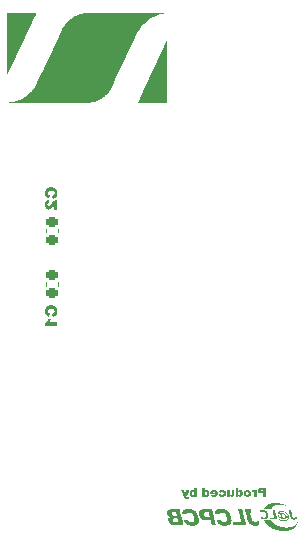
<source format=gbr>
%TF.GenerationSoftware,KiCad,Pcbnew,7.0.6*%
%TF.CreationDate,2024-02-11T15:29:09+09:00*%
%TF.ProjectId,PowerSupply_20240202,506f7765-7253-4757-9070-6c795f323032,rev?*%
%TF.SameCoordinates,Original*%
%TF.FileFunction,Legend,Bot*%
%TF.FilePolarity,Positive*%
%FSLAX46Y46*%
G04 Gerber Fmt 4.6, Leading zero omitted, Abs format (unit mm)*
G04 Created by KiCad (PCBNEW 7.0.6) date 2024-02-11 15:29:09*
%MOMM*%
%LPD*%
G01*
G04 APERTURE LIST*
G04 Aperture macros list*
%AMRoundRect*
0 Rectangle with rounded corners*
0 $1 Rounding radius*
0 $2 $3 $4 $5 $6 $7 $8 $9 X,Y pos of 4 corners*
0 Add a 4 corners polygon primitive as box body*
4,1,4,$2,$3,$4,$5,$6,$7,$8,$9,$2,$3,0*
0 Add four circle primitives for the rounded corners*
1,1,$1+$1,$2,$3*
1,1,$1+$1,$4,$5*
1,1,$1+$1,$6,$7*
1,1,$1+$1,$8,$9*
0 Add four rect primitives between the rounded corners*
20,1,$1+$1,$2,$3,$4,$5,0*
20,1,$1+$1,$4,$5,$6,$7,0*
20,1,$1+$1,$6,$7,$8,$9,0*
20,1,$1+$1,$8,$9,$2,$3,0*%
G04 Aperture macros list end*
%ADD10C,0.000000*%
%ADD11C,0.150000*%
%ADD12C,0.120000*%
%ADD13C,1.675000*%
%ADD14C,1.600000*%
%ADD15O,1.600000X1.600000*%
%ADD16RoundRect,0.250001X-1.099999X-1.099999X1.099999X-1.099999X1.099999X1.099999X-1.099999X1.099999X0*%
%ADD17C,2.700000*%
%ADD18C,3.200000*%
%ADD19RoundRect,0.250001X1.099999X1.099999X-1.099999X1.099999X-1.099999X-1.099999X1.099999X-1.099999X0*%
%ADD20C,1.500000*%
%ADD21RoundRect,0.250000X0.600000X0.750000X-0.600000X0.750000X-0.600000X-0.750000X0.600000X-0.750000X0*%
%ADD22O,1.700000X2.000000*%
%ADD23R,2.000000X2.000000*%
%ADD24C,2.000000*%
%ADD25C,2.600000*%
%ADD26C,2.300000*%
%ADD27RoundRect,0.225000X-0.250000X0.225000X-0.250000X-0.225000X0.250000X-0.225000X0.250000X0.225000X0*%
G04 APERTURE END LIST*
D10*
G36*
X184321505Y-100432973D02*
G01*
X184283758Y-100523637D01*
X184205794Y-100709550D01*
X184099256Y-100962845D01*
X184116894Y-100993184D01*
X184119269Y-100997038D01*
X184121637Y-101000667D01*
X184124010Y-101004076D01*
X184126397Y-101007273D01*
X184128809Y-101010263D01*
X184131256Y-101013052D01*
X184133749Y-101015648D01*
X184136297Y-101018055D01*
X184138912Y-101020280D01*
X184141603Y-101022329D01*
X184144380Y-101024209D01*
X184147255Y-101025926D01*
X184150238Y-101027486D01*
X184153338Y-101028894D01*
X184156566Y-101030158D01*
X184159933Y-101031284D01*
X184165366Y-101032748D01*
X184171780Y-101033968D01*
X184179031Y-101034949D01*
X184186976Y-101035694D01*
X184195470Y-101036207D01*
X184204371Y-101036493D01*
X184213534Y-101036555D01*
X184222816Y-101036399D01*
X184232073Y-101036028D01*
X184241162Y-101035445D01*
X184249938Y-101034657D01*
X184258259Y-101033665D01*
X184265980Y-101032475D01*
X184272959Y-101031091D01*
X184279050Y-101029516D01*
X184284111Y-101027756D01*
X184285998Y-101027047D01*
X184286870Y-101026760D01*
X184287695Y-101026519D01*
X184288476Y-101026326D01*
X184289213Y-101026184D01*
X184289907Y-101026094D01*
X184290560Y-101026058D01*
X184291173Y-101026078D01*
X184291746Y-101026156D01*
X184292281Y-101026293D01*
X184292780Y-101026491D01*
X184293243Y-101026752D01*
X184293671Y-101027078D01*
X184294067Y-101027471D01*
X184294429Y-101027932D01*
X184294761Y-101028464D01*
X184295064Y-101029068D01*
X184295337Y-101029745D01*
X184295583Y-101030498D01*
X184295802Y-101031329D01*
X184295997Y-101032239D01*
X184296167Y-101033230D01*
X184296315Y-101034304D01*
X184296440Y-101035463D01*
X184296546Y-101036709D01*
X184296699Y-101039467D01*
X184296784Y-101042592D01*
X184296811Y-101046101D01*
X184296084Y-101059943D01*
X184294573Y-101077597D01*
X184292482Y-101097384D01*
X184290020Y-101117626D01*
X184287392Y-101136644D01*
X184284805Y-101152761D01*
X184282467Y-101164296D01*
X184281455Y-101167822D01*
X184280583Y-101169573D01*
X184279436Y-101170360D01*
X184277608Y-101171133D01*
X184272057Y-101172628D01*
X184264235Y-101174042D01*
X184254445Y-101175360D01*
X184230168Y-101177647D01*
X184201649Y-101179362D01*
X184171312Y-101180383D01*
X184141578Y-101180586D01*
X184127694Y-101180341D01*
X184114870Y-101179846D01*
X184103408Y-101179084D01*
X184093611Y-101178039D01*
X184078627Y-101175991D01*
X184064592Y-101173523D01*
X184051446Y-101170599D01*
X184039129Y-101167180D01*
X184027581Y-101163228D01*
X184016741Y-101158704D01*
X184006551Y-101153570D01*
X183996950Y-101147789D01*
X183987878Y-101141321D01*
X183979275Y-101134128D01*
X183971082Y-101126173D01*
X183963238Y-101117417D01*
X183955683Y-101107821D01*
X183948358Y-101097348D01*
X183941202Y-101085960D01*
X183934156Y-101073617D01*
X183889254Y-100961092D01*
X183803540Y-100737508D01*
X183720339Y-100516702D01*
X183682978Y-100412512D01*
X183683113Y-100412383D01*
X183683515Y-100412263D01*
X183685090Y-100412047D01*
X183691147Y-100411707D01*
X183700725Y-100411482D01*
X183713405Y-100411365D01*
X183746378Y-100411420D01*
X183786694Y-100411806D01*
X183890411Y-100413923D01*
X183939800Y-100584667D01*
X183959599Y-100651188D01*
X183976489Y-100706199D01*
X183988615Y-100744012D01*
X183992314Y-100754692D01*
X183994128Y-100758939D01*
X183994359Y-100759025D01*
X183994654Y-100758888D01*
X183995013Y-100758534D01*
X183995431Y-100757968D01*
X183996444Y-100756219D01*
X183997678Y-100753681D01*
X183999118Y-100750395D01*
X184000751Y-100746401D01*
X184004535Y-100736450D01*
X184008914Y-100724151D01*
X184013773Y-100709826D01*
X184018996Y-100693798D01*
X184024467Y-100676389D01*
X184079500Y-100500000D01*
X184107722Y-100410395D01*
X184331383Y-100410395D01*
X184321505Y-100432973D01*
G37*
G36*
X187782255Y-100563500D02*
G01*
X187782861Y-100625237D01*
X187784460Y-100679564D01*
X187785528Y-100702131D01*
X187786720Y-100720663D01*
X187787994Y-100734432D01*
X187789310Y-100742712D01*
X187791608Y-100750044D01*
X187794260Y-100756956D01*
X187797260Y-100763441D01*
X187798888Y-100766520D01*
X187800599Y-100769490D01*
X187802393Y-100772349D01*
X187804269Y-100775096D01*
X187806225Y-100777732D01*
X187808261Y-100780253D01*
X187810376Y-100782661D01*
X187812567Y-100784954D01*
X187814836Y-100787130D01*
X187817180Y-100789190D01*
X187819598Y-100791132D01*
X187822090Y-100792955D01*
X187824654Y-100794659D01*
X187827289Y-100796242D01*
X187829995Y-100797703D01*
X187832770Y-100799042D01*
X187835613Y-100800258D01*
X187838523Y-100801350D01*
X187841499Y-100802317D01*
X187844541Y-100803157D01*
X187847646Y-100803871D01*
X187850815Y-100804457D01*
X187854046Y-100804915D01*
X187857337Y-100805243D01*
X187860689Y-100805440D01*
X187864099Y-100805506D01*
X187876667Y-100805374D01*
X187882373Y-100805154D01*
X187887712Y-100804783D01*
X187892694Y-100804222D01*
X187897333Y-100803436D01*
X187901640Y-100802388D01*
X187905628Y-100801041D01*
X187909309Y-100799358D01*
X187912695Y-100797302D01*
X187915799Y-100794837D01*
X187918632Y-100791926D01*
X187921208Y-100788531D01*
X187923538Y-100784616D01*
X187925635Y-100780144D01*
X187927511Y-100775079D01*
X187929178Y-100769383D01*
X187930649Y-100763020D01*
X187931935Y-100755953D01*
X187933049Y-100748145D01*
X187934004Y-100739560D01*
X187934811Y-100730159D01*
X187935484Y-100719908D01*
X187936033Y-100708768D01*
X187936812Y-100683676D01*
X187937247Y-100654590D01*
X187937436Y-100621215D01*
X187937477Y-100583256D01*
X187937477Y-100410395D01*
X188149144Y-100410395D01*
X188149144Y-100613595D01*
X188148879Y-100690791D01*
X188147821Y-100751608D01*
X188145572Y-100798650D01*
X188143877Y-100817820D01*
X188141735Y-100834522D01*
X188139098Y-100849083D01*
X188135915Y-100861828D01*
X188132136Y-100873082D01*
X188127712Y-100883172D01*
X188122594Y-100892423D01*
X188116732Y-100901160D01*
X188110076Y-100909709D01*
X188102577Y-100918395D01*
X188096224Y-100925035D01*
X188089592Y-100931201D01*
X188082664Y-100936898D01*
X188075424Y-100942130D01*
X188067858Y-100946904D01*
X188059950Y-100951224D01*
X188051685Y-100955095D01*
X188043046Y-100958523D01*
X188034018Y-100961513D01*
X188024587Y-100964070D01*
X188014736Y-100966199D01*
X188004450Y-100967905D01*
X187993713Y-100969194D01*
X187982510Y-100970070D01*
X187970826Y-100970539D01*
X187958644Y-100970606D01*
X187946591Y-100970389D01*
X187935012Y-100969727D01*
X187923869Y-100968606D01*
X187913124Y-100967012D01*
X187902739Y-100964930D01*
X187892676Y-100962346D01*
X187882895Y-100959245D01*
X187873360Y-100955613D01*
X187864031Y-100951435D01*
X187854871Y-100946697D01*
X187845841Y-100941384D01*
X187836902Y-100935483D01*
X187828018Y-100928977D01*
X187819149Y-100921854D01*
X187810258Y-100914098D01*
X187801305Y-100905695D01*
X187768144Y-100873239D01*
X187768144Y-100960728D01*
X187570588Y-100960728D01*
X187570588Y-100410395D01*
X187782255Y-100410395D01*
X187782255Y-100563500D01*
G37*
G36*
X186760014Y-100636998D02*
G01*
X186762992Y-100662014D01*
X186764043Y-100687269D01*
X186763153Y-100712567D01*
X186760305Y-100737710D01*
X186755484Y-100762500D01*
X186752329Y-100774702D01*
X186748675Y-100786741D01*
X186744519Y-100798593D01*
X186739861Y-100810234D01*
X186734698Y-100821639D01*
X186729028Y-100832783D01*
X186722850Y-100843641D01*
X186716160Y-100854189D01*
X186706955Y-100867325D01*
X186697553Y-100879504D01*
X186687888Y-100890761D01*
X186682936Y-100896054D01*
X186677895Y-100901131D01*
X186672756Y-100905994D01*
X186667510Y-100910649D01*
X186662149Y-100915100D01*
X186656666Y-100919351D01*
X186651053Y-100923407D01*
X186645300Y-100927272D01*
X186639401Y-100930950D01*
X186633346Y-100934446D01*
X186627128Y-100937765D01*
X186620738Y-100940910D01*
X186614169Y-100943886D01*
X186607413Y-100946697D01*
X186600460Y-100949348D01*
X186593303Y-100951844D01*
X186578346Y-100956385D01*
X186562474Y-100960355D01*
X186545624Y-100963790D01*
X186527730Y-100966725D01*
X186508727Y-100969195D01*
X186487473Y-100971182D01*
X186466355Y-100972388D01*
X186445444Y-100972827D01*
X186424810Y-100972513D01*
X186404523Y-100971459D01*
X186384654Y-100969679D01*
X186365273Y-100967185D01*
X186346449Y-100963991D01*
X186328255Y-100960112D01*
X186310758Y-100955559D01*
X186294031Y-100950347D01*
X186278143Y-100944489D01*
X186263164Y-100937999D01*
X186249165Y-100930890D01*
X186236217Y-100923174D01*
X186224388Y-100914867D01*
X186217641Y-100909364D01*
X186210696Y-100903254D01*
X186203652Y-100896659D01*
X186196607Y-100889699D01*
X186189662Y-100882494D01*
X186182915Y-100875167D01*
X186176466Y-100867838D01*
X186170413Y-100860628D01*
X186164857Y-100853657D01*
X186159896Y-100847047D01*
X186155630Y-100840919D01*
X186152157Y-100835393D01*
X186149577Y-100830591D01*
X186147990Y-100826633D01*
X186147599Y-100825008D01*
X186147494Y-100823640D01*
X186147686Y-100822544D01*
X186148188Y-100821734D01*
X186148578Y-100821459D01*
X186149213Y-100821165D01*
X186151194Y-100820521D01*
X186154078Y-100819811D01*
X186157813Y-100819044D01*
X186167623Y-100817368D01*
X186180203Y-100815560D01*
X186195131Y-100813686D01*
X186211986Y-100811812D01*
X186230346Y-100810004D01*
X186249789Y-100808328D01*
X186345744Y-100799862D01*
X186369028Y-100819617D01*
X186374337Y-100824054D01*
X186379804Y-100828105D01*
X186385413Y-100831774D01*
X186391148Y-100835064D01*
X186396992Y-100837978D01*
X186402929Y-100840520D01*
X186408944Y-100842692D01*
X186415021Y-100844499D01*
X186421143Y-100845943D01*
X186427294Y-100847027D01*
X186433459Y-100847755D01*
X186439621Y-100848130D01*
X186445765Y-100848155D01*
X186451874Y-100847834D01*
X186457933Y-100847169D01*
X186463924Y-100846164D01*
X186469834Y-100844822D01*
X186475644Y-100843146D01*
X186481340Y-100841140D01*
X186486905Y-100838806D01*
X186492323Y-100836149D01*
X186497578Y-100833171D01*
X186502655Y-100829875D01*
X186507537Y-100826265D01*
X186512207Y-100822344D01*
X186516652Y-100818115D01*
X186520853Y-100813581D01*
X186524795Y-100808746D01*
X186528462Y-100803613D01*
X186531839Y-100798184D01*
X186534908Y-100792464D01*
X186537655Y-100786456D01*
X186544443Y-100770974D01*
X186545686Y-100767764D01*
X186546662Y-100764800D01*
X186547329Y-100762071D01*
X186547643Y-100759568D01*
X186547655Y-100758398D01*
X186547563Y-100757280D01*
X186547361Y-100756215D01*
X186547045Y-100755200D01*
X186546608Y-100754233D01*
X186546047Y-100753315D01*
X186545354Y-100752444D01*
X186544526Y-100751618D01*
X186543556Y-100750836D01*
X186542440Y-100750098D01*
X186541172Y-100749401D01*
X186539746Y-100748745D01*
X186536401Y-100747550D01*
X186532363Y-100746504D01*
X186527590Y-100745596D01*
X186522037Y-100744817D01*
X186515664Y-100744157D01*
X186508427Y-100743606D01*
X186500283Y-100743155D01*
X186491191Y-100742794D01*
X186481106Y-100742514D01*
X186469988Y-100742304D01*
X186444477Y-100742057D01*
X186414318Y-100741977D01*
X186338688Y-100742006D01*
X186129139Y-100742006D01*
X186133371Y-100676389D01*
X186136234Y-100645705D01*
X186137763Y-100636173D01*
X186342922Y-100636173D01*
X186549649Y-100636173D01*
X186545416Y-100611478D01*
X186544147Y-100605382D01*
X186542469Y-100599287D01*
X186540404Y-100593227D01*
X186537975Y-100587236D01*
X186535202Y-100581348D01*
X186532108Y-100575598D01*
X186528715Y-100570020D01*
X186525043Y-100564647D01*
X186521115Y-100559514D01*
X186516953Y-100554655D01*
X186512577Y-100550104D01*
X186508011Y-100545895D01*
X186503275Y-100542062D01*
X186498391Y-100538639D01*
X186493381Y-100535661D01*
X186488266Y-100533162D01*
X186482994Y-100530978D01*
X186477276Y-100529183D01*
X186471180Y-100527771D01*
X186464773Y-100526734D01*
X186458122Y-100526066D01*
X186451295Y-100525757D01*
X186444357Y-100525803D01*
X186437378Y-100526194D01*
X186430423Y-100526925D01*
X186423560Y-100527987D01*
X186416857Y-100529374D01*
X186410379Y-100531078D01*
X186404195Y-100533092D01*
X186398372Y-100535409D01*
X186392977Y-100538022D01*
X186388077Y-100540923D01*
X186386434Y-100542024D01*
X186384812Y-100543212D01*
X186383210Y-100544486D01*
X186381631Y-100545845D01*
X186380073Y-100547289D01*
X186378537Y-100548817D01*
X186375531Y-100552123D01*
X186372617Y-100555761D01*
X186369796Y-100559725D01*
X186367070Y-100564011D01*
X186364441Y-100568616D01*
X186361911Y-100573535D01*
X186359483Y-100578764D01*
X186357158Y-100584299D01*
X186354938Y-100590135D01*
X186352826Y-100596270D01*
X186350823Y-100602697D01*
X186348932Y-100609415D01*
X186347155Y-100616417D01*
X186342922Y-100636173D01*
X186137763Y-100636173D01*
X186140858Y-100616882D01*
X186143834Y-100603166D01*
X186147254Y-100589912D01*
X186151120Y-100577121D01*
X186155431Y-100564790D01*
X186160190Y-100552920D01*
X186165398Y-100541508D01*
X186171056Y-100530554D01*
X186177164Y-100520058D01*
X186183725Y-100510018D01*
X186190739Y-100500433D01*
X186198208Y-100491303D01*
X186206132Y-100482626D01*
X186214513Y-100474402D01*
X186223352Y-100466630D01*
X186232650Y-100459309D01*
X186242409Y-100452438D01*
X186252629Y-100446015D01*
X186263312Y-100440041D01*
X186274458Y-100434514D01*
X186286069Y-100429434D01*
X186298147Y-100424799D01*
X186310692Y-100420608D01*
X186323705Y-100416862D01*
X186337188Y-100413558D01*
X186351141Y-100410695D01*
X186365567Y-100408274D01*
X186395838Y-100404750D01*
X186407753Y-100403760D01*
X186419981Y-100402909D01*
X186443992Y-100401664D01*
X186455080Y-100401285D01*
X186465093Y-100401079D01*
X186473684Y-100401056D01*
X186480505Y-100401223D01*
X186496446Y-100402545D01*
X186511988Y-100404396D01*
X186527129Y-100406774D01*
X186541866Y-100409678D01*
X186556199Y-100413107D01*
X186570125Y-100417061D01*
X186583641Y-100421537D01*
X186596745Y-100426535D01*
X186609437Y-100432053D01*
X186621713Y-100438092D01*
X186633571Y-100444650D01*
X186645010Y-100451725D01*
X186656027Y-100459317D01*
X186666620Y-100467425D01*
X186676788Y-100476048D01*
X186686527Y-100485184D01*
X186694768Y-100493874D01*
X186702557Y-100502994D01*
X186709891Y-100512519D01*
X186716768Y-100522425D01*
X186723187Y-100532688D01*
X186729146Y-100543281D01*
X186734643Y-100554181D01*
X186739675Y-100565364D01*
X186744242Y-100576803D01*
X186748340Y-100588476D01*
X186755125Y-100612419D01*
X186759849Y-100636173D01*
X186760014Y-100636998D01*
G37*
G36*
X187159449Y-100401770D02*
G01*
X187183970Y-100402815D01*
X187209344Y-100404750D01*
X187228632Y-100406918D01*
X187247564Y-100410221D01*
X187266080Y-100414620D01*
X187284122Y-100420074D01*
X187301630Y-100426546D01*
X187318546Y-100433995D01*
X187334811Y-100442383D01*
X187350367Y-100451670D01*
X187365153Y-100461817D01*
X187379111Y-100472784D01*
X187392183Y-100484533D01*
X187404309Y-100497024D01*
X187415430Y-100510218D01*
X187425488Y-100524075D01*
X187434423Y-100538556D01*
X187442177Y-100553623D01*
X187448610Y-100568712D01*
X187454152Y-100584773D01*
X187458806Y-100601655D01*
X187462572Y-100619206D01*
X187465454Y-100637274D01*
X187467453Y-100655706D01*
X187468572Y-100674352D01*
X187468812Y-100693058D01*
X187468176Y-100711674D01*
X187466665Y-100730046D01*
X187464282Y-100748024D01*
X187461029Y-100765455D01*
X187456907Y-100782187D01*
X187451920Y-100798069D01*
X187446068Y-100812948D01*
X187439355Y-100826673D01*
X187434910Y-100834555D01*
X187430305Y-100842195D01*
X187425535Y-100849595D01*
X187420598Y-100856758D01*
X187415490Y-100863685D01*
X187410208Y-100870379D01*
X187404747Y-100876841D01*
X187399105Y-100883073D01*
X187393278Y-100889078D01*
X187387262Y-100894858D01*
X187381055Y-100900415D01*
X187374652Y-100905750D01*
X187368050Y-100910866D01*
X187361245Y-100915766D01*
X187354235Y-100920450D01*
X187347015Y-100924921D01*
X187339582Y-100929182D01*
X187331933Y-100933234D01*
X187324064Y-100937079D01*
X187315972Y-100940719D01*
X187307653Y-100944157D01*
X187299103Y-100947394D01*
X187290320Y-100950433D01*
X187281299Y-100953276D01*
X187262532Y-100958380D01*
X187242774Y-100962724D01*
X187221996Y-100966323D01*
X187200172Y-100969195D01*
X187169036Y-100971833D01*
X187139136Y-100972873D01*
X187110484Y-100972319D01*
X187083094Y-100970176D01*
X187056976Y-100966450D01*
X187032145Y-100961146D01*
X187008611Y-100954268D01*
X186986388Y-100945823D01*
X186965488Y-100935816D01*
X186945924Y-100924250D01*
X186927707Y-100911132D01*
X186910850Y-100896468D01*
X186895365Y-100880261D01*
X186881266Y-100862517D01*
X186868564Y-100843241D01*
X186857272Y-100822439D01*
X186852954Y-100813514D01*
X186849059Y-100804878D01*
X186845675Y-100796754D01*
X186842896Y-100789366D01*
X186840811Y-100782938D01*
X186840057Y-100780153D01*
X186839512Y-100777692D01*
X186839185Y-100775582D01*
X186839088Y-100773851D01*
X186839234Y-100772528D01*
X186839401Y-100772027D01*
X186839633Y-100771639D01*
X186839952Y-100771298D01*
X186840509Y-100770938D01*
X186842312Y-100770162D01*
X186844991Y-100769320D01*
X186848496Y-100768420D01*
X186852779Y-100767471D01*
X186857790Y-100766480D01*
X186869795Y-100764407D01*
X186884116Y-100762269D01*
X186900355Y-100760130D01*
X186918115Y-100758057D01*
X186937000Y-100756117D01*
X186966570Y-100753347D01*
X186989277Y-100751421D01*
X187006130Y-100750387D01*
X187012677Y-100750221D01*
X187018138Y-100750296D01*
X187022641Y-100750620D01*
X187026310Y-100751198D01*
X187029273Y-100752036D01*
X187031654Y-100753141D01*
X187033581Y-100754518D01*
X187035179Y-100756175D01*
X187036575Y-100758117D01*
X187037894Y-100760350D01*
X187038684Y-100761794D01*
X187039721Y-100763465D01*
X187040985Y-100765342D01*
X187042458Y-100767406D01*
X187045955Y-100772009D01*
X187050065Y-100777107D01*
X187054637Y-100782537D01*
X187059524Y-100788132D01*
X187064575Y-100793727D01*
X187069644Y-100799156D01*
X187074309Y-100803741D01*
X187079165Y-100807973D01*
X187084199Y-100811852D01*
X187089394Y-100815382D01*
X187094736Y-100818565D01*
X187100209Y-100821401D01*
X187105800Y-100823894D01*
X187111492Y-100826044D01*
X187117271Y-100827855D01*
X187123122Y-100829327D01*
X187129030Y-100830464D01*
X187134979Y-100831266D01*
X187140956Y-100831736D01*
X187146944Y-100831875D01*
X187152929Y-100831686D01*
X187158897Y-100831171D01*
X187164831Y-100830331D01*
X187170717Y-100829168D01*
X187176540Y-100827685D01*
X187182285Y-100825883D01*
X187187937Y-100823764D01*
X187193480Y-100821331D01*
X187198901Y-100818584D01*
X187204184Y-100815527D01*
X187209314Y-100812161D01*
X187214277Y-100808487D01*
X187219056Y-100804509D01*
X187223637Y-100800227D01*
X187228005Y-100795644D01*
X187232146Y-100790761D01*
X187236043Y-100785581D01*
X187239683Y-100780106D01*
X187242198Y-100775845D01*
X187244462Y-100771745D01*
X187246485Y-100767739D01*
X187248282Y-100763757D01*
X187249863Y-100759729D01*
X187251242Y-100755587D01*
X187252430Y-100751260D01*
X187253441Y-100746680D01*
X187254286Y-100741778D01*
X187254979Y-100736484D01*
X187255531Y-100730729D01*
X187255955Y-100724444D01*
X187256263Y-100717560D01*
X187256467Y-100710007D01*
X187256581Y-100701715D01*
X187256616Y-100692617D01*
X187256234Y-100675102D01*
X187255079Y-100658792D01*
X187253142Y-100643668D01*
X187250409Y-100629712D01*
X187246871Y-100616906D01*
X187244795Y-100610928D01*
X187242514Y-100605230D01*
X187240026Y-100599811D01*
X187237329Y-100594667D01*
X187234423Y-100589796D01*
X187231304Y-100585196D01*
X187227973Y-100580865D01*
X187224427Y-100576801D01*
X187220666Y-100573001D01*
X187216687Y-100569462D01*
X187212490Y-100566183D01*
X187208073Y-100563160D01*
X187203434Y-100560393D01*
X187198573Y-100557878D01*
X187193487Y-100555613D01*
X187188176Y-100553596D01*
X187182637Y-100551825D01*
X187176870Y-100550296D01*
X187164645Y-100547959D01*
X187151488Y-100546567D01*
X187143132Y-100546144D01*
X187135008Y-100546194D01*
X187127135Y-100546708D01*
X187119529Y-100547681D01*
X187112208Y-100549104D01*
X187105190Y-100550970D01*
X187098493Y-100553273D01*
X187092133Y-100556004D01*
X187086129Y-100559157D01*
X187080499Y-100562725D01*
X187075258Y-100566699D01*
X187070426Y-100571074D01*
X187066020Y-100575842D01*
X187062058Y-100580995D01*
X187058556Y-100586526D01*
X187055533Y-100592428D01*
X187053866Y-100595937D01*
X187052287Y-100599065D01*
X187050769Y-100601829D01*
X187049282Y-100604246D01*
X187048542Y-100605330D01*
X187047799Y-100606333D01*
X187047051Y-100607257D01*
X187046293Y-100608105D01*
X187045522Y-100608878D01*
X187044735Y-100609579D01*
X187043928Y-100610210D01*
X187043097Y-100610773D01*
X187042240Y-100611269D01*
X187041352Y-100611702D01*
X187040431Y-100612072D01*
X187039472Y-100612382D01*
X187038472Y-100612635D01*
X187037428Y-100612831D01*
X187036336Y-100612974D01*
X187035193Y-100613066D01*
X187033995Y-100613107D01*
X187032739Y-100613102D01*
X187030038Y-100612956D01*
X187027062Y-100612644D01*
X187023783Y-100612184D01*
X187009616Y-100610012D01*
X186987182Y-100606980D01*
X186959588Y-100603552D01*
X186929944Y-100600189D01*
X186913964Y-100598042D01*
X186899473Y-100595846D01*
X186886635Y-100593616D01*
X186875616Y-100591370D01*
X186866581Y-100589124D01*
X186862860Y-100588006D01*
X186859697Y-100586894D01*
X186857112Y-100585791D01*
X186855127Y-100584697D01*
X186853762Y-100583617D01*
X186853038Y-100582550D01*
X186852687Y-100581158D01*
X186852556Y-100579502D01*
X186852636Y-100577598D01*
X186852920Y-100575460D01*
X186854064Y-100570540D01*
X186855926Y-100564856D01*
X186858442Y-100558524D01*
X186861546Y-100551656D01*
X186865175Y-100544369D01*
X186869266Y-100536778D01*
X186873753Y-100528996D01*
X186878573Y-100521138D01*
X186883662Y-100513320D01*
X186888955Y-100505656D01*
X186894389Y-100498261D01*
X186899900Y-100491249D01*
X186905423Y-100484735D01*
X186910894Y-100478834D01*
X186916574Y-100473185D01*
X186922501Y-100467747D01*
X186935091Y-100457506D01*
X186948654Y-100448115D01*
X186963182Y-100439576D01*
X186978665Y-100431894D01*
X186995093Y-100425070D01*
X187012458Y-100419108D01*
X187030750Y-100414011D01*
X187049960Y-100409782D01*
X187070078Y-100406425D01*
X187091095Y-100403942D01*
X187113002Y-100402336D01*
X187135790Y-100401611D01*
X187159449Y-100401770D01*
G37*
G36*
X189586142Y-100701909D02*
G01*
X189585334Y-100714714D01*
X189583964Y-100727371D01*
X189582039Y-100739867D01*
X189579568Y-100752188D01*
X189576560Y-100764318D01*
X189573025Y-100776245D01*
X189568969Y-100787953D01*
X189564404Y-100799428D01*
X189559336Y-100810657D01*
X189553776Y-100821625D01*
X189547731Y-100832317D01*
X189541211Y-100842720D01*
X189534224Y-100852820D01*
X189526780Y-100862602D01*
X189518886Y-100872051D01*
X189510552Y-100881155D01*
X189501787Y-100889898D01*
X189492598Y-100898267D01*
X189482996Y-100906246D01*
X189472989Y-100913823D01*
X189462586Y-100920982D01*
X189451794Y-100927710D01*
X189440624Y-100933991D01*
X189429084Y-100939814D01*
X189417183Y-100945162D01*
X189404930Y-100950021D01*
X189392332Y-100954378D01*
X189373598Y-100959665D01*
X189354013Y-100963894D01*
X189333736Y-100967083D01*
X189312924Y-100969250D01*
X189291737Y-100970413D01*
X189270331Y-100970588D01*
X189248865Y-100969794D01*
X189227497Y-100968048D01*
X189206386Y-100965368D01*
X189185689Y-100961771D01*
X189165564Y-100957275D01*
X189146171Y-100951898D01*
X189127666Y-100945656D01*
X189110208Y-100938568D01*
X189093955Y-100930651D01*
X189079066Y-100921923D01*
X189066497Y-100913071D01*
X189054590Y-100903477D01*
X189043352Y-100893186D01*
X189032786Y-100882241D01*
X189022898Y-100870686D01*
X189013693Y-100858565D01*
X189005177Y-100845923D01*
X188997354Y-100832802D01*
X188990229Y-100819248D01*
X188983809Y-100805303D01*
X188978098Y-100791012D01*
X188973100Y-100776418D01*
X188968822Y-100761567D01*
X188965269Y-100746501D01*
X188962445Y-100731264D01*
X188960356Y-100715900D01*
X188959007Y-100700454D01*
X188958537Y-100688384D01*
X189170082Y-100688384D01*
X189170489Y-100704182D01*
X189171218Y-100717929D01*
X189171722Y-100724137D01*
X189172327Y-100729956D01*
X189173043Y-100735429D01*
X189173875Y-100740595D01*
X189174831Y-100745497D01*
X189175919Y-100750175D01*
X189177144Y-100754672D01*
X189178516Y-100759028D01*
X189180041Y-100763284D01*
X189181726Y-100767483D01*
X189183578Y-100771666D01*
X189185605Y-100775873D01*
X189189221Y-100782341D01*
X189193174Y-100788383D01*
X189197442Y-100794001D01*
X189202003Y-100799193D01*
X189206836Y-100803962D01*
X189211916Y-100808306D01*
X189217223Y-100812228D01*
X189222735Y-100815726D01*
X189228428Y-100818801D01*
X189234281Y-100821454D01*
X189240271Y-100823685D01*
X189246376Y-100825494D01*
X189252575Y-100826883D01*
X189258844Y-100827850D01*
X189265162Y-100828398D01*
X189271506Y-100828525D01*
X189277855Y-100828232D01*
X189284185Y-100827521D01*
X189290475Y-100826390D01*
X189296702Y-100824841D01*
X189302845Y-100822874D01*
X189308881Y-100820490D01*
X189314787Y-100817688D01*
X189320542Y-100814469D01*
X189326124Y-100810833D01*
X189331509Y-100806782D01*
X189336677Y-100802315D01*
X189341604Y-100797432D01*
X189346269Y-100792135D01*
X189350649Y-100786422D01*
X189354722Y-100780296D01*
X189358466Y-100773756D01*
X189362063Y-100765909D01*
X189365181Y-100757017D01*
X189367822Y-100747226D01*
X189369986Y-100736681D01*
X189371675Y-100725529D01*
X189372890Y-100713915D01*
X189373631Y-100701984D01*
X189373900Y-100689883D01*
X189373697Y-100677757D01*
X189373025Y-100665752D01*
X189371883Y-100654014D01*
X189370273Y-100642688D01*
X189368196Y-100631920D01*
X189365652Y-100621856D01*
X189362644Y-100612642D01*
X189359172Y-100604423D01*
X189356428Y-100599239D01*
X189353495Y-100594273D01*
X189350381Y-100589527D01*
X189347096Y-100585005D01*
X189343648Y-100580708D01*
X189340046Y-100576640D01*
X189336299Y-100572803D01*
X189332415Y-100569200D01*
X189328405Y-100565834D01*
X189324277Y-100562707D01*
X189320039Y-100559822D01*
X189315701Y-100557182D01*
X189311272Y-100554790D01*
X189306760Y-100552648D01*
X189302174Y-100550758D01*
X189297524Y-100549125D01*
X189292817Y-100547750D01*
X189288064Y-100546636D01*
X189283273Y-100545785D01*
X189278453Y-100545202D01*
X189273613Y-100544887D01*
X189268761Y-100544844D01*
X189263907Y-100545077D01*
X189259060Y-100545586D01*
X189254228Y-100546376D01*
X189249421Y-100547448D01*
X189244647Y-100548806D01*
X189239915Y-100550452D01*
X189235234Y-100552389D01*
X189230613Y-100554620D01*
X189226062Y-100557147D01*
X189221588Y-100559973D01*
X189218150Y-100562446D01*
X189214847Y-100564973D01*
X189211677Y-100567558D01*
X189208639Y-100570207D01*
X189205730Y-100572924D01*
X189202949Y-100575713D01*
X189200294Y-100578578D01*
X189197765Y-100581525D01*
X189195358Y-100584558D01*
X189193072Y-100587681D01*
X189190906Y-100590898D01*
X189188858Y-100594216D01*
X189186927Y-100597637D01*
X189185109Y-100601166D01*
X189183405Y-100604808D01*
X189181812Y-100608568D01*
X189180329Y-100612450D01*
X189178953Y-100616458D01*
X189177684Y-100620597D01*
X189176519Y-100624871D01*
X189175457Y-100629286D01*
X189174497Y-100633845D01*
X189173635Y-100638554D01*
X189172872Y-100643416D01*
X189171631Y-100653619D01*
X189170762Y-100664490D01*
X189170250Y-100676066D01*
X189170082Y-100688384D01*
X188958537Y-100688384D01*
X188958404Y-100684970D01*
X188958550Y-100669490D01*
X188959452Y-100654060D01*
X188961115Y-100638722D01*
X188963544Y-100623522D01*
X188966743Y-100608502D01*
X188970719Y-100593707D01*
X188975476Y-100579181D01*
X188981020Y-100564967D01*
X188987355Y-100551110D01*
X188994487Y-100537654D01*
X189002422Y-100524642D01*
X189011163Y-100512118D01*
X189020717Y-100500127D01*
X189031088Y-100488712D01*
X189042920Y-100477420D01*
X189055631Y-100466837D01*
X189069173Y-100456977D01*
X189083498Y-100447856D01*
X189098559Y-100439486D01*
X189114308Y-100431884D01*
X189130698Y-100425063D01*
X189147681Y-100419038D01*
X189165210Y-100413823D01*
X189183237Y-100409433D01*
X189201715Y-100405882D01*
X189220596Y-100403185D01*
X189239832Y-100401356D01*
X189259377Y-100400410D01*
X189279182Y-100400360D01*
X189299199Y-100401223D01*
X189327096Y-100404109D01*
X189353866Y-100408772D01*
X189379458Y-100415166D01*
X189403820Y-100423249D01*
X189426900Y-100432978D01*
X189448648Y-100444308D01*
X189469010Y-100457198D01*
X189478655Y-100464213D01*
X189487935Y-100471602D01*
X189496843Y-100479359D01*
X189505373Y-100487478D01*
X189513517Y-100495954D01*
X189521270Y-100504782D01*
X189528625Y-100513957D01*
X189535576Y-100523472D01*
X189542116Y-100533322D01*
X189548238Y-100543502D01*
X189553937Y-100554007D01*
X189559206Y-100564831D01*
X189564038Y-100575969D01*
X189568427Y-100587415D01*
X189572366Y-100599164D01*
X189575849Y-100611210D01*
X189578870Y-100623548D01*
X189581421Y-100636173D01*
X189583562Y-100649501D01*
X189585096Y-100662753D01*
X189586031Y-100675914D01*
X189586377Y-100688971D01*
X189586360Y-100689883D01*
X189586142Y-100701909D01*
G37*
G36*
X189736692Y-100402315D02*
G01*
X189741017Y-100402754D01*
X189745110Y-100403339D01*
X189751712Y-100404665D01*
X189758036Y-100406268D01*
X189764105Y-100408162D01*
X189769937Y-100410362D01*
X189775555Y-100412880D01*
X189780978Y-100415729D01*
X189786228Y-100418924D01*
X189791324Y-100422478D01*
X189796289Y-100426403D01*
X189801141Y-100430714D01*
X189805903Y-100435424D01*
X189810595Y-100440546D01*
X189815237Y-100446095D01*
X189819850Y-100452082D01*
X189824454Y-100458522D01*
X189829071Y-100465428D01*
X189849533Y-100497884D01*
X189849533Y-100410395D01*
X190047088Y-100410395D01*
X190047088Y-100960728D01*
X189835422Y-100960728D01*
X189835422Y-100842195D01*
X189835037Y-100798961D01*
X189833833Y-100759918D01*
X189831733Y-100724921D01*
X189828664Y-100693830D01*
X189824548Y-100666500D01*
X189819311Y-100642790D01*
X189812877Y-100622557D01*
X189809188Y-100613699D01*
X189805171Y-100605657D01*
X189800817Y-100598414D01*
X189796117Y-100591950D01*
X189791061Y-100586248D01*
X189785640Y-100581291D01*
X189779844Y-100577060D01*
X189773664Y-100573538D01*
X189767091Y-100570708D01*
X189760114Y-100568550D01*
X189752726Y-100567047D01*
X189744915Y-100566182D01*
X189736673Y-100565936D01*
X189727991Y-100566292D01*
X189709266Y-100568739D01*
X189688666Y-100573378D01*
X189688048Y-100573500D01*
X189687384Y-100573470D01*
X189686676Y-100573289D01*
X189685923Y-100572958D01*
X189685126Y-100572477D01*
X189684285Y-100571848D01*
X189683399Y-100571071D01*
X189682470Y-100570148D01*
X189681498Y-100569079D01*
X189680482Y-100567865D01*
X189679423Y-100566507D01*
X189678322Y-100565007D01*
X189675993Y-100561580D01*
X189673496Y-100557591D01*
X189670834Y-100553049D01*
X189668009Y-100547960D01*
X189665022Y-100542332D01*
X189661877Y-100536171D01*
X189658574Y-100529485D01*
X189655116Y-100522282D01*
X189651505Y-100514568D01*
X189647744Y-100506350D01*
X189635749Y-100478988D01*
X189625871Y-100455727D01*
X189619169Y-100439080D01*
X189617339Y-100434023D01*
X189616699Y-100431562D01*
X189616947Y-100430033D01*
X189617676Y-100428493D01*
X189618862Y-100426947D01*
X189620481Y-100425400D01*
X189622508Y-100423858D01*
X189624922Y-100422327D01*
X189627697Y-100420810D01*
X189630810Y-100419314D01*
X189637955Y-100416404D01*
X189646167Y-100413640D01*
X189655255Y-100411064D01*
X189665030Y-100408719D01*
X189675300Y-100406647D01*
X189685877Y-100404890D01*
X189696569Y-100403490D01*
X189707187Y-100402491D01*
X189717540Y-100401933D01*
X189727438Y-100401861D01*
X189736692Y-100402315D01*
G37*
G36*
X184974144Y-100960728D02*
G01*
X184776589Y-100960728D01*
X184776589Y-100885234D01*
X184746955Y-100913456D01*
X184738796Y-100920958D01*
X184730694Y-100927863D01*
X184722610Y-100934188D01*
X184714500Y-100939947D01*
X184706324Y-100945157D01*
X184698040Y-100949832D01*
X184689608Y-100953988D01*
X184680986Y-100957641D01*
X184672132Y-100960807D01*
X184663005Y-100963499D01*
X184653564Y-100965736D01*
X184643768Y-100967530D01*
X184633574Y-100968899D01*
X184622943Y-100969858D01*
X184611831Y-100970422D01*
X184600199Y-100970606D01*
X184585201Y-100970424D01*
X184578464Y-100970178D01*
X184572154Y-100969812D01*
X184566207Y-100969314D01*
X184560562Y-100968671D01*
X184555156Y-100967871D01*
X184549929Y-100966902D01*
X184544817Y-100965751D01*
X184539759Y-100964405D01*
X184534693Y-100962852D01*
X184529556Y-100961081D01*
X184524287Y-100959078D01*
X184518824Y-100956831D01*
X184507066Y-100951556D01*
X184497943Y-100946830D01*
X184489097Y-100941656D01*
X184480533Y-100936043D01*
X184472256Y-100930001D01*
X184464269Y-100923540D01*
X184456578Y-100916671D01*
X184449187Y-100909404D01*
X184442100Y-100901748D01*
X184435322Y-100893714D01*
X184428858Y-100885312D01*
X184422712Y-100876552D01*
X184416889Y-100867443D01*
X184411392Y-100857997D01*
X184406228Y-100848223D01*
X184401399Y-100838131D01*
X184396911Y-100827731D01*
X184392769Y-100817034D01*
X184388976Y-100806049D01*
X184385537Y-100794786D01*
X184382457Y-100783256D01*
X184379740Y-100771469D01*
X184377392Y-100759434D01*
X184375415Y-100747163D01*
X184373815Y-100734664D01*
X184372597Y-100721948D01*
X184371765Y-100709025D01*
X184371323Y-100695905D01*
X184371276Y-100682599D01*
X184371475Y-100674990D01*
X184580466Y-100674990D01*
X184580532Y-100684995D01*
X184580995Y-100695341D01*
X184581855Y-100706023D01*
X184583651Y-100720049D01*
X184585877Y-100733035D01*
X184588547Y-100745000D01*
X184591677Y-100755963D01*
X184595283Y-100765941D01*
X184599379Y-100774955D01*
X184601617Y-100779105D01*
X184603982Y-100783022D01*
X184606478Y-100786706D01*
X184609107Y-100790160D01*
X184611870Y-100793387D01*
X184614769Y-100796389D01*
X184617807Y-100799169D01*
X184620985Y-100801727D01*
X184624304Y-100804068D01*
X184627768Y-100806193D01*
X184631378Y-100808105D01*
X184635136Y-100809806D01*
X184639043Y-100811297D01*
X184643103Y-100812583D01*
X184647316Y-100813664D01*
X184651685Y-100814543D01*
X184660897Y-100815706D01*
X184670755Y-100816089D01*
X184675838Y-100816046D01*
X184680528Y-100815906D01*
X184684863Y-100815657D01*
X184688879Y-100815285D01*
X184692614Y-100814776D01*
X184696106Y-100814117D01*
X184699390Y-100813296D01*
X184702505Y-100812297D01*
X184705488Y-100811108D01*
X184708375Y-100809716D01*
X184711205Y-100808107D01*
X184714014Y-100806267D01*
X184716840Y-100804183D01*
X184719719Y-100801842D01*
X184722690Y-100799230D01*
X184725788Y-100796334D01*
X184728839Y-100793229D01*
X184731772Y-100789874D01*
X184734585Y-100786282D01*
X184737277Y-100782461D01*
X184742288Y-100774182D01*
X184746790Y-100765124D01*
X184750766Y-100755376D01*
X184754202Y-100745025D01*
X184757082Y-100734160D01*
X184759390Y-100722868D01*
X184761112Y-100711237D01*
X184762231Y-100699354D01*
X184762731Y-100687309D01*
X184762598Y-100675188D01*
X184761817Y-100663079D01*
X184760370Y-100651071D01*
X184758244Y-100639250D01*
X184755422Y-100627706D01*
X184753595Y-100621859D01*
X184751434Y-100616230D01*
X184748956Y-100610823D01*
X184746178Y-100605645D01*
X184743116Y-100600702D01*
X184739789Y-100596001D01*
X184736212Y-100591547D01*
X184732403Y-100587346D01*
X184728379Y-100583405D01*
X184724158Y-100579729D01*
X184719755Y-100576324D01*
X184715189Y-100573198D01*
X184710475Y-100570355D01*
X184705633Y-100567802D01*
X184700677Y-100565544D01*
X184695626Y-100563589D01*
X184690496Y-100561941D01*
X184685305Y-100560608D01*
X184680070Y-100559595D01*
X184674807Y-100558908D01*
X184669533Y-100558553D01*
X184664267Y-100558536D01*
X184659024Y-100558864D01*
X184653822Y-100559543D01*
X184648678Y-100560578D01*
X184643609Y-100561976D01*
X184638631Y-100563742D01*
X184633763Y-100565883D01*
X184629021Y-100568405D01*
X184624422Y-100571314D01*
X184619983Y-100574616D01*
X184615722Y-100578317D01*
X184613126Y-100580816D01*
X184610629Y-100583418D01*
X184608231Y-100586122D01*
X184605932Y-100588927D01*
X184601633Y-100594839D01*
X184597730Y-100601149D01*
X184594225Y-100607851D01*
X184591116Y-100614941D01*
X184588404Y-100622414D01*
X184586089Y-100630264D01*
X184584170Y-100638486D01*
X184582649Y-100647074D01*
X184581524Y-100656025D01*
X184580797Y-100665332D01*
X184580466Y-100674990D01*
X184371475Y-100674990D01*
X184371628Y-100669116D01*
X184372384Y-100655466D01*
X184373549Y-100641659D01*
X184375127Y-100627706D01*
X184377731Y-100609534D01*
X184381042Y-100592062D01*
X184385056Y-100575297D01*
X184389768Y-100559245D01*
X184395174Y-100543913D01*
X184401272Y-100529306D01*
X184408055Y-100515431D01*
X184415521Y-100502294D01*
X184423664Y-100489901D01*
X184432481Y-100478258D01*
X184441969Y-100467372D01*
X184452121Y-100457248D01*
X184462935Y-100447894D01*
X184474407Y-100439315D01*
X184486532Y-100431517D01*
X184499305Y-100424506D01*
X184504687Y-100421750D01*
X184509782Y-100419292D01*
X184514686Y-100417114D01*
X184519491Y-100415202D01*
X184524292Y-100413537D01*
X184529182Y-100412104D01*
X184534257Y-100410886D01*
X184539610Y-100409866D01*
X184545335Y-100409028D01*
X184551526Y-100408355D01*
X184558277Y-100407832D01*
X184565682Y-100407440D01*
X184573836Y-100407165D01*
X184582832Y-100406988D01*
X184603727Y-100406867D01*
X184623832Y-100407013D01*
X184640604Y-100407507D01*
X184647919Y-100407909D01*
X184654614Y-100408430D01*
X184660762Y-100409079D01*
X184666434Y-100409866D01*
X184671700Y-100410802D01*
X184676633Y-100411897D01*
X184681303Y-100413162D01*
X184685782Y-100414606D01*
X184690140Y-100416241D01*
X184694451Y-100418076D01*
X184698784Y-100420122D01*
X184703211Y-100422389D01*
X184709072Y-100425710D01*
X184714907Y-100429247D01*
X184720562Y-100432882D01*
X184725877Y-100436500D01*
X184730696Y-100439987D01*
X184734861Y-100443225D01*
X184738217Y-100446100D01*
X184739541Y-100447365D01*
X184740605Y-100448495D01*
X184741671Y-100449668D01*
X184742748Y-100450803D01*
X184743831Y-100451895D01*
X184744915Y-100452938D01*
X184745996Y-100453927D01*
X184747067Y-100454857D01*
X184748123Y-100455724D01*
X184749160Y-100456521D01*
X184750172Y-100457243D01*
X184751154Y-100457886D01*
X184752101Y-100458445D01*
X184753007Y-100458913D01*
X184753868Y-100459286D01*
X184754679Y-100459559D01*
X184755433Y-100459727D01*
X184755788Y-100459770D01*
X184756127Y-100459784D01*
X184756456Y-100459618D01*
X184756780Y-100459125D01*
X184757413Y-100457192D01*
X184758023Y-100454049D01*
X184758608Y-100449763D01*
X184759163Y-100444397D01*
X184759687Y-100438018D01*
X184760625Y-100422478D01*
X184761398Y-100403663D01*
X184761981Y-100382096D01*
X184762349Y-100358295D01*
X184762477Y-100332784D01*
X184762477Y-100205784D01*
X184974144Y-100205784D01*
X184974144Y-100687309D01*
X184974144Y-100960728D01*
G37*
G36*
X186057599Y-100712981D02*
G01*
X186054658Y-100741113D01*
X186049816Y-100768282D01*
X186043138Y-100794351D01*
X186034690Y-100819181D01*
X186024540Y-100842636D01*
X186012752Y-100864578D01*
X185999393Y-100884869D01*
X185984530Y-100903372D01*
X185968228Y-100919949D01*
X185959558Y-100927473D01*
X185950553Y-100934464D01*
X185941221Y-100940905D01*
X185931572Y-100946778D01*
X185921612Y-100952067D01*
X185911351Y-100956755D01*
X185900796Y-100960824D01*
X185889955Y-100964256D01*
X185875426Y-100967918D01*
X185861198Y-100970698D01*
X185847260Y-100972592D01*
X185833599Y-100973594D01*
X185820202Y-100973698D01*
X185807058Y-100972901D01*
X185794153Y-100971195D01*
X185781476Y-100968578D01*
X185769014Y-100965042D01*
X185756754Y-100960584D01*
X185744684Y-100955197D01*
X185732793Y-100948877D01*
X185721066Y-100941619D01*
X185709493Y-100933417D01*
X185698060Y-100924266D01*
X185686755Y-100914162D01*
X185651477Y-100881000D01*
X185651477Y-100960728D01*
X185453922Y-100960728D01*
X185453922Y-100687728D01*
X185667249Y-100687728D01*
X185667540Y-100697134D01*
X185668146Y-100706552D01*
X185669058Y-100715887D01*
X185670267Y-100725045D01*
X185671763Y-100733930D01*
X185673537Y-100742447D01*
X185675580Y-100750501D01*
X185677882Y-100757997D01*
X185680434Y-100764839D01*
X185683227Y-100770934D01*
X185685786Y-100775518D01*
X185688561Y-100779877D01*
X185691540Y-100784008D01*
X185694710Y-100787910D01*
X185698061Y-100791579D01*
X185701581Y-100795014D01*
X185705258Y-100798213D01*
X185709079Y-100801173D01*
X185713034Y-100803893D01*
X185717111Y-100806369D01*
X185721297Y-100808600D01*
X185725581Y-100810584D01*
X185729952Y-100812318D01*
X185734397Y-100813801D01*
X185738905Y-100815029D01*
X185743464Y-100816001D01*
X185748062Y-100816715D01*
X185752688Y-100817168D01*
X185757330Y-100817359D01*
X185761975Y-100817284D01*
X185766613Y-100816942D01*
X185771231Y-100816331D01*
X185775818Y-100815449D01*
X185780362Y-100814292D01*
X185784852Y-100812860D01*
X185789274Y-100811150D01*
X185793619Y-100809159D01*
X185797873Y-100806885D01*
X185802026Y-100804327D01*
X185806065Y-100801482D01*
X185809979Y-100798348D01*
X185813755Y-100794923D01*
X185818051Y-100790403D01*
X185822073Y-100785460D01*
X185825821Y-100780122D01*
X185829295Y-100774416D01*
X185832495Y-100768371D01*
X185835421Y-100762015D01*
X185838071Y-100755374D01*
X185840445Y-100748477D01*
X185844366Y-100734026D01*
X185847180Y-100718884D01*
X185848883Y-100703272D01*
X185849474Y-100687414D01*
X185848948Y-100671530D01*
X185847303Y-100655844D01*
X185844536Y-100640578D01*
X185840643Y-100625953D01*
X185838274Y-100618951D01*
X185835622Y-100612193D01*
X185832687Y-100605706D01*
X185829469Y-100599518D01*
X185825967Y-100593658D01*
X185822181Y-100588152D01*
X185818111Y-100583030D01*
X185813755Y-100578317D01*
X185810781Y-100575421D01*
X185807922Y-100572809D01*
X185805143Y-100570468D01*
X185802411Y-100568384D01*
X185799691Y-100566544D01*
X185798325Y-100565712D01*
X185796950Y-100564935D01*
X185795560Y-100564213D01*
X185794153Y-100563543D01*
X185792722Y-100562924D01*
X185791265Y-100562354D01*
X185789777Y-100561832D01*
X185788254Y-100561355D01*
X185785085Y-100560534D01*
X185781723Y-100559875D01*
X185778135Y-100559366D01*
X185774287Y-100558994D01*
X185770144Y-100558745D01*
X185765673Y-100558605D01*
X185760838Y-100558562D01*
X185755771Y-100558606D01*
X185751121Y-100558752D01*
X185746842Y-100559017D01*
X185742891Y-100559422D01*
X185739221Y-100559983D01*
X185735786Y-100560720D01*
X185732541Y-100561651D01*
X185729441Y-100562795D01*
X185726441Y-100564171D01*
X185723494Y-100565796D01*
X185720555Y-100567691D01*
X185717579Y-100569873D01*
X185714520Y-100572360D01*
X185711334Y-100575173D01*
X185707973Y-100578328D01*
X185704394Y-100581845D01*
X185701882Y-100584471D01*
X185699383Y-100587306D01*
X185696909Y-100590330D01*
X185694472Y-100593520D01*
X185692085Y-100596854D01*
X185689759Y-100600312D01*
X185687508Y-100603871D01*
X185685344Y-100607510D01*
X185683279Y-100611206D01*
X185681326Y-100614939D01*
X185679496Y-100618686D01*
X185677803Y-100622425D01*
X185676259Y-100626136D01*
X185674876Y-100629797D01*
X185673667Y-100633384D01*
X185672644Y-100636878D01*
X185670848Y-100644213D01*
X185669423Y-100652130D01*
X185668361Y-100660536D01*
X185667650Y-100669334D01*
X185667283Y-100678430D01*
X185667249Y-100687728D01*
X185453922Y-100687728D01*
X185453922Y-100205784D01*
X185665588Y-100205784D01*
X185665588Y-100332784D01*
X185665952Y-100382096D01*
X185666911Y-100422478D01*
X185667552Y-100438018D01*
X185668267Y-100449763D01*
X185669032Y-100457192D01*
X185669425Y-100459125D01*
X185669822Y-100459784D01*
X185670051Y-100459759D01*
X185670340Y-100459686D01*
X185671092Y-100459401D01*
X185672063Y-100458937D01*
X185673239Y-100458307D01*
X185674605Y-100457519D01*
X185676147Y-100456584D01*
X185679699Y-100454316D01*
X185683781Y-100451585D01*
X185688276Y-100448473D01*
X185693069Y-100445064D01*
X185698044Y-100441439D01*
X185704547Y-100436601D01*
X185711112Y-100432133D01*
X185717765Y-100428028D01*
X185724535Y-100424275D01*
X185731450Y-100420864D01*
X185738538Y-100417788D01*
X185745826Y-100415036D01*
X185753342Y-100412600D01*
X185761115Y-100410469D01*
X185769171Y-100408635D01*
X185777540Y-100407089D01*
X185786249Y-100405820D01*
X185795326Y-100404820D01*
X185804799Y-100404079D01*
X185814696Y-100403589D01*
X185825044Y-100403339D01*
X185836956Y-100403515D01*
X185848373Y-100404052D01*
X185859329Y-100404963D01*
X185869858Y-100406261D01*
X185879994Y-100407960D01*
X185889772Y-100410074D01*
X185899225Y-100412615D01*
X185908388Y-100415598D01*
X185917294Y-100419036D01*
X185925978Y-100422942D01*
X185934474Y-100427329D01*
X185942817Y-100432212D01*
X185951039Y-100437603D01*
X185959175Y-100443516D01*
X185967260Y-100449964D01*
X185975327Y-100456962D01*
X185983307Y-100464514D01*
X185990848Y-100472365D01*
X185997957Y-100480535D01*
X186004641Y-100489042D01*
X186010907Y-100497905D01*
X186016763Y-100507142D01*
X186022216Y-100516771D01*
X186027274Y-100526812D01*
X186031942Y-100537282D01*
X186036230Y-100548202D01*
X186040143Y-100559588D01*
X186043689Y-100571460D01*
X186046875Y-100583837D01*
X186049709Y-100596736D01*
X186052198Y-100610177D01*
X186054349Y-100624178D01*
X186057510Y-100654376D01*
X186058572Y-100684022D01*
X186058458Y-100687414D01*
X186057599Y-100712981D01*
G37*
G36*
X188879821Y-100712981D02*
G01*
X188876880Y-100741113D01*
X188872038Y-100768282D01*
X188865360Y-100794351D01*
X188856912Y-100819181D01*
X188846762Y-100842636D01*
X188834974Y-100864578D01*
X188821615Y-100884869D01*
X188806752Y-100903372D01*
X188790449Y-100919949D01*
X188781780Y-100927473D01*
X188772775Y-100934464D01*
X188763443Y-100940905D01*
X188753794Y-100946778D01*
X188743834Y-100952067D01*
X188733572Y-100956755D01*
X188723017Y-100960824D01*
X188712177Y-100964256D01*
X188697648Y-100967918D01*
X188683420Y-100970698D01*
X188669482Y-100972592D01*
X188655821Y-100973594D01*
X188642424Y-100973698D01*
X188629280Y-100972901D01*
X188616375Y-100971195D01*
X188603698Y-100968578D01*
X188591236Y-100965042D01*
X188578976Y-100960584D01*
X188566906Y-100955197D01*
X188555015Y-100948877D01*
X188543288Y-100941619D01*
X188531715Y-100933417D01*
X188520282Y-100924266D01*
X188508977Y-100914162D01*
X188473699Y-100881000D01*
X188473699Y-100960728D01*
X188276144Y-100960728D01*
X188276144Y-100687728D01*
X188489471Y-100687728D01*
X188489762Y-100697134D01*
X188490368Y-100706552D01*
X188491280Y-100715887D01*
X188492489Y-100725045D01*
X188493985Y-100733930D01*
X188495759Y-100742447D01*
X188497802Y-100750501D01*
X188500104Y-100757997D01*
X188502656Y-100764839D01*
X188505449Y-100770934D01*
X188508008Y-100775518D01*
X188510783Y-100779877D01*
X188513762Y-100784008D01*
X188516932Y-100787910D01*
X188520283Y-100791579D01*
X188523803Y-100795014D01*
X188527480Y-100798213D01*
X188531301Y-100801173D01*
X188535256Y-100803893D01*
X188539333Y-100806369D01*
X188543519Y-100808600D01*
X188547803Y-100810584D01*
X188552174Y-100812318D01*
X188556619Y-100813801D01*
X188561127Y-100815029D01*
X188565686Y-100816001D01*
X188570284Y-100816715D01*
X188574910Y-100817168D01*
X188579552Y-100817359D01*
X188584197Y-100817284D01*
X188588835Y-100816942D01*
X188593453Y-100816331D01*
X188598040Y-100815449D01*
X188602584Y-100814292D01*
X188607074Y-100812860D01*
X188611496Y-100811150D01*
X188615841Y-100809159D01*
X188620095Y-100806885D01*
X188624248Y-100804327D01*
X188628287Y-100801482D01*
X188632200Y-100798348D01*
X188635977Y-100794923D01*
X188640272Y-100790403D01*
X188644294Y-100785460D01*
X188648043Y-100780122D01*
X188651517Y-100774416D01*
X188654717Y-100768371D01*
X188657642Y-100762015D01*
X188660292Y-100755374D01*
X188662667Y-100748477D01*
X188666588Y-100734026D01*
X188669401Y-100718884D01*
X188671105Y-100703272D01*
X188671696Y-100687414D01*
X188671170Y-100671530D01*
X188669525Y-100655844D01*
X188666758Y-100640578D01*
X188662865Y-100625953D01*
X188660496Y-100618951D01*
X188657844Y-100612193D01*
X188654909Y-100605706D01*
X188651691Y-100599518D01*
X188648189Y-100593658D01*
X188644403Y-100588152D01*
X188640332Y-100583030D01*
X188635977Y-100578317D01*
X188633003Y-100575421D01*
X188630144Y-100572809D01*
X188627365Y-100570468D01*
X188624633Y-100568384D01*
X188621913Y-100566544D01*
X188620547Y-100565712D01*
X188619172Y-100564935D01*
X188617782Y-100564213D01*
X188616375Y-100563543D01*
X188614944Y-100562924D01*
X188613487Y-100562354D01*
X188611999Y-100561832D01*
X188610476Y-100561355D01*
X188607307Y-100560534D01*
X188603945Y-100559875D01*
X188600357Y-100559366D01*
X188596509Y-100558994D01*
X188592366Y-100558745D01*
X188587895Y-100558605D01*
X188583060Y-100558562D01*
X188577993Y-100558606D01*
X188573343Y-100558752D01*
X188569064Y-100559017D01*
X188565113Y-100559422D01*
X188561443Y-100559983D01*
X188558008Y-100560720D01*
X188554763Y-100561651D01*
X188551663Y-100562795D01*
X188548663Y-100564171D01*
X188545716Y-100565796D01*
X188542777Y-100567691D01*
X188539801Y-100569873D01*
X188536743Y-100572360D01*
X188533556Y-100575173D01*
X188530195Y-100578328D01*
X188526616Y-100581845D01*
X188524105Y-100584471D01*
X188521605Y-100587306D01*
X188519131Y-100590330D01*
X188516694Y-100593520D01*
X188514307Y-100596854D01*
X188511981Y-100600312D01*
X188509730Y-100603871D01*
X188507566Y-100607510D01*
X188505501Y-100611206D01*
X188503548Y-100614939D01*
X188501718Y-100618686D01*
X188500025Y-100622425D01*
X188498481Y-100626136D01*
X188497098Y-100629797D01*
X188495889Y-100633384D01*
X188494866Y-100636878D01*
X188493070Y-100644213D01*
X188491646Y-100652130D01*
X188490583Y-100660536D01*
X188489872Y-100669334D01*
X188489505Y-100678430D01*
X188489471Y-100687728D01*
X188276144Y-100687728D01*
X188276144Y-100205784D01*
X188487810Y-100205784D01*
X188487810Y-100332784D01*
X188488174Y-100382096D01*
X188489133Y-100422478D01*
X188489774Y-100438018D01*
X188490489Y-100449763D01*
X188491254Y-100457192D01*
X188491647Y-100459125D01*
X188492044Y-100459784D01*
X188492273Y-100459759D01*
X188492562Y-100459686D01*
X188493314Y-100459401D01*
X188494285Y-100458937D01*
X188495461Y-100458307D01*
X188496827Y-100457519D01*
X188498369Y-100456584D01*
X188501921Y-100454316D01*
X188506003Y-100451585D01*
X188510498Y-100448473D01*
X188515291Y-100445064D01*
X188520266Y-100441439D01*
X188526769Y-100436601D01*
X188533334Y-100432133D01*
X188539987Y-100428028D01*
X188546757Y-100424275D01*
X188553672Y-100420864D01*
X188560760Y-100417788D01*
X188568048Y-100415036D01*
X188575564Y-100412600D01*
X188583337Y-100410469D01*
X188591394Y-100408635D01*
X188599763Y-100407089D01*
X188608472Y-100405820D01*
X188617548Y-100404820D01*
X188627021Y-100404079D01*
X188636918Y-100403589D01*
X188647266Y-100403339D01*
X188659178Y-100403515D01*
X188670595Y-100404052D01*
X188681551Y-100404963D01*
X188692080Y-100406261D01*
X188702216Y-100407960D01*
X188711994Y-100410074D01*
X188721447Y-100412615D01*
X188730610Y-100415598D01*
X188739516Y-100419036D01*
X188748200Y-100422942D01*
X188756696Y-100427329D01*
X188765039Y-100432212D01*
X188773261Y-100437603D01*
X188781397Y-100443516D01*
X188789482Y-100449964D01*
X188797549Y-100456962D01*
X188805529Y-100464514D01*
X188813070Y-100472365D01*
X188820179Y-100480535D01*
X188826863Y-100489042D01*
X188833129Y-100497905D01*
X188838986Y-100507142D01*
X188844439Y-100516771D01*
X188849496Y-100526812D01*
X188854164Y-100537282D01*
X188858452Y-100548202D01*
X188862365Y-100559588D01*
X188865911Y-100571460D01*
X188869098Y-100583837D01*
X188871932Y-100596736D01*
X188874421Y-100610177D01*
X188876571Y-100624178D01*
X188879733Y-100654376D01*
X188880794Y-100684022D01*
X188880680Y-100687414D01*
X188879821Y-100712981D01*
G37*
G36*
X190802033Y-100960728D02*
G01*
X190562144Y-100960728D01*
X190562144Y-100678506D01*
X190469716Y-100678506D01*
X190439500Y-100678079D01*
X190411243Y-100676775D01*
X190384872Y-100674562D01*
X190360311Y-100671406D01*
X190337486Y-100667275D01*
X190316324Y-100662135D01*
X190296749Y-100655953D01*
X190278687Y-100648696D01*
X190262064Y-100640332D01*
X190246805Y-100630826D01*
X190232835Y-100620146D01*
X190220082Y-100608259D01*
X190208469Y-100595132D01*
X190197923Y-100580732D01*
X190188369Y-100565025D01*
X190179733Y-100547978D01*
X190177225Y-100542439D01*
X190174984Y-100537137D01*
X190172995Y-100531978D01*
X190171244Y-100526867D01*
X190169716Y-100521710D01*
X190168397Y-100516414D01*
X190167272Y-100510885D01*
X190166327Y-100505028D01*
X190165547Y-100498749D01*
X190164919Y-100491954D01*
X190164426Y-100484550D01*
X190164056Y-100476442D01*
X190163793Y-100467536D01*
X190163623Y-100457737D01*
X190163534Y-100440660D01*
X190386958Y-100440660D01*
X190387093Y-100445475D01*
X190387486Y-100450268D01*
X190388136Y-100455021D01*
X190389040Y-100459721D01*
X190390196Y-100464352D01*
X190391602Y-100468899D01*
X190393255Y-100473346D01*
X190395154Y-100477679D01*
X190397297Y-100481882D01*
X190399680Y-100485939D01*
X190402302Y-100489836D01*
X190405161Y-100493557D01*
X190408255Y-100497088D01*
X190411580Y-100500412D01*
X190415136Y-100503514D01*
X190418920Y-100506381D01*
X190422929Y-100508995D01*
X190427162Y-100511342D01*
X190431616Y-100513406D01*
X190434480Y-100514447D01*
X190437758Y-100515451D01*
X190441418Y-100516414D01*
X190445429Y-100517331D01*
X190449759Y-100518198D01*
X190454374Y-100519012D01*
X190464336Y-100520462D01*
X190475059Y-100521647D01*
X190486285Y-100522534D01*
X190497760Y-100523091D01*
X190509227Y-100523284D01*
X190562144Y-100523284D01*
X190562144Y-100359595D01*
X190495116Y-100362417D01*
X190474721Y-100363210D01*
X190458559Y-100364126D01*
X190451839Y-100364690D01*
X190445903Y-100365357D01*
X190440663Y-100366149D01*
X190436026Y-100367091D01*
X190431901Y-100368208D01*
X190428198Y-100369521D01*
X190424826Y-100371056D01*
X190421694Y-100372835D01*
X190418711Y-100374883D01*
X190415785Y-100377224D01*
X190412826Y-100379881D01*
X190409744Y-100382878D01*
X190406316Y-100386609D01*
X190403176Y-100390514D01*
X190400320Y-100394579D01*
X190397748Y-100398789D01*
X190395456Y-100403128D01*
X190393442Y-100407581D01*
X190391705Y-100412132D01*
X190390242Y-100416767D01*
X190389050Y-100421470D01*
X190388128Y-100426226D01*
X190387474Y-100431020D01*
X190387085Y-100435836D01*
X190386958Y-100440660D01*
X190163534Y-100440660D01*
X190163505Y-100435089D01*
X190163650Y-100413230D01*
X190164133Y-100394884D01*
X190165030Y-100379465D01*
X190165657Y-100372670D01*
X190166415Y-100366386D01*
X190167314Y-100360540D01*
X190168362Y-100355060D01*
X190169570Y-100349871D01*
X190170946Y-100344900D01*
X190172500Y-100340073D01*
X190174241Y-100335318D01*
X190178321Y-100325728D01*
X190182199Y-100317891D01*
X190186420Y-100310257D01*
X190190983Y-100302832D01*
X190195883Y-100295621D01*
X190201119Y-100288629D01*
X190206686Y-100281861D01*
X190212581Y-100275323D01*
X190218803Y-100269019D01*
X190225347Y-100262955D01*
X190232210Y-100257136D01*
X190239389Y-100251568D01*
X190246882Y-100246254D01*
X190254684Y-100241201D01*
X190262794Y-100236414D01*
X190271207Y-100231897D01*
X190279922Y-100227656D01*
X190318727Y-100209312D01*
X190560027Y-100207195D01*
X190802033Y-100205078D01*
X190802033Y-100359595D01*
X190802033Y-100960728D01*
G37*
G36*
X191378958Y-103066946D02*
G01*
X191422722Y-103118305D01*
X191469845Y-103167063D01*
X191520280Y-103213201D01*
X191573978Y-103256697D01*
X191630893Y-103297530D01*
X191690976Y-103335680D01*
X191754181Y-103371127D01*
X191820459Y-103403849D01*
X191889764Y-103433826D01*
X191962047Y-103461038D01*
X192037262Y-103485463D01*
X192115360Y-103507081D01*
X192196293Y-103525871D01*
X192280016Y-103541813D01*
X192366479Y-103554886D01*
X192455636Y-103565069D01*
X192544270Y-103571492D01*
X192630181Y-103573329D01*
X192713260Y-103570622D01*
X192793398Y-103563415D01*
X192870486Y-103551752D01*
X192944412Y-103535675D01*
X193015069Y-103515229D01*
X193082346Y-103490456D01*
X193146133Y-103461401D01*
X193206322Y-103428105D01*
X193262803Y-103390614D01*
X193315465Y-103348970D01*
X193364201Y-103303217D01*
X193408899Y-103253398D01*
X193449451Y-103199556D01*
X193485747Y-103141735D01*
X193499723Y-103117517D01*
X193505309Y-103108345D01*
X193509978Y-103101188D01*
X193513747Y-103096089D01*
X193515298Y-103094326D01*
X193516629Y-103093093D01*
X193517742Y-103092397D01*
X193518638Y-103092243D01*
X193519320Y-103092635D01*
X193519790Y-103093581D01*
X193520049Y-103095085D01*
X193520098Y-103097152D01*
X193519941Y-103099788D01*
X193519578Y-103102999D01*
X193518243Y-103111164D01*
X193516108Y-103121693D01*
X193513187Y-103134628D01*
X193509496Y-103150012D01*
X193499858Y-103188302D01*
X193491453Y-103218523D01*
X193482111Y-103248068D01*
X193471828Y-103276942D01*
X193460603Y-103305146D01*
X193448432Y-103332683D01*
X193435313Y-103359557D01*
X193421242Y-103385769D01*
X193406218Y-103411324D01*
X193390236Y-103436223D01*
X193373294Y-103460470D01*
X193355389Y-103484067D01*
X193336519Y-103507017D01*
X193316681Y-103529324D01*
X193295871Y-103550989D01*
X193274087Y-103572017D01*
X193251326Y-103592409D01*
X193227585Y-103612168D01*
X193202862Y-103631298D01*
X193177153Y-103649801D01*
X193150456Y-103667680D01*
X193094086Y-103701577D01*
X193033728Y-103733013D01*
X192969361Y-103762009D01*
X192900960Y-103788589D01*
X192828504Y-103812775D01*
X192751969Y-103834591D01*
X192716270Y-103843025D01*
X192677180Y-103850336D01*
X192635114Y-103856527D01*
X192590485Y-103861600D01*
X192543706Y-103865557D01*
X192495191Y-103868400D01*
X192445353Y-103870130D01*
X192394605Y-103870751D01*
X192343361Y-103870263D01*
X192292035Y-103868670D01*
X192241039Y-103865973D01*
X192190788Y-103862174D01*
X192141694Y-103857275D01*
X192094171Y-103851279D01*
X192048632Y-103844187D01*
X192005491Y-103836002D01*
X191910105Y-103814163D01*
X191817138Y-103789419D01*
X191726665Y-103761805D01*
X191638757Y-103731359D01*
X191553486Y-103698119D01*
X191470925Y-103662121D01*
X191391147Y-103623403D01*
X191314223Y-103582002D01*
X191240226Y-103537955D01*
X191169229Y-103491299D01*
X191101303Y-103442072D01*
X191036521Y-103390311D01*
X190974955Y-103336053D01*
X190916678Y-103279335D01*
X190861763Y-103220194D01*
X190810280Y-103158668D01*
X190793352Y-103136738D01*
X190776722Y-103114726D01*
X190760820Y-103093209D01*
X190746075Y-103072767D01*
X190732917Y-103053979D01*
X190721777Y-103037423D01*
X190713085Y-103023679D01*
X190707269Y-103013324D01*
X190684691Y-102972402D01*
X191302758Y-102972402D01*
X191378958Y-103066946D01*
G37*
G36*
X192595336Y-102685946D02*
G01*
X192595759Y-102695785D01*
X192595945Y-102704729D01*
X192595854Y-102712875D01*
X192595446Y-102720320D01*
X192594683Y-102727162D01*
X192593525Y-102733497D01*
X192591933Y-102739423D01*
X192590962Y-102742263D01*
X192589868Y-102745037D01*
X192588645Y-102747757D01*
X192587290Y-102750435D01*
X192584160Y-102755716D01*
X192580439Y-102760977D01*
X192576087Y-102766313D01*
X192571066Y-102771824D01*
X192565336Y-102777605D01*
X192558857Y-102783754D01*
X192551591Y-102790368D01*
X192541466Y-102798869D01*
X192536343Y-102802747D01*
X192531174Y-102806379D01*
X192525956Y-102809763D01*
X192520685Y-102812900D01*
X192515355Y-102815792D01*
X192509964Y-102818436D01*
X192504506Y-102820835D01*
X192498978Y-102822988D01*
X192493375Y-102824896D01*
X192487694Y-102826559D01*
X192481931Y-102827976D01*
X192476080Y-102829149D01*
X192470139Y-102830077D01*
X192464102Y-102830762D01*
X192457967Y-102831202D01*
X192451728Y-102831399D01*
X192445381Y-102831352D01*
X192438923Y-102831062D01*
X192432349Y-102830529D01*
X192425655Y-102829754D01*
X192411891Y-102827476D01*
X192397598Y-102824231D01*
X192382743Y-102820021D01*
X192367293Y-102814848D01*
X192351214Y-102808713D01*
X192332833Y-102801365D01*
X192325197Y-102798524D01*
X192318471Y-102796233D01*
X192312565Y-102794488D01*
X192307384Y-102793284D01*
X192302835Y-102792618D01*
X192300769Y-102792485D01*
X192298826Y-102792485D01*
X192296995Y-102792617D01*
X192295263Y-102792881D01*
X192293621Y-102793277D01*
X192292054Y-102793803D01*
X192290553Y-102794459D01*
X192289106Y-102795245D01*
X192287700Y-102796160D01*
X192286324Y-102797204D01*
X192283618Y-102799675D01*
X192280892Y-102802655D01*
X192278055Y-102806140D01*
X192275014Y-102810124D01*
X192273557Y-102812055D01*
X192272092Y-102813880D01*
X192270611Y-102815601D01*
X192269105Y-102817218D01*
X192267565Y-102818735D01*
X192265985Y-102820151D01*
X192264354Y-102821470D01*
X192262666Y-102822692D01*
X192260912Y-102823819D01*
X192259083Y-102824852D01*
X192257172Y-102825793D01*
X192255170Y-102826644D01*
X192253068Y-102827406D01*
X192250859Y-102828081D01*
X192248535Y-102828669D01*
X192246086Y-102829174D01*
X192243505Y-102829596D01*
X192240783Y-102829937D01*
X192237913Y-102830198D01*
X192234885Y-102830381D01*
X192231692Y-102830488D01*
X192228326Y-102830520D01*
X192224777Y-102830478D01*
X192221039Y-102830365D01*
X192212958Y-102829929D01*
X192204017Y-102829224D01*
X192194150Y-102828263D01*
X192183291Y-102827057D01*
X192165546Y-102824584D01*
X192148042Y-102821407D01*
X192130794Y-102817542D01*
X192113822Y-102813007D01*
X192097140Y-102807816D01*
X192080767Y-102801986D01*
X192064720Y-102795533D01*
X192049015Y-102788472D01*
X192018702Y-102772594D01*
X191989964Y-102754479D01*
X191962937Y-102734255D01*
X191937758Y-102712052D01*
X191914563Y-102687996D01*
X191903753Y-102675314D01*
X191893490Y-102662216D01*
X191883791Y-102648720D01*
X191874673Y-102634841D01*
X191866154Y-102620595D01*
X191858251Y-102605998D01*
X191850980Y-102591066D01*
X191844358Y-102575816D01*
X191838403Y-102560262D01*
X191833132Y-102544422D01*
X191828561Y-102528311D01*
X191824709Y-102511945D01*
X191821591Y-102495340D01*
X191819225Y-102478513D01*
X191818070Y-102466646D01*
X191817510Y-102454864D01*
X191817537Y-102443180D01*
X191818142Y-102431605D01*
X191819316Y-102420149D01*
X191821051Y-102408824D01*
X191823338Y-102397642D01*
X191826170Y-102386614D01*
X191829537Y-102375752D01*
X191833431Y-102365066D01*
X191837843Y-102354568D01*
X191842764Y-102344270D01*
X191848187Y-102334183D01*
X191854103Y-102324317D01*
X191860503Y-102314686D01*
X191867379Y-102305299D01*
X191874722Y-102296169D01*
X191882523Y-102287306D01*
X191890775Y-102278722D01*
X191899468Y-102270429D01*
X191908594Y-102262438D01*
X191918145Y-102254760D01*
X191928111Y-102247406D01*
X191938486Y-102240388D01*
X191949259Y-102233717D01*
X191960422Y-102227405D01*
X191971968Y-102221464D01*
X191983886Y-102215903D01*
X191996170Y-102210735D01*
X192008810Y-102205971D01*
X192021798Y-102201623D01*
X192035125Y-102197702D01*
X192051736Y-102193565D01*
X192070182Y-102190142D01*
X192090216Y-102187417D01*
X192111589Y-102185377D01*
X192134054Y-102184006D01*
X192157362Y-102183290D01*
X192181266Y-102183216D01*
X192205516Y-102183767D01*
X192229866Y-102184931D01*
X192254067Y-102186691D01*
X192277872Y-102189035D01*
X192301031Y-102191947D01*
X192323297Y-102195413D01*
X192344423Y-102199419D01*
X192364159Y-102203950D01*
X192382258Y-102208991D01*
X192423408Y-102223614D01*
X192462683Y-102240451D01*
X192500028Y-102259434D01*
X192535386Y-102280494D01*
X192568701Y-102303564D01*
X192599919Y-102328574D01*
X192628983Y-102355457D01*
X192655837Y-102384145D01*
X192680426Y-102414569D01*
X192702693Y-102446661D01*
X192722584Y-102480353D01*
X192740041Y-102515577D01*
X192755009Y-102552264D01*
X192767434Y-102590346D01*
X192777257Y-102629756D01*
X192784425Y-102670424D01*
X192785860Y-102683221D01*
X192786733Y-102695941D01*
X192787049Y-102708571D01*
X192786817Y-102721100D01*
X192786043Y-102733516D01*
X192784735Y-102745809D01*
X192782899Y-102757965D01*
X192780544Y-102769973D01*
X192777676Y-102781823D01*
X192774303Y-102793502D01*
X192770432Y-102804998D01*
X192766069Y-102816300D01*
X192755901Y-102838276D01*
X192743855Y-102859337D01*
X192729991Y-102879388D01*
X192714365Y-102898338D01*
X192697036Y-102916093D01*
X192678062Y-102932560D01*
X192657500Y-102947646D01*
X192635409Y-102961259D01*
X192611846Y-102973305D01*
X192599531Y-102978711D01*
X192586869Y-102983691D01*
X192544707Y-102997742D01*
X192500530Y-103008721D01*
X192454769Y-103016700D01*
X192407856Y-103021747D01*
X192360225Y-103023933D01*
X192312306Y-103023329D01*
X192264532Y-103020004D01*
X192217334Y-103014030D01*
X192171146Y-103005475D01*
X192126398Y-102994412D01*
X192083522Y-102980909D01*
X192042952Y-102965038D01*
X192005118Y-102946868D01*
X191970453Y-102926469D01*
X191939389Y-102903913D01*
X191925343Y-102891847D01*
X191912358Y-102879269D01*
X191865791Y-102831291D01*
X191902480Y-102831291D01*
X191906555Y-102831535D01*
X191911330Y-102832253D01*
X191916746Y-102833421D01*
X191922743Y-102835017D01*
X191929261Y-102837018D01*
X191936239Y-102839402D01*
X191943619Y-102842145D01*
X191951340Y-102845225D01*
X191959342Y-102848620D01*
X191967565Y-102852306D01*
X191975949Y-102856260D01*
X191984435Y-102860461D01*
X191992962Y-102864885D01*
X192001470Y-102869509D01*
X192009900Y-102874311D01*
X192018191Y-102879269D01*
X192042087Y-102892678D01*
X192067139Y-102904850D01*
X192093250Y-102915775D01*
X192120320Y-102925438D01*
X192148251Y-102933829D01*
X192176941Y-102940933D01*
X192206294Y-102946739D01*
X192236208Y-102951235D01*
X192266585Y-102954408D01*
X192297327Y-102956246D01*
X192328333Y-102956736D01*
X192359504Y-102955865D01*
X192390741Y-102953623D01*
X192421945Y-102949995D01*
X192453018Y-102944970D01*
X192483858Y-102938535D01*
X192510050Y-102931609D01*
X192534641Y-102923537D01*
X192557621Y-102914332D01*
X192578976Y-102904007D01*
X192589040Y-102898428D01*
X192598693Y-102892574D01*
X192607934Y-102886446D01*
X192616762Y-102880046D01*
X192625173Y-102873375D01*
X192633168Y-102866434D01*
X192640744Y-102859226D01*
X192647900Y-102851752D01*
X192654634Y-102844013D01*
X192660945Y-102836011D01*
X192666831Y-102827748D01*
X192672291Y-102819225D01*
X192677323Y-102810443D01*
X192681926Y-102801405D01*
X192686097Y-102792111D01*
X192689836Y-102782563D01*
X192693141Y-102772764D01*
X192696010Y-102762713D01*
X192698443Y-102752414D01*
X192700436Y-102741867D01*
X192701989Y-102731074D01*
X192703100Y-102720037D01*
X192703768Y-102708757D01*
X192703991Y-102697235D01*
X192702924Y-102666770D01*
X192699750Y-102636805D01*
X192694513Y-102607411D01*
X192687256Y-102578658D01*
X192678024Y-102550615D01*
X192666859Y-102523354D01*
X192653804Y-102496945D01*
X192638904Y-102471457D01*
X192622201Y-102446962D01*
X192603739Y-102423529D01*
X192583561Y-102401229D01*
X192561712Y-102380132D01*
X192538233Y-102360308D01*
X192513169Y-102341828D01*
X192486563Y-102324762D01*
X192458458Y-102309180D01*
X192442774Y-102301183D01*
X192428364Y-102294085D01*
X192414985Y-102287826D01*
X192402388Y-102282346D01*
X192390330Y-102277586D01*
X192378562Y-102273486D01*
X192366840Y-102269984D01*
X192354918Y-102267023D01*
X192342549Y-102264540D01*
X192329487Y-102262478D01*
X192315488Y-102260775D01*
X192300303Y-102259372D01*
X192283689Y-102258208D01*
X192265398Y-102257225D01*
X192222803Y-102255557D01*
X192181483Y-102254334D01*
X192147573Y-102253970D01*
X192132941Y-102254172D01*
X192119615Y-102254664D01*
X192107414Y-102255471D01*
X192096155Y-102256616D01*
X192085657Y-102258125D01*
X192075738Y-102260022D01*
X192066216Y-102262333D01*
X192056909Y-102265082D01*
X192047634Y-102268295D01*
X192038211Y-102271995D01*
X192018191Y-102280957D01*
X192011518Y-102284573D01*
X192004758Y-102288515D01*
X191997957Y-102292746D01*
X191991160Y-102297229D01*
X191984412Y-102301928D01*
X191977760Y-102306804D01*
X191971248Y-102311821D01*
X191964922Y-102316941D01*
X191958828Y-102322127D01*
X191953010Y-102327342D01*
X191947515Y-102332549D01*
X191942388Y-102337711D01*
X191937675Y-102342789D01*
X191933420Y-102347748D01*
X191929670Y-102352550D01*
X191926469Y-102357157D01*
X191920514Y-102367830D01*
X191915339Y-102378921D01*
X191910932Y-102390394D01*
X191907279Y-102402214D01*
X191904366Y-102414343D01*
X191902182Y-102426747D01*
X191900713Y-102439388D01*
X191899945Y-102452231D01*
X191899865Y-102465239D01*
X191900460Y-102478377D01*
X191901718Y-102491607D01*
X191903624Y-102504894D01*
X191906166Y-102518202D01*
X191909330Y-102531494D01*
X191917473Y-102557888D01*
X191927948Y-102583785D01*
X191940649Y-102608897D01*
X191955471Y-102632935D01*
X191963644Y-102644460D01*
X191972308Y-102655607D01*
X191981450Y-102666342D01*
X191991055Y-102676627D01*
X192001112Y-102686426D01*
X192011607Y-102695703D01*
X192022527Y-102704422D01*
X192033858Y-102712547D01*
X192045588Y-102720041D01*
X192057702Y-102726869D01*
X192066222Y-102731102D01*
X192074790Y-102734806D01*
X192083326Y-102737981D01*
X192091746Y-102740627D01*
X192099967Y-102742743D01*
X192107907Y-102744331D01*
X192115484Y-102745389D01*
X192122614Y-102745918D01*
X192129214Y-102745918D01*
X192135203Y-102745389D01*
X192140498Y-102744331D01*
X192142859Y-102743603D01*
X192145015Y-102742744D01*
X192146956Y-102741751D01*
X192148672Y-102740627D01*
X192150153Y-102739370D01*
X192151387Y-102737981D01*
X192152365Y-102736460D01*
X192153076Y-102734806D01*
X192153511Y-102733020D01*
X192153658Y-102731102D01*
X192153267Y-102728637D01*
X192152120Y-102724479D01*
X192147705Y-102711457D01*
X192140710Y-102692779D01*
X192131433Y-102669189D01*
X192120172Y-102641433D01*
X192107224Y-102610253D01*
X192092887Y-102576395D01*
X192077458Y-102540602D01*
X192066818Y-102516613D01*
X192195991Y-102516613D01*
X192196322Y-102526625D01*
X192197296Y-102536795D01*
X192198889Y-102547094D01*
X192201074Y-102557488D01*
X192203825Y-102567948D01*
X192207116Y-102578442D01*
X192215218Y-102599406D01*
X192225171Y-102620129D01*
X192236770Y-102640364D01*
X192249808Y-102659858D01*
X192264077Y-102678362D01*
X192279372Y-102695625D01*
X192295486Y-102711399D01*
X192312211Y-102725432D01*
X192329341Y-102737474D01*
X192337994Y-102742671D01*
X192346670Y-102747276D01*
X192355344Y-102751258D01*
X192363991Y-102754586D01*
X192372583Y-102757230D01*
X192381096Y-102759156D01*
X192389504Y-102760335D01*
X192397780Y-102760735D01*
X192408450Y-102760482D01*
X192418252Y-102759702D01*
X192422836Y-102759104D01*
X192427211Y-102758363D01*
X192431382Y-102757475D01*
X192435351Y-102756436D01*
X192439122Y-102755241D01*
X192442697Y-102753888D01*
X192446081Y-102752372D01*
X192449275Y-102750689D01*
X192452283Y-102748836D01*
X192455108Y-102746808D01*
X192457753Y-102744602D01*
X192460222Y-102742214D01*
X192462517Y-102739640D01*
X192464641Y-102736876D01*
X192466598Y-102733918D01*
X192468391Y-102730763D01*
X192470022Y-102727406D01*
X192471496Y-102723843D01*
X192472814Y-102720072D01*
X192473980Y-102716087D01*
X192474998Y-102711885D01*
X192475870Y-102707462D01*
X192476599Y-102702814D01*
X192477188Y-102697938D01*
X192477961Y-102687484D01*
X192478214Y-102676069D01*
X192477609Y-102661187D01*
X192476087Y-102646466D01*
X192473690Y-102631939D01*
X192470461Y-102617642D01*
X192466441Y-102603611D01*
X192461672Y-102589882D01*
X192456197Y-102576488D01*
X192450058Y-102563466D01*
X192443296Y-102550852D01*
X192435954Y-102538680D01*
X192428075Y-102526986D01*
X192419699Y-102515805D01*
X192410870Y-102505174D01*
X192401629Y-102495126D01*
X192392019Y-102485698D01*
X192382082Y-102476925D01*
X192371859Y-102468843D01*
X192361393Y-102461486D01*
X192350726Y-102454891D01*
X192339900Y-102449092D01*
X192328957Y-102444125D01*
X192317940Y-102440025D01*
X192306890Y-102436829D01*
X192295849Y-102434570D01*
X192284861Y-102433285D01*
X192273966Y-102433009D01*
X192263207Y-102433777D01*
X192252626Y-102435626D01*
X192242265Y-102438589D01*
X192232167Y-102442703D01*
X192222372Y-102448003D01*
X192212925Y-102454524D01*
X192212131Y-102455247D01*
X192211339Y-102456089D01*
X192210550Y-102457048D01*
X192209766Y-102458118D01*
X192208218Y-102460576D01*
X192206707Y-102463432D01*
X192205246Y-102466651D01*
X192203846Y-102470201D01*
X192202521Y-102474048D01*
X192201283Y-102478160D01*
X192200144Y-102482504D01*
X192199117Y-102487046D01*
X192198213Y-102491753D01*
X192197447Y-102496593D01*
X192196829Y-102501532D01*
X192196372Y-102506537D01*
X192196088Y-102511575D01*
X192195991Y-102516613D01*
X192066818Y-102516613D01*
X191999847Y-102365624D01*
X192049236Y-102365624D01*
X192054556Y-102365754D01*
X192059913Y-102366137D01*
X192065278Y-102366759D01*
X192070623Y-102367608D01*
X192075918Y-102368673D01*
X192081135Y-102369940D01*
X192086244Y-102371397D01*
X192091216Y-102373032D01*
X192096024Y-102374833D01*
X192100637Y-102376786D01*
X192105026Y-102378880D01*
X192109164Y-102381102D01*
X192113020Y-102383440D01*
X192116567Y-102385881D01*
X192119774Y-102388413D01*
X192122614Y-102391024D01*
X192127108Y-102395489D01*
X192131122Y-102399358D01*
X192134734Y-102402633D01*
X192136415Y-102404046D01*
X192138026Y-102405312D01*
X192139576Y-102406428D01*
X192141078Y-102407395D01*
X192142539Y-102408214D01*
X192143970Y-102408883D01*
X192145382Y-102409404D01*
X192146785Y-102409776D01*
X192148188Y-102410000D01*
X192149601Y-102410074D01*
X192151035Y-102410000D01*
X192152500Y-102409776D01*
X192154006Y-102409404D01*
X192155562Y-102408883D01*
X192157180Y-102408214D01*
X192158869Y-102407395D01*
X192160638Y-102406428D01*
X192162499Y-102405312D01*
X192164462Y-102404046D01*
X192166535Y-102402633D01*
X192171057Y-102399358D01*
X192176145Y-102395489D01*
X192181880Y-102391024D01*
X192185513Y-102388413D01*
X192189514Y-102385881D01*
X192193855Y-102383440D01*
X192198505Y-102381102D01*
X192203436Y-102378880D01*
X192208620Y-102376786D01*
X192214026Y-102374833D01*
X192219627Y-102373032D01*
X192225394Y-102371397D01*
X192231297Y-102369940D01*
X192237307Y-102368673D01*
X192243396Y-102367608D01*
X192249534Y-102366759D01*
X192255693Y-102366137D01*
X192261844Y-102365754D01*
X192267958Y-102365624D01*
X192282662Y-102366090D01*
X192297385Y-102367470D01*
X192312096Y-102369732D01*
X192326764Y-102372848D01*
X192341359Y-102376787D01*
X192355850Y-102381521D01*
X192370206Y-102387019D01*
X192384397Y-102393251D01*
X192398391Y-102400188D01*
X192412158Y-102407801D01*
X192425667Y-102416059D01*
X192438887Y-102424932D01*
X192451788Y-102434392D01*
X192464339Y-102444408D01*
X192476509Y-102454950D01*
X192488268Y-102465989D01*
X192499584Y-102477496D01*
X192510427Y-102489440D01*
X192520766Y-102501791D01*
X192530571Y-102514521D01*
X192539810Y-102527599D01*
X192548453Y-102540996D01*
X192556470Y-102554681D01*
X192563828Y-102568626D01*
X192570499Y-102582800D01*
X192576450Y-102597173D01*
X192581652Y-102611717D01*
X192586073Y-102626401D01*
X192589682Y-102641196D01*
X192592450Y-102656071D01*
X192594345Y-102670998D01*
X192594681Y-102676069D01*
X192595336Y-102685946D01*
G37*
G36*
X191537747Y-102068786D02*
G01*
X191551861Y-102069968D01*
X191565004Y-102071826D01*
X191576808Y-102074371D01*
X191582092Y-102075903D01*
X191586904Y-102077611D01*
X191591197Y-102079496D01*
X191594925Y-102081559D01*
X191598042Y-102083801D01*
X191600502Y-102086224D01*
X191610940Y-102122530D01*
X191630555Y-102208131D01*
X191684287Y-102463520D01*
X191735638Y-102724994D01*
X191752277Y-102818202D01*
X191758547Y-102865157D01*
X191758454Y-102866960D01*
X191758332Y-102867825D01*
X191758154Y-102868667D01*
X191757915Y-102869484D01*
X191757612Y-102870279D01*
X191757240Y-102871050D01*
X191756794Y-102871800D01*
X191756271Y-102872526D01*
X191755666Y-102873231D01*
X191754975Y-102873915D01*
X191754194Y-102874577D01*
X191753318Y-102875218D01*
X191752343Y-102875839D01*
X191751265Y-102876439D01*
X191750080Y-102877020D01*
X191748783Y-102877580D01*
X191747371Y-102878122D01*
X191744181Y-102879148D01*
X191740476Y-102880101D01*
X191736223Y-102880983D01*
X191731386Y-102881797D01*
X191725933Y-102882545D01*
X191719828Y-102883230D01*
X191713039Y-102883855D01*
X191705529Y-102884421D01*
X191697267Y-102884933D01*
X191688217Y-102885392D01*
X191678345Y-102885800D01*
X191667618Y-102886162D01*
X191656000Y-102886478D01*
X191629959Y-102886986D01*
X191599950Y-102887345D01*
X191565699Y-102887575D01*
X191526933Y-102887699D01*
X191483380Y-102887735D01*
X191382795Y-102887876D01*
X191308932Y-102887272D01*
X191280698Y-102886211D01*
X191257558Y-102884387D01*
X191238982Y-102881607D01*
X191224441Y-102877681D01*
X191218519Y-102875228D01*
X191213406Y-102872415D01*
X191209038Y-102869220D01*
X191205347Y-102865618D01*
X191202269Y-102861584D01*
X191199736Y-102857096D01*
X191196043Y-102846659D01*
X191193739Y-102834113D01*
X191192294Y-102819266D01*
X191189869Y-102781902D01*
X191187047Y-102739568D01*
X191359202Y-102735335D01*
X191402718Y-102734136D01*
X191439305Y-102732623D01*
X191469310Y-102730746D01*
X191493082Y-102728456D01*
X191510966Y-102725703D01*
X191517809Y-102724137D01*
X191523310Y-102722437D01*
X191527514Y-102720596D01*
X191530462Y-102718609D01*
X191532200Y-102716468D01*
X191532769Y-102714168D01*
X191531556Y-102704652D01*
X191528095Y-102684337D01*
X191515483Y-102616273D01*
X191474913Y-102405135D01*
X191452688Y-102289909D01*
X191435755Y-102192410D01*
X191429769Y-102153533D01*
X191425701Y-102122957D01*
X191423750Y-102101972D01*
X191423630Y-102095480D01*
X191424114Y-102091868D01*
X191425549Y-102089293D01*
X191427707Y-102086860D01*
X191430542Y-102084569D01*
X191434008Y-102082423D01*
X191438059Y-102080423D01*
X191442649Y-102078570D01*
X191453262Y-102075310D01*
X191465479Y-102072653D01*
X191478932Y-102070611D01*
X191493253Y-102069193D01*
X191508075Y-102068409D01*
X191523028Y-102068270D01*
X191537747Y-102068786D01*
G37*
G36*
X192898553Y-102070326D02*
G01*
X192912486Y-102071049D01*
X192925530Y-102072161D01*
X192937332Y-102073656D01*
X192947538Y-102075533D01*
X192955795Y-102077785D01*
X192959082Y-102079051D01*
X192961749Y-102080409D01*
X192963752Y-102081860D01*
X192965047Y-102083402D01*
X192966084Y-102085976D01*
X192967585Y-102090967D01*
X192971860Y-102107677D01*
X192977623Y-102132490D01*
X192984626Y-102164364D01*
X192992621Y-102202258D01*
X193001361Y-102245128D01*
X193010597Y-102291935D01*
X193020080Y-102341635D01*
X193040037Y-102442979D01*
X193056968Y-102524264D01*
X193071550Y-102587921D01*
X193084462Y-102636381D01*
X193090504Y-102655672D01*
X193096382Y-102672075D01*
X193102182Y-102685894D01*
X193107988Y-102697434D01*
X193113885Y-102706997D01*
X193119958Y-102714888D01*
X193126291Y-102721410D01*
X193132969Y-102726869D01*
X193137540Y-102729796D01*
X193142250Y-102732492D01*
X193147088Y-102734957D01*
X193152047Y-102737193D01*
X193157115Y-102739199D01*
X193162282Y-102740976D01*
X193172877Y-102743846D01*
X193183753Y-102745806D01*
X193194832Y-102746861D01*
X193206035Y-102747015D01*
X193217283Y-102746271D01*
X193228498Y-102744635D01*
X193239602Y-102742110D01*
X193250515Y-102738700D01*
X193261160Y-102734409D01*
X193271457Y-102729242D01*
X193276451Y-102726331D01*
X193281329Y-102723203D01*
X193286080Y-102719857D01*
X193290696Y-102716295D01*
X193295166Y-102712518D01*
X193299480Y-102708524D01*
X193338991Y-102670424D01*
X193398258Y-102704291D01*
X193427128Y-102719879D01*
X193438718Y-102726466D01*
X193448507Y-102732425D01*
X193456568Y-102737887D01*
X193459973Y-102740474D01*
X193462973Y-102742986D01*
X193465578Y-102745440D01*
X193467796Y-102747853D01*
X193469635Y-102750241D01*
X193471107Y-102752621D01*
X193472218Y-102755009D01*
X193472979Y-102757422D01*
X193473398Y-102759877D01*
X193473485Y-102762389D01*
X193473248Y-102764975D01*
X193472697Y-102767653D01*
X193471841Y-102770438D01*
X193470688Y-102773347D01*
X193467529Y-102779603D01*
X193463293Y-102786554D01*
X193458053Y-102794332D01*
X193451880Y-102803068D01*
X193443540Y-102813871D01*
X193434423Y-102824051D01*
X193424568Y-102833606D01*
X193414017Y-102842536D01*
X193402811Y-102850836D01*
X193390991Y-102858507D01*
X193378597Y-102865545D01*
X193365670Y-102871948D01*
X193352251Y-102877715D01*
X193338382Y-102882843D01*
X193324101Y-102887330D01*
X193309452Y-102891175D01*
X193294473Y-102894374D01*
X193279207Y-102896927D01*
X193263694Y-102898830D01*
X193247975Y-102900082D01*
X193232090Y-102900682D01*
X193216081Y-102900625D01*
X193199988Y-102899912D01*
X193183852Y-102898539D01*
X193167714Y-102896505D01*
X193151615Y-102893807D01*
X193135595Y-102890443D01*
X193119696Y-102886412D01*
X193103958Y-102881711D01*
X193088422Y-102876339D01*
X193073129Y-102870292D01*
X193058120Y-102863570D01*
X193043435Y-102856170D01*
X193029115Y-102848089D01*
X193015202Y-102839326D01*
X193001736Y-102829880D01*
X192994842Y-102824620D01*
X192988176Y-102819135D01*
X192981723Y-102813392D01*
X192975473Y-102807357D01*
X192969412Y-102800995D01*
X192963527Y-102794273D01*
X192957806Y-102787155D01*
X192952237Y-102779609D01*
X192946805Y-102771599D01*
X192941500Y-102763093D01*
X192936308Y-102754055D01*
X192931216Y-102744452D01*
X192926212Y-102734250D01*
X192921283Y-102723414D01*
X192916417Y-102711910D01*
X192911601Y-102699705D01*
X192902067Y-102673052D01*
X192892581Y-102643183D01*
X192883042Y-102609825D01*
X192873347Y-102572705D01*
X192863396Y-102531549D01*
X192853087Y-102486087D01*
X192842319Y-102436043D01*
X192830991Y-102381146D01*
X192802990Y-102237963D01*
X192793933Y-102187025D01*
X192787952Y-102147960D01*
X192784882Y-102119347D01*
X192784387Y-102108515D01*
X192784557Y-102099762D01*
X192785372Y-102092911D01*
X192786811Y-102087784D01*
X192788854Y-102084203D01*
X192791480Y-102081991D01*
X192794185Y-102080457D01*
X192797507Y-102079030D01*
X192805826Y-102076495D01*
X192816083Y-102074382D01*
X192827927Y-102072686D01*
X192841002Y-102071404D01*
X192854955Y-102070531D01*
X192869434Y-102070063D01*
X192884084Y-102069996D01*
X192898553Y-102070326D01*
G37*
G36*
X190586217Y-102057486D02*
G01*
X190603065Y-102058245D01*
X190619207Y-102059391D01*
X190634406Y-102060925D01*
X190648427Y-102062850D01*
X190661034Y-102065167D01*
X190671991Y-102067880D01*
X190700943Y-102078065D01*
X190729513Y-102090030D01*
X190757583Y-102103670D01*
X190785034Y-102118878D01*
X190811750Y-102135550D01*
X190837612Y-102153580D01*
X190862503Y-102172862D01*
X190886304Y-102193292D01*
X190908898Y-102214764D01*
X190930167Y-102237172D01*
X190949993Y-102260410D01*
X190968258Y-102284375D01*
X190984846Y-102308959D01*
X190999636Y-102334059D01*
X191012513Y-102359567D01*
X191023358Y-102385380D01*
X191029872Y-102404666D01*
X191035653Y-102424838D01*
X191040693Y-102445726D01*
X191044988Y-102467158D01*
X191048530Y-102488962D01*
X191051313Y-102510966D01*
X191053331Y-102532999D01*
X191054579Y-102554889D01*
X191055049Y-102576466D01*
X191054736Y-102597556D01*
X191053633Y-102617989D01*
X191051735Y-102637594D01*
X191049034Y-102656198D01*
X191045525Y-102673629D01*
X191041202Y-102689718D01*
X191036058Y-102704291D01*
X191030190Y-102717192D01*
X191023711Y-102729698D01*
X191016638Y-102741800D01*
X191008988Y-102753492D01*
X191000777Y-102764767D01*
X190992023Y-102775617D01*
X190982744Y-102786034D01*
X190972955Y-102796013D01*
X190962674Y-102805545D01*
X190951918Y-102814623D01*
X190940705Y-102823241D01*
X190929051Y-102831390D01*
X190916972Y-102839064D01*
X190904488Y-102846255D01*
X190891613Y-102852956D01*
X190878366Y-102859160D01*
X190864764Y-102864860D01*
X190850823Y-102870048D01*
X190836560Y-102874717D01*
X190821993Y-102878861D01*
X190807139Y-102882471D01*
X190792015Y-102885540D01*
X190776637Y-102888062D01*
X190761024Y-102890028D01*
X190745191Y-102891433D01*
X190729156Y-102892268D01*
X190712936Y-102892526D01*
X190696548Y-102892200D01*
X190680009Y-102891283D01*
X190663336Y-102889768D01*
X190646547Y-102887647D01*
X190629658Y-102884913D01*
X190615108Y-102882035D01*
X190599641Y-102878230D01*
X190583468Y-102873593D01*
X190566797Y-102868222D01*
X190549837Y-102862215D01*
X190532796Y-102855668D01*
X190515883Y-102848679D01*
X190499307Y-102841345D01*
X190483276Y-102833763D01*
X190468000Y-102826029D01*
X190453688Y-102818242D01*
X190440547Y-102810499D01*
X190428787Y-102802896D01*
X190418617Y-102795531D01*
X190410245Y-102788500D01*
X190403880Y-102781902D01*
X190403136Y-102780939D01*
X190402492Y-102779901D01*
X190401948Y-102778790D01*
X190401505Y-102777605D01*
X190401162Y-102776347D01*
X190400922Y-102775015D01*
X190400784Y-102773611D01*
X190400749Y-102772134D01*
X190400818Y-102770585D01*
X190400990Y-102768964D01*
X190401266Y-102767271D01*
X190401648Y-102765506D01*
X190402135Y-102763670D01*
X190402727Y-102761763D01*
X190403427Y-102759785D01*
X190404233Y-102757737D01*
X190405147Y-102755618D01*
X190406168Y-102753429D01*
X190407299Y-102751171D01*
X190408538Y-102748843D01*
X190411346Y-102743979D01*
X190414596Y-102738841D01*
X190418292Y-102733430D01*
X190422440Y-102727748D01*
X190427042Y-102721797D01*
X190432102Y-102715580D01*
X190474436Y-102664780D01*
X190535114Y-102697235D01*
X190550258Y-102705153D01*
X190565251Y-102712244D01*
X190580075Y-102718514D01*
X190594711Y-102723972D01*
X190609140Y-102728625D01*
X190623344Y-102732480D01*
X190637304Y-102735544D01*
X190651001Y-102737827D01*
X190664417Y-102739334D01*
X190677534Y-102740073D01*
X190690332Y-102740053D01*
X190702793Y-102739279D01*
X190714899Y-102737761D01*
X190726631Y-102735504D01*
X190737969Y-102732518D01*
X190748897Y-102728809D01*
X190759394Y-102724384D01*
X190769443Y-102719252D01*
X190779025Y-102713420D01*
X190788121Y-102706895D01*
X190796713Y-102699685D01*
X190804782Y-102691797D01*
X190812309Y-102683239D01*
X190819276Y-102674018D01*
X190825664Y-102664142D01*
X190831455Y-102653618D01*
X190836630Y-102642454D01*
X190841170Y-102630657D01*
X190845057Y-102618234D01*
X190848273Y-102605194D01*
X190850798Y-102591544D01*
X190852614Y-102577291D01*
X190854030Y-102551303D01*
X190853564Y-102525292D01*
X190851283Y-102499401D01*
X190847256Y-102473772D01*
X190841550Y-102448549D01*
X190834233Y-102423874D01*
X190825375Y-102399889D01*
X190815043Y-102376737D01*
X190803305Y-102354560D01*
X190790230Y-102333502D01*
X190775885Y-102313705D01*
X190760340Y-102295311D01*
X190743662Y-102278464D01*
X190725919Y-102263305D01*
X190707180Y-102249977D01*
X190687513Y-102238624D01*
X190673117Y-102231927D01*
X190658065Y-102226122D01*
X190642496Y-102221211D01*
X190626549Y-102217193D01*
X190610362Y-102214067D01*
X190594074Y-102211835D01*
X190577823Y-102210495D01*
X190561748Y-102210049D01*
X190545987Y-102210495D01*
X190530679Y-102211835D01*
X190515962Y-102214067D01*
X190501974Y-102217193D01*
X190488855Y-102221211D01*
X190476743Y-102226122D01*
X190465775Y-102231927D01*
X190460764Y-102235164D01*
X190456091Y-102238624D01*
X190448647Y-102244293D01*
X190441253Y-102249582D01*
X190434090Y-102254375D01*
X190427340Y-102258556D01*
X190424177Y-102260381D01*
X190421186Y-102262009D01*
X190418389Y-102263427D01*
X190415809Y-102264619D01*
X190413468Y-102265572D01*
X190411391Y-102266270D01*
X190409598Y-102266700D01*
X190408114Y-102266846D01*
X190407387Y-102266777D01*
X190406532Y-102266569D01*
X190405553Y-102266228D01*
X190404454Y-102265755D01*
X190401912Y-102264428D01*
X190398941Y-102262613D01*
X190395573Y-102260335D01*
X190391842Y-102257619D01*
X190387779Y-102254489D01*
X190383419Y-102250971D01*
X190378794Y-102247089D01*
X190373938Y-102242868D01*
X190368884Y-102238333D01*
X190363664Y-102233509D01*
X190358311Y-102228420D01*
X190352860Y-102223091D01*
X190347342Y-102217547D01*
X190341791Y-102211813D01*
X190288169Y-102156780D01*
X190336147Y-102122913D01*
X190341100Y-102119179D01*
X190346402Y-102115403D01*
X190352006Y-102111605D01*
X190357865Y-102107810D01*
X190370154Y-102100316D01*
X190382890Y-102093103D01*
X190395692Y-102086354D01*
X190408180Y-102080249D01*
X190419973Y-102074971D01*
X190425490Y-102072699D01*
X190430691Y-102070702D01*
X190441649Y-102067709D01*
X190454256Y-102065082D01*
X190468277Y-102062823D01*
X190483476Y-102060934D01*
X190499617Y-102059417D01*
X190516466Y-102058275D01*
X190533786Y-102057508D01*
X190551341Y-102057120D01*
X190568897Y-102057112D01*
X190586217Y-102057486D01*
G37*
G36*
X183704101Y-102696177D02*
G01*
X183790454Y-103076985D01*
X183808457Y-103156375D01*
X183841345Y-103310242D01*
X183852091Y-103373157D01*
X183851195Y-103374960D01*
X183850061Y-103376666D01*
X183848643Y-103378279D01*
X183846893Y-103379799D01*
X183844766Y-103381231D01*
X183842213Y-103382577D01*
X183839188Y-103383839D01*
X183835643Y-103385020D01*
X183831532Y-103386122D01*
X183826808Y-103387148D01*
X183821423Y-103388101D01*
X183815331Y-103388983D01*
X183808484Y-103389797D01*
X183800836Y-103390545D01*
X183792339Y-103391230D01*
X183782947Y-103391855D01*
X183772612Y-103392421D01*
X183761287Y-103392933D01*
X183735482Y-103393800D01*
X183705153Y-103394478D01*
X183669926Y-103394986D01*
X183629423Y-103395345D01*
X183583269Y-103395575D01*
X183472502Y-103395735D01*
X183330424Y-103395046D01*
X183214556Y-103392604D01*
X183120549Y-103387847D01*
X183080384Y-103384425D01*
X183044054Y-103380213D01*
X183011014Y-103375141D01*
X182980722Y-103369139D01*
X182952633Y-103362137D01*
X182926204Y-103354063D01*
X182900891Y-103344849D01*
X182876151Y-103334423D01*
X182826214Y-103309657D01*
X182811207Y-103301407D01*
X182796619Y-103292798D01*
X182782451Y-103283839D01*
X182768708Y-103274534D01*
X182755394Y-103264890D01*
X182742513Y-103254913D01*
X182730069Y-103244610D01*
X182718065Y-103233987D01*
X182706506Y-103223049D01*
X182695395Y-103211803D01*
X182684736Y-103200255D01*
X182674533Y-103188412D01*
X182664790Y-103176280D01*
X182655511Y-103163864D01*
X182646699Y-103151171D01*
X182638359Y-103138207D01*
X182630495Y-103124979D01*
X182623110Y-103111493D01*
X182616208Y-103097754D01*
X182609793Y-103083769D01*
X182603869Y-103069545D01*
X182598439Y-103055087D01*
X182593509Y-103040401D01*
X182589081Y-103025495D01*
X182585159Y-103010373D01*
X182581748Y-102995043D01*
X182578851Y-102979510D01*
X182576472Y-102963781D01*
X182574614Y-102947861D01*
X182573960Y-102939946D01*
X182953213Y-102939946D01*
X182953478Y-102950497D01*
X182954276Y-102960718D01*
X182955608Y-102970613D01*
X182957480Y-102980182D01*
X182959892Y-102989428D01*
X182962850Y-102998352D01*
X182966355Y-103006956D01*
X182970411Y-103015242D01*
X182975021Y-103023212D01*
X182980188Y-103030868D01*
X182985916Y-103038210D01*
X182992206Y-103045242D01*
X182999063Y-103051965D01*
X183006490Y-103058381D01*
X183014489Y-103064491D01*
X183023063Y-103070298D01*
X183032217Y-103075803D01*
X183041952Y-103081007D01*
X183052272Y-103085914D01*
X183063181Y-103090525D01*
X183074680Y-103094840D01*
X183086774Y-103098863D01*
X183099465Y-103102595D01*
X183112757Y-103106038D01*
X183126652Y-103109194D01*
X183141154Y-103112064D01*
X183156266Y-103114651D01*
X183171990Y-103116955D01*
X183188331Y-103118980D01*
X183205290Y-103120726D01*
X183241079Y-103123391D01*
X183275649Y-103125099D01*
X183304646Y-103125948D01*
X183328715Y-103125871D01*
X183339103Y-103125465D01*
X183348501Y-103124802D01*
X183356989Y-103123874D01*
X183364649Y-103122674D01*
X183371560Y-103121193D01*
X183377803Y-103119422D01*
X183383460Y-103117353D01*
X183388610Y-103114979D01*
X183393334Y-103112291D01*
X183397713Y-103109280D01*
X183402425Y-103105505D01*
X183404542Y-103103723D01*
X183406500Y-103101973D01*
X183408296Y-103100229D01*
X183409930Y-103098462D01*
X183411400Y-103096644D01*
X183412706Y-103094750D01*
X183413847Y-103092749D01*
X183414822Y-103090616D01*
X183415246Y-103089491D01*
X183415629Y-103088322D01*
X183416267Y-103085839D01*
X183416736Y-103083141D01*
X183417035Y-103080199D01*
X183417162Y-103076985D01*
X183417116Y-103073473D01*
X183416897Y-103069634D01*
X183416503Y-103065440D01*
X183415933Y-103060865D01*
X183415187Y-103055881D01*
X183414263Y-103050459D01*
X183413160Y-103044572D01*
X183411877Y-103038193D01*
X183410413Y-103031294D01*
X183406939Y-103015824D01*
X183402729Y-102997942D01*
X183397775Y-102977427D01*
X183392069Y-102954057D01*
X183385493Y-102926634D01*
X183378619Y-102900832D01*
X183371679Y-102877213D01*
X183364905Y-102856338D01*
X183358527Y-102838771D01*
X183352778Y-102825073D01*
X183350212Y-102819851D01*
X183347889Y-102815807D01*
X183345839Y-102813012D01*
X183344091Y-102811535D01*
X183337358Y-102809799D01*
X183326998Y-102808294D01*
X183297304Y-102805979D01*
X183258813Y-102804590D01*
X183215327Y-102804127D01*
X183170651Y-102804590D01*
X183128588Y-102805979D01*
X183092941Y-102808294D01*
X183078712Y-102809799D01*
X183067514Y-102811535D01*
X183061102Y-102812965D01*
X183054835Y-102814605D01*
X183048717Y-102816452D01*
X183042750Y-102818500D01*
X183036940Y-102820745D01*
X183031290Y-102823184D01*
X183025803Y-102825811D01*
X183020484Y-102828623D01*
X183015337Y-102831614D01*
X183010365Y-102834781D01*
X183005572Y-102838119D01*
X183000963Y-102841623D01*
X182996540Y-102845290D01*
X182992309Y-102849115D01*
X182988272Y-102853093D01*
X182984434Y-102857220D01*
X182980799Y-102861492D01*
X182977370Y-102865904D01*
X182974152Y-102870452D01*
X182971147Y-102875132D01*
X182968361Y-102879938D01*
X182965797Y-102884868D01*
X182963458Y-102889916D01*
X182961349Y-102895077D01*
X182959474Y-102900349D01*
X182957836Y-102905725D01*
X182956440Y-102911202D01*
X182955289Y-102916776D01*
X182954386Y-102922442D01*
X182953737Y-102928195D01*
X182953345Y-102934031D01*
X182953213Y-102939946D01*
X182573960Y-102939946D01*
X182573283Y-102931758D01*
X182572481Y-102915477D01*
X182572213Y-102899024D01*
X182572395Y-102870780D01*
X182572753Y-102858989D01*
X182573404Y-102848489D01*
X182574436Y-102839079D01*
X182575934Y-102830563D01*
X182576886Y-102826578D01*
X182577987Y-102822741D01*
X182579248Y-102819029D01*
X182580680Y-102815416D01*
X182582294Y-102811877D01*
X182584101Y-102808388D01*
X182586112Y-102804923D01*
X182588336Y-102801459D01*
X182593473Y-102794431D01*
X182599598Y-102787105D01*
X182606797Y-102779284D01*
X182615158Y-102770767D01*
X182635713Y-102750857D01*
X182642354Y-102744595D01*
X182649017Y-102738527D01*
X182655660Y-102732682D01*
X182662238Y-102727089D01*
X182675029Y-102716776D01*
X182681155Y-102712113D01*
X182687043Y-102707819D01*
X182692650Y-102703921D01*
X182697932Y-102700449D01*
X182702847Y-102697432D01*
X182707350Y-102694898D01*
X182711398Y-102692877D01*
X182714948Y-102691398D01*
X182717956Y-102690489D01*
X182720380Y-102690180D01*
X182723915Y-102690118D01*
X182727113Y-102689935D01*
X182729978Y-102689634D01*
X182732510Y-102689218D01*
X182734712Y-102688689D01*
X182736587Y-102688050D01*
X182738137Y-102687304D01*
X182739364Y-102686453D01*
X182740271Y-102685502D01*
X182740605Y-102684989D01*
X182740860Y-102684452D01*
X182741035Y-102683891D01*
X182741133Y-102683307D01*
X182741092Y-102682068D01*
X182740741Y-102680740D01*
X182740080Y-102679325D01*
X182739114Y-102677826D01*
X182737843Y-102676245D01*
X182736270Y-102674586D01*
X182734398Y-102672850D01*
X182732229Y-102671043D01*
X182729765Y-102669165D01*
X182727008Y-102667219D01*
X182723962Y-102665210D01*
X182720627Y-102663139D01*
X182717007Y-102661009D01*
X182713104Y-102658824D01*
X182708920Y-102656585D01*
X182704457Y-102654297D01*
X182699718Y-102651961D01*
X182689421Y-102647159D01*
X182678047Y-102642202D01*
X182665593Y-102636836D01*
X182653376Y-102630808D01*
X182641408Y-102624143D01*
X182629703Y-102616865D01*
X182618273Y-102609000D01*
X182607133Y-102600570D01*
X182596296Y-102591602D01*
X182585773Y-102582119D01*
X182575580Y-102572147D01*
X182565728Y-102561709D01*
X182556231Y-102550830D01*
X182547103Y-102539535D01*
X182538356Y-102527849D01*
X182530003Y-102515795D01*
X182522058Y-102503398D01*
X182514534Y-102490684D01*
X182507445Y-102477676D01*
X182500802Y-102464399D01*
X182494620Y-102450877D01*
X182488911Y-102437136D01*
X182483690Y-102423199D01*
X182478968Y-102409092D01*
X182474759Y-102394838D01*
X182472715Y-102386857D01*
X182854742Y-102386857D01*
X182855341Y-102396306D01*
X182856584Y-102405816D01*
X182858460Y-102415354D01*
X182860962Y-102424891D01*
X182864080Y-102434394D01*
X182867804Y-102443833D01*
X182872127Y-102453177D01*
X182877038Y-102462395D01*
X182882529Y-102471456D01*
X182888591Y-102480329D01*
X182895215Y-102488983D01*
X182902391Y-102497387D01*
X182910111Y-102505509D01*
X182918366Y-102513319D01*
X182927146Y-102520787D01*
X182936443Y-102527880D01*
X182946247Y-102534568D01*
X182956549Y-102540820D01*
X182967341Y-102546604D01*
X182978614Y-102551891D01*
X182993603Y-102557804D01*
X183011284Y-102563348D01*
X183031206Y-102568482D01*
X183052917Y-102573168D01*
X183075968Y-102577365D01*
X183099908Y-102581036D01*
X183124286Y-102584141D01*
X183148652Y-102586639D01*
X183172555Y-102588493D01*
X183195544Y-102589663D01*
X183217169Y-102590109D01*
X183236979Y-102589792D01*
X183254523Y-102588674D01*
X183269352Y-102586714D01*
X183281014Y-102583873D01*
X183285516Y-102582111D01*
X183289058Y-102580113D01*
X183290455Y-102579123D01*
X183291735Y-102577997D01*
X183292898Y-102576722D01*
X183293942Y-102575287D01*
X183294865Y-102573679D01*
X183295668Y-102571887D01*
X183296349Y-102569898D01*
X183296907Y-102567700D01*
X183297341Y-102565280D01*
X183297650Y-102562627D01*
X183297832Y-102559729D01*
X183297888Y-102556573D01*
X183297816Y-102553148D01*
X183297614Y-102549440D01*
X183297282Y-102545439D01*
X183296819Y-102541131D01*
X183296223Y-102536505D01*
X183295494Y-102531548D01*
X183293633Y-102520595D01*
X183291225Y-102508175D01*
X183288264Y-102494190D01*
X183284740Y-102478542D01*
X183280646Y-102461136D01*
X183275973Y-102441873D01*
X183270713Y-102420657D01*
X183255324Y-102363022D01*
X183241786Y-102314118D01*
X183231423Y-102278973D01*
X183227846Y-102268131D01*
X183225558Y-102262613D01*
X183224985Y-102261964D01*
X183224065Y-102261340D01*
X183222808Y-102260741D01*
X183221223Y-102260168D01*
X183217103Y-102259100D01*
X183211778Y-102258137D01*
X183205320Y-102257282D01*
X183197801Y-102256536D01*
X183189295Y-102255902D01*
X183179873Y-102255381D01*
X183169608Y-102254976D01*
X183158571Y-102254689D01*
X183134475Y-102254477D01*
X183108163Y-102254761D01*
X183080214Y-102255557D01*
X183041028Y-102256839D01*
X183008556Y-102258666D01*
X182994537Y-102259831D01*
X182981838Y-102261188D01*
X182970338Y-102262756D01*
X182959916Y-102264553D01*
X182950454Y-102266599D01*
X182941831Y-102268911D01*
X182933927Y-102271508D01*
X182926623Y-102274409D01*
X182919798Y-102277633D01*
X182913333Y-102281197D01*
X182907108Y-102285121D01*
X182901002Y-102289424D01*
X182893179Y-102295736D01*
X182886108Y-102302480D01*
X182879779Y-102309624D01*
X182874183Y-102317139D01*
X182869312Y-102324993D01*
X182865157Y-102333155D01*
X182861707Y-102341593D01*
X182858956Y-102350278D01*
X182856892Y-102359178D01*
X182855508Y-102368262D01*
X182854794Y-102377498D01*
X182854742Y-102386857D01*
X182472715Y-102386857D01*
X182471077Y-102380463D01*
X182467934Y-102365990D01*
X182465344Y-102351445D01*
X182463320Y-102336852D01*
X182461875Y-102322235D01*
X182461022Y-102307619D01*
X182460774Y-102293029D01*
X182461145Y-102278489D01*
X182462148Y-102264024D01*
X182463716Y-102250872D01*
X182465783Y-102238134D01*
X182468358Y-102225803D01*
X182471452Y-102213872D01*
X182475075Y-102202332D01*
X182479237Y-102191176D01*
X182483950Y-102180397D01*
X182489223Y-102169987D01*
X182495066Y-102159938D01*
X182501490Y-102150245D01*
X182508505Y-102140897D01*
X182516122Y-102131889D01*
X182524350Y-102123213D01*
X182533201Y-102114861D01*
X182542684Y-102106826D01*
X182552811Y-102099100D01*
X182563590Y-102091676D01*
X182575033Y-102084547D01*
X182587150Y-102077704D01*
X182599951Y-102071140D01*
X182613446Y-102064848D01*
X182627646Y-102058821D01*
X182642562Y-102053050D01*
X182658203Y-102047529D01*
X182674580Y-102042249D01*
X182691703Y-102037204D01*
X182728229Y-102027787D01*
X182767865Y-102019217D01*
X182810691Y-102011435D01*
X182868654Y-102006279D01*
X182962716Y-102002461D01*
X183079500Y-102000000D01*
X183205626Y-101998912D01*
X183327717Y-101999212D01*
X183432396Y-102000918D01*
X183506284Y-102004046D01*
X183527500Y-102006149D01*
X183536002Y-102008613D01*
X183555546Y-102076159D01*
X183594718Y-102233332D01*
X183671109Y-102556573D01*
X183704101Y-102696177D01*
G37*
G36*
X186455768Y-102695648D02*
G01*
X186560124Y-103156177D01*
X186593012Y-103310184D01*
X186603758Y-103373157D01*
X186603032Y-103374836D01*
X186602166Y-103376434D01*
X186601145Y-103377953D01*
X186599954Y-103379394D01*
X186598577Y-103380760D01*
X186596998Y-103382053D01*
X186595203Y-103383274D01*
X186593174Y-103384424D01*
X186590898Y-103385507D01*
X186588358Y-103386523D01*
X186585539Y-103387474D01*
X186582426Y-103388363D01*
X186579002Y-103389190D01*
X186575253Y-103389959D01*
X186571163Y-103390670D01*
X186566716Y-103391325D01*
X186561897Y-103391927D01*
X186556691Y-103392477D01*
X186551081Y-103392977D01*
X186545053Y-103393428D01*
X186531679Y-103394194D01*
X186516445Y-103394787D01*
X186499226Y-103395224D01*
X186479899Y-103395518D01*
X186458340Y-103395683D01*
X186434424Y-103395735D01*
X186394841Y-103395468D01*
X186360649Y-103394655D01*
X186331683Y-103393280D01*
X186307777Y-103391326D01*
X186288766Y-103388776D01*
X186281044Y-103387273D01*
X186274484Y-103385615D01*
X186269065Y-103383800D01*
X186264766Y-103381825D01*
X186261567Y-103379690D01*
X186259447Y-103377391D01*
X186257649Y-103374797D01*
X186255453Y-103370264D01*
X186252889Y-103363903D01*
X186249988Y-103355827D01*
X186243299Y-103334975D01*
X186235634Y-103308599D01*
X186227242Y-103277593D01*
X186218370Y-103242850D01*
X186209267Y-103205263D01*
X186200180Y-103165724D01*
X186153614Y-102972402D01*
X185961703Y-102972402D01*
X185906861Y-102971833D01*
X185854957Y-102970100D01*
X185805851Y-102967165D01*
X185759406Y-102962987D01*
X185715483Y-102957528D01*
X185673943Y-102950747D01*
X185634648Y-102942607D01*
X185597459Y-102933067D01*
X185562238Y-102922089D01*
X185528847Y-102909632D01*
X185497146Y-102895659D01*
X185466998Y-102880128D01*
X185438263Y-102863003D01*
X185410804Y-102844242D01*
X185384482Y-102823806D01*
X185359158Y-102801657D01*
X185339578Y-102782200D01*
X185320587Y-102760493D01*
X185302278Y-102736768D01*
X185284744Y-102711258D01*
X185268078Y-102684193D01*
X185252374Y-102655806D01*
X185237724Y-102626327D01*
X185224221Y-102595988D01*
X185211958Y-102565021D01*
X185201028Y-102533657D01*
X185191525Y-102502127D01*
X185183541Y-102470664D01*
X185179664Y-102451702D01*
X185563769Y-102451702D01*
X185563858Y-102461870D01*
X185564147Y-102471267D01*
X185564671Y-102479982D01*
X185565467Y-102488104D01*
X185566568Y-102495722D01*
X185568011Y-102502924D01*
X185569830Y-102509799D01*
X185572060Y-102516437D01*
X185574736Y-102522925D01*
X185577894Y-102529354D01*
X185581569Y-102535812D01*
X185585796Y-102542388D01*
X185590610Y-102549170D01*
X185596046Y-102556248D01*
X185602139Y-102563711D01*
X185608925Y-102571646D01*
X185620761Y-102584523D01*
X185632577Y-102596208D01*
X185638533Y-102601625D01*
X185644550Y-102606770D01*
X185650651Y-102611649D01*
X185656858Y-102616273D01*
X185663193Y-102620648D01*
X185669679Y-102624783D01*
X185676337Y-102628687D01*
X185683190Y-102632368D01*
X185690260Y-102635834D01*
X185697569Y-102639093D01*
X185705140Y-102642154D01*
X185712994Y-102645024D01*
X185721154Y-102647713D01*
X185729643Y-102650228D01*
X185738481Y-102652577D01*
X185747693Y-102654770D01*
X185767322Y-102658716D01*
X185788709Y-102662134D01*
X185812030Y-102665088D01*
X185837464Y-102667646D01*
X185865188Y-102669873D01*
X185895380Y-102671835D01*
X185959550Y-102675363D01*
X185985374Y-102676399D01*
X186007365Y-102676774D01*
X186025775Y-102676355D01*
X186040860Y-102675010D01*
X186047234Y-102673949D01*
X186052872Y-102672607D01*
X186057806Y-102670967D01*
X186062068Y-102669013D01*
X186065688Y-102666728D01*
X186068700Y-102664096D01*
X186071134Y-102661100D01*
X186073023Y-102657724D01*
X186074398Y-102653951D01*
X186075292Y-102649765D01*
X186075735Y-102645148D01*
X186075760Y-102640085D01*
X186074682Y-102628554D01*
X186072312Y-102615038D01*
X186064713Y-102581524D01*
X186044605Y-102491389D01*
X186032963Y-102438847D01*
X186022380Y-102389613D01*
X185998391Y-102280957D01*
X185861513Y-102280957D01*
X185833134Y-102281274D01*
X185804606Y-102282170D01*
X185776706Y-102283562D01*
X185750212Y-102285367D01*
X185725901Y-102287503D01*
X185704549Y-102289887D01*
X185686935Y-102292436D01*
X185673836Y-102295069D01*
X185667064Y-102297140D01*
X185660507Y-102299386D01*
X185654166Y-102301806D01*
X185648039Y-102304403D01*
X185642127Y-102307177D01*
X185636430Y-102310128D01*
X185630948Y-102313257D01*
X185625681Y-102316566D01*
X185620629Y-102320054D01*
X185615793Y-102323723D01*
X185611171Y-102327573D01*
X185606764Y-102331606D01*
X185602572Y-102335821D01*
X185598595Y-102340220D01*
X185594833Y-102344804D01*
X185591286Y-102349573D01*
X185587954Y-102354528D01*
X185584836Y-102359669D01*
X185581934Y-102364998D01*
X185579247Y-102370516D01*
X185576775Y-102376223D01*
X185574518Y-102382120D01*
X185572476Y-102388207D01*
X185570648Y-102394486D01*
X185569036Y-102400957D01*
X185567639Y-102407621D01*
X185566456Y-102414479D01*
X185565489Y-102421531D01*
X185564737Y-102428779D01*
X185564199Y-102436223D01*
X185563877Y-102443863D01*
X185563769Y-102451702D01*
X185179664Y-102451702D01*
X185177169Y-102439498D01*
X185172503Y-102408861D01*
X185169635Y-102378986D01*
X185168658Y-102350102D01*
X185169145Y-102336777D01*
X185170568Y-102322814D01*
X185172872Y-102308334D01*
X185176000Y-102293459D01*
X185179898Y-102278311D01*
X185184508Y-102263013D01*
X185189776Y-102247685D01*
X185195646Y-102232450D01*
X185202061Y-102217431D01*
X185208966Y-102202748D01*
X185216305Y-102188524D01*
X185224022Y-102174882D01*
X185232062Y-102161941D01*
X185240368Y-102149826D01*
X185248885Y-102138657D01*
X185257558Y-102128557D01*
X185266671Y-102119321D01*
X185277016Y-102110161D01*
X185288502Y-102101120D01*
X185301038Y-102092243D01*
X185314533Y-102083573D01*
X185328896Y-102075153D01*
X185344037Y-102067026D01*
X185359863Y-102059237D01*
X185376286Y-102051827D01*
X185393212Y-102044842D01*
X185410552Y-102038323D01*
X185428214Y-102032315D01*
X185446108Y-102026861D01*
X185464142Y-102022005D01*
X185482226Y-102017789D01*
X185500269Y-102014257D01*
X185560437Y-102008516D01*
X185661202Y-102004049D01*
X185787730Y-102000937D01*
X185925190Y-101999264D01*
X186058746Y-101999113D01*
X186173567Y-102000565D01*
X186254819Y-102003704D01*
X186278221Y-102005932D01*
X186287669Y-102008613D01*
X186307212Y-102075754D01*
X186346384Y-102232737D01*
X186442638Y-102640085D01*
X186455768Y-102695648D01*
G37*
G36*
X188732231Y-101997784D02*
G01*
X188760505Y-101999086D01*
X188786306Y-102001050D01*
X188808766Y-102003685D01*
X188827018Y-102006995D01*
X188840194Y-102010988D01*
X188844606Y-102013242D01*
X188847424Y-102015668D01*
X188849368Y-102019113D01*
X188851994Y-102025629D01*
X188859110Y-102047198D01*
X188868409Y-102079020D01*
X188879527Y-102119738D01*
X188892101Y-102167997D01*
X188905765Y-102222440D01*
X188920158Y-102281713D01*
X188934914Y-102344457D01*
X189092958Y-103006268D01*
X189125325Y-103144227D01*
X189150813Y-103260092D01*
X189160151Y-103305978D01*
X189166777Y-103341826D01*
X189170360Y-103366132D01*
X189170907Y-103373486D01*
X189170569Y-103377391D01*
X189169652Y-103378809D01*
X189168191Y-103380154D01*
X189166140Y-103381427D01*
X189163450Y-103382630D01*
X189160076Y-103383763D01*
X189155969Y-103384829D01*
X189151082Y-103385828D01*
X189145368Y-103386761D01*
X189131269Y-103388437D01*
X189113295Y-103389868D01*
X189091067Y-103391062D01*
X189064207Y-103392031D01*
X189032336Y-103392785D01*
X188995076Y-103393335D01*
X188952049Y-103393690D01*
X188902877Y-103393861D01*
X188784583Y-103393693D01*
X188637169Y-103392913D01*
X188110825Y-103388680D01*
X188078369Y-103256035D01*
X188070294Y-103221766D01*
X188064037Y-103192756D01*
X188059567Y-103168574D01*
X188057991Y-103158159D01*
X188056850Y-103148791D01*
X188056138Y-103140414D01*
X188055852Y-103132976D01*
X188055988Y-103126423D01*
X188056541Y-103120701D01*
X188057508Y-103115756D01*
X188058884Y-103111534D01*
X188060665Y-103107982D01*
X188062847Y-103105046D01*
X188064219Y-103103624D01*
X188065968Y-103102266D01*
X188068114Y-103100970D01*
X188070680Y-103099735D01*
X188073686Y-103098559D01*
X188077153Y-103097441D01*
X188081103Y-103096377D01*
X188085557Y-103095367D01*
X188096061Y-103093500D01*
X188108835Y-103091825D01*
X188124048Y-103090329D01*
X188141869Y-103088995D01*
X188162469Y-103087810D01*
X188186016Y-103086760D01*
X188212680Y-103085829D01*
X188242631Y-103085004D01*
X188313071Y-103083612D01*
X188398691Y-103082469D01*
X188717603Y-103078235D01*
X188721836Y-103041546D01*
X188721746Y-103035373D01*
X188720460Y-103024442D01*
X188714538Y-102989379D01*
X188704547Y-102938508D01*
X188690968Y-102873977D01*
X188674280Y-102797937D01*
X188654962Y-102712537D01*
X188610358Y-102522257D01*
X188567032Y-102334028D01*
X188532570Y-102176359D01*
X188510544Y-102066050D01*
X188505310Y-102033906D01*
X188504525Y-102019902D01*
X188506317Y-102017331D01*
X188509771Y-102014909D01*
X188514777Y-102012638D01*
X188521226Y-102010517D01*
X188538023Y-102006734D01*
X188559293Y-102003564D01*
X188584168Y-102001014D01*
X188611780Y-101999091D01*
X188641260Y-101997800D01*
X188671741Y-101997148D01*
X188702354Y-101997140D01*
X188732231Y-101997784D01*
G37*
G36*
X189399398Y-101998264D02*
G01*
X189472569Y-102000389D01*
X189502247Y-102002273D01*
X189525665Y-102004730D01*
X189541579Y-102007777D01*
X189546334Y-102009529D01*
X189548747Y-102011435D01*
X189552264Y-102018524D01*
X189556381Y-102029848D01*
X189565901Y-102062698D01*
X189576280Y-102104974D01*
X189586494Y-102151664D01*
X189595518Y-102197760D01*
X189602325Y-102238249D01*
X189604577Y-102254826D01*
X189605891Y-102268122D01*
X189606139Y-102277512D01*
X189605822Y-102280546D01*
X189605191Y-102282368D01*
X189604750Y-102283170D01*
X189604220Y-102283987D01*
X189603605Y-102284818D01*
X189602909Y-102285662D01*
X189601285Y-102287382D01*
X189599371Y-102289137D01*
X189597192Y-102290917D01*
X189594773Y-102292712D01*
X189592140Y-102294511D01*
X189589316Y-102296303D01*
X189586327Y-102298079D01*
X189583198Y-102299828D01*
X189579952Y-102301540D01*
X189576616Y-102303204D01*
X189573214Y-102304811D01*
X189569770Y-102306349D01*
X189566310Y-102307809D01*
X189562858Y-102309180D01*
X189559173Y-102310847D01*
X189555538Y-102312663D01*
X189551969Y-102314612D01*
X189548482Y-102316676D01*
X189545095Y-102318840D01*
X189541824Y-102321086D01*
X189538684Y-102323398D01*
X189535694Y-102325760D01*
X189532869Y-102328155D01*
X189530226Y-102330567D01*
X189527781Y-102332978D01*
X189525552Y-102335373D01*
X189523553Y-102337735D01*
X189521803Y-102340048D01*
X189520318Y-102342294D01*
X189519113Y-102344457D01*
X189517956Y-102356461D01*
X189519574Y-102377384D01*
X189523668Y-102406026D01*
X189529939Y-102441185D01*
X189547813Y-102526251D01*
X189570795Y-102622975D01*
X189596490Y-102721750D01*
X189622499Y-102812968D01*
X189646425Y-102887021D01*
X189656857Y-102914609D01*
X189665869Y-102934302D01*
X189671076Y-102943633D01*
X189676385Y-102952582D01*
X189681808Y-102961154D01*
X189687355Y-102969354D01*
X189693040Y-102977188D01*
X189698872Y-102984662D01*
X189704863Y-102991781D01*
X189711025Y-102998552D01*
X189717368Y-103004979D01*
X189723905Y-103011069D01*
X189730647Y-103016827D01*
X189737604Y-103022259D01*
X189744789Y-103027371D01*
X189752213Y-103032168D01*
X189759887Y-103036656D01*
X189767822Y-103040841D01*
X189776030Y-103044728D01*
X189784522Y-103048323D01*
X189793310Y-103051632D01*
X189802405Y-103054660D01*
X189811818Y-103057413D01*
X189821561Y-103059897D01*
X189831645Y-103062117D01*
X189842082Y-103064080D01*
X189852882Y-103065790D01*
X189864057Y-103067254D01*
X189887579Y-103069465D01*
X189912738Y-103070759D01*
X189939625Y-103071180D01*
X189962787Y-103070863D01*
X189987338Y-103069967D01*
X190012550Y-103068575D01*
X190037697Y-103066770D01*
X190062050Y-103064634D01*
X190084881Y-103062250D01*
X190105463Y-103059701D01*
X190123069Y-103057069D01*
X190142695Y-103053428D01*
X190151405Y-103052049D01*
X190159427Y-103050961D01*
X190166796Y-103050163D01*
X190173547Y-103049652D01*
X190179714Y-103049426D01*
X190185334Y-103049484D01*
X190190442Y-103049822D01*
X190195072Y-103050440D01*
X190199259Y-103051335D01*
X190203039Y-103052504D01*
X190206448Y-103053947D01*
X190209519Y-103055660D01*
X190212288Y-103057642D01*
X190214791Y-103059891D01*
X190217517Y-103063208D01*
X190220389Y-103067811D01*
X190226496Y-103080520D01*
X190232964Y-103097318D01*
X190239640Y-103117504D01*
X190246374Y-103140377D01*
X190253015Y-103165236D01*
X190265415Y-103218112D01*
X190275632Y-103270524D01*
X190279544Y-103294805D01*
X190282459Y-103316867D01*
X190284223Y-103336011D01*
X190284688Y-103351536D01*
X190283702Y-103362741D01*
X190282617Y-103366504D01*
X190281114Y-103368924D01*
X190280144Y-103369738D01*
X190278828Y-103370592D01*
X190275199Y-103372411D01*
X190270305Y-103374366D01*
X190264224Y-103376443D01*
X190257036Y-103378627D01*
X190248818Y-103380905D01*
X190229608Y-103385681D01*
X190207223Y-103390656D01*
X190182292Y-103395713D01*
X190155442Y-103400737D01*
X190127302Y-103405613D01*
X190072206Y-103412509D01*
X190018583Y-103416797D01*
X189966453Y-103418480D01*
X189915834Y-103417563D01*
X189866745Y-103414050D01*
X189819203Y-103407945D01*
X189773229Y-103399251D01*
X189728840Y-103387974D01*
X189686055Y-103374117D01*
X189644893Y-103357685D01*
X189605371Y-103338681D01*
X189567510Y-103317110D01*
X189531327Y-103292976D01*
X189496842Y-103266282D01*
X189464071Y-103237034D01*
X189433036Y-103205235D01*
X189416099Y-103185955D01*
X189400136Y-103166019D01*
X189385029Y-103145137D01*
X189370660Y-103123016D01*
X189356911Y-103099366D01*
X189343664Y-103073894D01*
X189330802Y-103046311D01*
X189318207Y-103016323D01*
X189305760Y-102983639D01*
X189293344Y-102947969D01*
X189280841Y-102909021D01*
X189268134Y-102866502D01*
X189255104Y-102820123D01*
X189241635Y-102769590D01*
X189227606Y-102714614D01*
X189212903Y-102654902D01*
X189137805Y-102342297D01*
X189094722Y-102151135D01*
X189083284Y-102091918D01*
X189077568Y-102052049D01*
X189076813Y-102027856D01*
X189078058Y-102020491D01*
X189080258Y-102015668D01*
X189083056Y-102013858D01*
X189088170Y-102012133D01*
X189104729Y-102008946D01*
X189128692Y-102006128D01*
X189158817Y-102003696D01*
X189232584Y-102000066D01*
X189316090Y-101998206D01*
X189399398Y-101998264D01*
G37*
G36*
X184365964Y-101987573D02*
G01*
X184400073Y-101989776D01*
X184432786Y-101992694D01*
X184463655Y-101996323D01*
X184492231Y-102000659D01*
X184518067Y-102005698D01*
X184540714Y-102011435D01*
X184578935Y-102023432D01*
X184616296Y-102037160D01*
X184652732Y-102052568D01*
X184688175Y-102069599D01*
X184722559Y-102088202D01*
X184755820Y-102108322D01*
X184787889Y-102129906D01*
X184818702Y-102152899D01*
X184848192Y-102177248D01*
X184876293Y-102202900D01*
X184902939Y-102229800D01*
X184928063Y-102257895D01*
X184951600Y-102287130D01*
X184973483Y-102317453D01*
X184993647Y-102348810D01*
X185012024Y-102381146D01*
X185024542Y-102406650D01*
X185037617Y-102438134D01*
X185051048Y-102474731D01*
X185064632Y-102515577D01*
X185091449Y-102606546D01*
X185116447Y-102704114D01*
X185138005Y-102801351D01*
X185154503Y-102891329D01*
X185160348Y-102931430D01*
X185164320Y-102967118D01*
X185166217Y-102997527D01*
X185165836Y-103021791D01*
X185163000Y-103047498D01*
X185158743Y-103072488D01*
X185153092Y-103096744D01*
X185146072Y-103120252D01*
X185137710Y-103142995D01*
X185128030Y-103164960D01*
X185117061Y-103186131D01*
X185104827Y-103206492D01*
X185091356Y-103226028D01*
X185076672Y-103244725D01*
X185060802Y-103262566D01*
X185043772Y-103279536D01*
X185025608Y-103295621D01*
X185006337Y-103310805D01*
X184985984Y-103325073D01*
X184964576Y-103338409D01*
X184942138Y-103350798D01*
X184918697Y-103362226D01*
X184894279Y-103372676D01*
X184868910Y-103382134D01*
X184842615Y-103390584D01*
X184815422Y-103398011D01*
X184787356Y-103404400D01*
X184758443Y-103409736D01*
X184728710Y-103414003D01*
X184698182Y-103417186D01*
X184666886Y-103419270D01*
X184634847Y-103420239D01*
X184602092Y-103420079D01*
X184568647Y-103418774D01*
X184534538Y-103416309D01*
X184499791Y-103412669D01*
X184472225Y-103408529D01*
X184443038Y-103403629D01*
X184413124Y-103398133D01*
X184383375Y-103392207D01*
X184354684Y-103386017D01*
X184327944Y-103379728D01*
X184304049Y-103373505D01*
X184283891Y-103367513D01*
X184253199Y-103356052D01*
X184223100Y-103342896D01*
X184193692Y-103328135D01*
X184165071Y-103311862D01*
X184137335Y-103294167D01*
X184110581Y-103275140D01*
X184084905Y-103254873D01*
X184060406Y-103233457D01*
X184037180Y-103210983D01*
X184015325Y-103187541D01*
X183994937Y-103163223D01*
X183976114Y-103138119D01*
X183958953Y-103112321D01*
X183943551Y-103085919D01*
X183930005Y-103059005D01*
X183918413Y-103031668D01*
X183911007Y-103011422D01*
X183908104Y-103003025D01*
X183905735Y-102995641D01*
X183903904Y-102989166D01*
X183902613Y-102983498D01*
X183901863Y-102978532D01*
X183901657Y-102974166D01*
X183901758Y-102972175D01*
X183901996Y-102970296D01*
X183902371Y-102968514D01*
X183902883Y-102966818D01*
X183903533Y-102965194D01*
X183904320Y-102963630D01*
X183905245Y-102962112D01*
X183906309Y-102960628D01*
X183908852Y-102957708D01*
X183911950Y-102954768D01*
X183915607Y-102951704D01*
X183919825Y-102948413D01*
X183923679Y-102946114D01*
X183928371Y-102943978D01*
X183933911Y-102942004D01*
X183940308Y-102940189D01*
X183947573Y-102938531D01*
X183955717Y-102937028D01*
X183964750Y-102935678D01*
X183974681Y-102934478D01*
X183985523Y-102933428D01*
X183997284Y-102932524D01*
X184009975Y-102931765D01*
X184023607Y-102931149D01*
X184038190Y-102930673D01*
X184053734Y-102930336D01*
X184087746Y-102930069D01*
X184227447Y-102930069D01*
X184299413Y-103006268D01*
X184310146Y-103017391D01*
X184320189Y-103027518D01*
X184329644Y-103036710D01*
X184338616Y-103045030D01*
X184347207Y-103052540D01*
X184355522Y-103059301D01*
X184363662Y-103065376D01*
X184371733Y-103070827D01*
X184379836Y-103075715D01*
X184388076Y-103080104D01*
X184396556Y-103084054D01*
X184405379Y-103087628D01*
X184414648Y-103090888D01*
X184424468Y-103093895D01*
X184434940Y-103096713D01*
X184446169Y-103099402D01*
X184466079Y-103103438D01*
X184486058Y-103106559D01*
X184506007Y-103108775D01*
X184525831Y-103110095D01*
X184545431Y-103110531D01*
X184564711Y-103110093D01*
X184583573Y-103108790D01*
X184601920Y-103106634D01*
X184619656Y-103103634D01*
X184636683Y-103099801D01*
X184652903Y-103095146D01*
X184668220Y-103089678D01*
X184682537Y-103083409D01*
X184695756Y-103076347D01*
X184707781Y-103068504D01*
X184718513Y-103059891D01*
X184725570Y-103053306D01*
X184732190Y-103046500D01*
X184738372Y-103039453D01*
X184744117Y-103032143D01*
X184749427Y-103024547D01*
X184754300Y-103016644D01*
X184758739Y-103008412D01*
X184762743Y-102999830D01*
X184766313Y-102990876D01*
X184769449Y-102981529D01*
X184772152Y-102971765D01*
X184774423Y-102961565D01*
X184776262Y-102950906D01*
X184777669Y-102939766D01*
X184778645Y-102928124D01*
X184779191Y-102915957D01*
X184779307Y-102903246D01*
X184778993Y-102889966D01*
X184778251Y-102876098D01*
X184777080Y-102861619D01*
X184775481Y-102846507D01*
X184773455Y-102830741D01*
X184768123Y-102797160D01*
X184761087Y-102760701D01*
X184752352Y-102721191D01*
X184741923Y-102678457D01*
X184729802Y-102632324D01*
X184717931Y-102592571D01*
X184704548Y-102555339D01*
X184689665Y-102520632D01*
X184673292Y-102488457D01*
X184655438Y-102458820D01*
X184645960Y-102444956D01*
X184636115Y-102431729D01*
X184625906Y-102419139D01*
X184615333Y-102407187D01*
X184604397Y-102395875D01*
X184593101Y-102385203D01*
X184581445Y-102375172D01*
X184569431Y-102365782D01*
X184557059Y-102357035D01*
X184544332Y-102348931D01*
X184531251Y-102341470D01*
X184517816Y-102334654D01*
X184504029Y-102328484D01*
X184489891Y-102322960D01*
X184475405Y-102318083D01*
X184460570Y-102313854D01*
X184445388Y-102310273D01*
X184429861Y-102307341D01*
X184413990Y-102305060D01*
X184397776Y-102303429D01*
X184381221Y-102302451D01*
X184364325Y-102302124D01*
X184344024Y-102302708D01*
X184324888Y-102303951D01*
X184306855Y-102305885D01*
X184289866Y-102308540D01*
X184273861Y-102311948D01*
X184258780Y-102316139D01*
X184244564Y-102321144D01*
X184231151Y-102326995D01*
X184218482Y-102333722D01*
X184206498Y-102341357D01*
X184195138Y-102349930D01*
X184184342Y-102359472D01*
X184174050Y-102370016D01*
X184164203Y-102381590D01*
X184154741Y-102394227D01*
X184145603Y-102407957D01*
X184110324Y-102464402D01*
X183950869Y-102464402D01*
X183913367Y-102464137D01*
X183880248Y-102463344D01*
X183851526Y-102462021D01*
X183827221Y-102460169D01*
X183807347Y-102457787D01*
X183799077Y-102456398D01*
X183791921Y-102454877D01*
X183785881Y-102453223D01*
X183780960Y-102451437D01*
X183777159Y-102449519D01*
X183774480Y-102447469D01*
X183773563Y-102446440D01*
X183772662Y-102445211D01*
X183771780Y-102443787D01*
X183770917Y-102442174D01*
X183769250Y-102438405D01*
X183767667Y-102433953D01*
X183766176Y-102428863D01*
X183764781Y-102423185D01*
X183763491Y-102416965D01*
X183762309Y-102410250D01*
X183761244Y-102403090D01*
X183760300Y-102395530D01*
X183759485Y-102387619D01*
X183758803Y-102379404D01*
X183758263Y-102370933D01*
X183757869Y-102362253D01*
X183757628Y-102353412D01*
X183757547Y-102344457D01*
X183758672Y-102312129D01*
X183760078Y-102296522D01*
X183762047Y-102281288D01*
X183764580Y-102266426D01*
X183767676Y-102251936D01*
X183771336Y-102237818D01*
X183775560Y-102224072D01*
X183780349Y-102210698D01*
X183785702Y-102197696D01*
X183791620Y-102185067D01*
X183798102Y-102172809D01*
X183805151Y-102160923D01*
X183812764Y-102149410D01*
X183820944Y-102138268D01*
X183829690Y-102127499D01*
X183839002Y-102117102D01*
X183848881Y-102107077D01*
X183859326Y-102097423D01*
X183870339Y-102088142D01*
X183881919Y-102079233D01*
X183894067Y-102070696D01*
X183906783Y-102062531D01*
X183920067Y-102054739D01*
X183933920Y-102047318D01*
X183948341Y-102040269D01*
X183978890Y-102027288D01*
X184011717Y-102015795D01*
X184046825Y-102005791D01*
X184070215Y-102000614D01*
X184096696Y-101996194D01*
X184125818Y-101992526D01*
X184157134Y-101989607D01*
X184190194Y-101987432D01*
X184224550Y-101985997D01*
X184295357Y-101985330D01*
X184365964Y-101987573D01*
G37*
G36*
X187143321Y-101990144D02*
G01*
X187178433Y-101991503D01*
X187209974Y-101993590D01*
X187237876Y-101996420D01*
X187262074Y-102000011D01*
X187282502Y-102004380D01*
X187319892Y-102014969D01*
X187357321Y-102028112D01*
X187394598Y-102043648D01*
X187431529Y-102061419D01*
X187467922Y-102081265D01*
X187503586Y-102103028D01*
X187538328Y-102126547D01*
X187571956Y-102151664D01*
X187604278Y-102178220D01*
X187635101Y-102206055D01*
X187664233Y-102235011D01*
X187691482Y-102264928D01*
X187716656Y-102295647D01*
X187739562Y-102327009D01*
X187760008Y-102358854D01*
X187777802Y-102391024D01*
X187788024Y-102413258D01*
X187798983Y-102440835D01*
X187822363Y-102509050D01*
X187846437Y-102589734D01*
X187869701Y-102676950D01*
X187890650Y-102764762D01*
X187907779Y-102847232D01*
X187919583Y-102918424D01*
X187923018Y-102947936D01*
X187924558Y-102972402D01*
X187924940Y-102992094D01*
X187924505Y-103011472D01*
X187923265Y-103030519D01*
X187921228Y-103049219D01*
X187918407Y-103067555D01*
X187914810Y-103085511D01*
X187910448Y-103103070D01*
X187905331Y-103120216D01*
X187899471Y-103136931D01*
X187892877Y-103153200D01*
X187885559Y-103169007D01*
X187877528Y-103184333D01*
X187868794Y-103199164D01*
X187859368Y-103213481D01*
X187849260Y-103227270D01*
X187838480Y-103240513D01*
X187818039Y-103263422D01*
X187796863Y-103284552D01*
X187774844Y-103303942D01*
X187763484Y-103312996D01*
X187751873Y-103321630D01*
X187739998Y-103329848D01*
X187727844Y-103337656D01*
X187715399Y-103345058D01*
X187702650Y-103352060D01*
X187689582Y-103358665D01*
X187676182Y-103364880D01*
X187662437Y-103370708D01*
X187648333Y-103376156D01*
X187618996Y-103385927D01*
X187588063Y-103394233D01*
X187555427Y-103401113D01*
X187520980Y-103406605D01*
X187484615Y-103410750D01*
X187446225Y-103413586D01*
X187405701Y-103415153D01*
X187362936Y-103415491D01*
X187317129Y-103414328D01*
X187273303Y-103411875D01*
X187231353Y-103408099D01*
X187191177Y-103402967D01*
X187152671Y-103396446D01*
X187115732Y-103388503D01*
X187080257Y-103379105D01*
X187046141Y-103368218D01*
X187013283Y-103355811D01*
X186981578Y-103341848D01*
X186950922Y-103326299D01*
X186921214Y-103309128D01*
X186892349Y-103290304D01*
X186864224Y-103269794D01*
X186836735Y-103247563D01*
X186809780Y-103223580D01*
X186796055Y-103209768D01*
X186782467Y-103194908D01*
X186769119Y-103179176D01*
X186756114Y-103162748D01*
X186743555Y-103145798D01*
X186731546Y-103128503D01*
X186720190Y-103111039D01*
X186709591Y-103093581D01*
X186699852Y-103076305D01*
X186691076Y-103059386D01*
X186683366Y-103043001D01*
X186676827Y-103027325D01*
X186671561Y-103012533D01*
X186667671Y-102998802D01*
X186665262Y-102986307D01*
X186664436Y-102975224D01*
X186664513Y-102971618D01*
X186664760Y-102968206D01*
X186665195Y-102964981D01*
X186665839Y-102961940D01*
X186666711Y-102959076D01*
X186667831Y-102956385D01*
X186669219Y-102953861D01*
X186670896Y-102951500D01*
X186672881Y-102949295D01*
X186675193Y-102947243D01*
X186677853Y-102945337D01*
X186680881Y-102943573D01*
X186684297Y-102941946D01*
X186688120Y-102940449D01*
X186692370Y-102939079D01*
X186697068Y-102937830D01*
X186702232Y-102936696D01*
X186707884Y-102935673D01*
X186714043Y-102934755D01*
X186720729Y-102933938D01*
X186727961Y-102933216D01*
X186735760Y-102932584D01*
X186744145Y-102932036D01*
X186753137Y-102931568D01*
X186762756Y-102931174D01*
X186773020Y-102930850D01*
X186795567Y-102930388D01*
X186820938Y-102930142D01*
X186849292Y-102930069D01*
X186895952Y-102930157D01*
X186931533Y-102930774D01*
X186945840Y-102931447D01*
X186958184Y-102932450D01*
X186968833Y-102933850D01*
X186978055Y-102935713D01*
X186986120Y-102938105D01*
X186993296Y-102941093D01*
X186999852Y-102944742D01*
X187006057Y-102949119D01*
X187012179Y-102954289D01*
X187018487Y-102960319D01*
X187032736Y-102975224D01*
X187040976Y-102984647D01*
X187048655Y-102993723D01*
X187055606Y-103002236D01*
X187061664Y-103009973D01*
X187066663Y-103016717D01*
X187070439Y-103022254D01*
X187071816Y-103024502D01*
X187072826Y-103026369D01*
X187073447Y-103027826D01*
X187073658Y-103028846D01*
X187073736Y-103029412D01*
X187073967Y-103030050D01*
X187074348Y-103030758D01*
X187074874Y-103031533D01*
X187075541Y-103032374D01*
X187076346Y-103033277D01*
X187078354Y-103035262D01*
X187080867Y-103037471D01*
X187083853Y-103039884D01*
X187087281Y-103042484D01*
X187091121Y-103045250D01*
X187095340Y-103048166D01*
X187099910Y-103051212D01*
X187104797Y-103054369D01*
X187109972Y-103057620D01*
X187115403Y-103060945D01*
X187121060Y-103064325D01*
X187126910Y-103067743D01*
X187132924Y-103071180D01*
X187142003Y-103076211D01*
X187150787Y-103080740D01*
X187159376Y-103084794D01*
X187167872Y-103088400D01*
X187176376Y-103091583D01*
X187184990Y-103094372D01*
X187193814Y-103096793D01*
X187202951Y-103098873D01*
X187212501Y-103100638D01*
X187222566Y-103102117D01*
X187233247Y-103103334D01*
X187244645Y-103104319D01*
X187256862Y-103105096D01*
X187269998Y-103105694D01*
X187299436Y-103106457D01*
X187320608Y-103106144D01*
X187340739Y-103105193D01*
X187359837Y-103103586D01*
X187377912Y-103101304D01*
X187394972Y-103098329D01*
X187411026Y-103094644D01*
X187426082Y-103090231D01*
X187440150Y-103085070D01*
X187453238Y-103079145D01*
X187465355Y-103072437D01*
X187476510Y-103064928D01*
X187486711Y-103056600D01*
X187495968Y-103047435D01*
X187504289Y-103037414D01*
X187511682Y-103026520D01*
X187518158Y-103014735D01*
X187523724Y-103002040D01*
X187528389Y-102988418D01*
X187532163Y-102973850D01*
X187535053Y-102958318D01*
X187537069Y-102941805D01*
X187538219Y-102924291D01*
X187538512Y-102905759D01*
X187537958Y-102886192D01*
X187536564Y-102865570D01*
X187534340Y-102843876D01*
X187531294Y-102821091D01*
X187527435Y-102797198D01*
X187517314Y-102746014D01*
X187504047Y-102690180D01*
X187488255Y-102628364D01*
X187475075Y-102579826D01*
X187469124Y-102559726D01*
X187463417Y-102541972D01*
X187457817Y-102526239D01*
X187452188Y-102512203D01*
X187446395Y-102499540D01*
X187440299Y-102487925D01*
X187433765Y-102477033D01*
X187426656Y-102466541D01*
X187418837Y-102456122D01*
X187410169Y-102445454D01*
X187389747Y-102422068D01*
X187374783Y-102406319D01*
X187359998Y-102391854D01*
X187345303Y-102378632D01*
X187330612Y-102366616D01*
X187315839Y-102355766D01*
X187300896Y-102346042D01*
X187285697Y-102337406D01*
X187270155Y-102329817D01*
X187254183Y-102323237D01*
X187237694Y-102317627D01*
X187220601Y-102312947D01*
X187202819Y-102309158D01*
X187184259Y-102306220D01*
X187164835Y-102304095D01*
X187144460Y-102302742D01*
X187123047Y-102302124D01*
X187101973Y-102302474D01*
X187082119Y-102303535D01*
X187063447Y-102305324D01*
X187045921Y-102307857D01*
X187029502Y-102311150D01*
X187014154Y-102315221D01*
X186999840Y-102320085D01*
X186986522Y-102325760D01*
X186974163Y-102332262D01*
X186962726Y-102339607D01*
X186952174Y-102347812D01*
X186942469Y-102356893D01*
X186933574Y-102366867D01*
X186925453Y-102377751D01*
X186918067Y-102389561D01*
X186911380Y-102402313D01*
X186909168Y-102406822D01*
X186906780Y-102411331D01*
X186904240Y-102415807D01*
X186901569Y-102420216D01*
X186898790Y-102424527D01*
X186895927Y-102428705D01*
X186893002Y-102432718D01*
X186890037Y-102436532D01*
X186887056Y-102440115D01*
X186884081Y-102443434D01*
X186881135Y-102446454D01*
X186878241Y-102449144D01*
X186875421Y-102451470D01*
X186872699Y-102453400D01*
X186870096Y-102454899D01*
X186867636Y-102455935D01*
X186864773Y-102456728D01*
X186860475Y-102457514D01*
X186847924Y-102459044D01*
X186830677Y-102460474D01*
X186809427Y-102461756D01*
X186784871Y-102462839D01*
X186757701Y-102463674D01*
X186728614Y-102464212D01*
X186698302Y-102464402D01*
X186651438Y-102464275D01*
X186615488Y-102463652D01*
X186601047Y-102463041D01*
X186588666Y-102462169D01*
X186578120Y-102460992D01*
X186569186Y-102459463D01*
X186561641Y-102457537D01*
X186555262Y-102455169D01*
X186549826Y-102452313D01*
X186545109Y-102448924D01*
X186540888Y-102444956D01*
X186536939Y-102440363D01*
X186528969Y-102429124D01*
X186524630Y-102421797D01*
X186520868Y-102413865D01*
X186517670Y-102405368D01*
X186515026Y-102396346D01*
X186512924Y-102386840D01*
X186511355Y-102376889D01*
X186510305Y-102366533D01*
X186509765Y-102355812D01*
X186510167Y-102333438D01*
X186512474Y-102310086D01*
X186516595Y-102286077D01*
X186522443Y-102261731D01*
X186529927Y-102237368D01*
X186538960Y-102213309D01*
X186549452Y-102189875D01*
X186561314Y-102167385D01*
X186574458Y-102146160D01*
X186588795Y-102126521D01*
X186596383Y-102117396D01*
X186604236Y-102108787D01*
X186612342Y-102100735D01*
X186620691Y-102093280D01*
X186637035Y-102080309D01*
X186653877Y-102068365D01*
X186671352Y-102057412D01*
X186689593Y-102047418D01*
X186708736Y-102038351D01*
X186728914Y-102030176D01*
X186750262Y-102022862D01*
X186772915Y-102016374D01*
X186797006Y-102010680D01*
X186822670Y-102005747D01*
X186850042Y-102001541D01*
X186879255Y-101998030D01*
X186910445Y-101995180D01*
X186943745Y-101992958D01*
X186979289Y-101991332D01*
X187017213Y-101990268D01*
X187062645Y-101989544D01*
X187104702Y-101989497D01*
X187143321Y-101990144D01*
G37*
G36*
X191762317Y-101493072D02*
G01*
X191827226Y-101495834D01*
X191854860Y-101497965D01*
X191878491Y-101500613D01*
X191919772Y-101507531D01*
X191969023Y-101517326D01*
X192023896Y-101529436D01*
X192082044Y-101543299D01*
X192141118Y-101558353D01*
X192198769Y-101574035D01*
X192252651Y-101589783D01*
X192300414Y-101605035D01*
X192354187Y-101623672D01*
X192413369Y-101645649D01*
X192473972Y-101669279D01*
X192532012Y-101692877D01*
X192583504Y-101714754D01*
X192624462Y-101733226D01*
X192650901Y-101746604D01*
X192657431Y-101750856D01*
X192658805Y-101752280D01*
X192658836Y-101753202D01*
X192658399Y-101753417D01*
X192657624Y-101753536D01*
X192655093Y-101753491D01*
X192651314Y-101753087D01*
X192646356Y-101752342D01*
X192633188Y-101749903D01*
X192616150Y-101746323D01*
X192595804Y-101741750D01*
X192572714Y-101736335D01*
X192547441Y-101730224D01*
X192520547Y-101723569D01*
X192441347Y-101704519D01*
X192364586Y-101688120D01*
X192290223Y-101674375D01*
X192218216Y-101663288D01*
X192148525Y-101654863D01*
X192081107Y-101649105D01*
X192015922Y-101646017D01*
X191952927Y-101645605D01*
X191892083Y-101647871D01*
X191833347Y-101652820D01*
X191776678Y-101660456D01*
X191722034Y-101670784D01*
X191669375Y-101683807D01*
X191618659Y-101699530D01*
X191569845Y-101717956D01*
X191522891Y-101739091D01*
X191508474Y-101746196D01*
X191494796Y-101753268D01*
X191481771Y-101760373D01*
X191469313Y-101767578D01*
X191457335Y-101774947D01*
X191445749Y-101782549D01*
X191434469Y-101790447D01*
X191423408Y-101798710D01*
X191412479Y-101807403D01*
X191401596Y-101816592D01*
X191390672Y-101826343D01*
X191379619Y-101836722D01*
X191368352Y-101847796D01*
X191356783Y-101859630D01*
X191344825Y-101872292D01*
X191332391Y-101885846D01*
X191243491Y-101984624D01*
X190935869Y-101984624D01*
X190817181Y-101983632D01*
X190719793Y-101980920D01*
X190682269Y-101979043D01*
X190653889Y-101976885D01*
X190635928Y-101974495D01*
X190631252Y-101973229D01*
X190629658Y-101971924D01*
X190629781Y-101971136D01*
X190630146Y-101970098D01*
X190631576Y-101967305D01*
X190633899Y-101963602D01*
X190637066Y-101959048D01*
X190641027Y-101953699D01*
X190645731Y-101947615D01*
X190657175Y-101933471D01*
X190670999Y-101917078D01*
X190686808Y-101898899D01*
X190704204Y-101879397D01*
X190722791Y-101859035D01*
X190753641Y-101827108D01*
X190785834Y-101796431D01*
X190819325Y-101767031D01*
X190854069Y-101738936D01*
X190890020Y-101712172D01*
X190927132Y-101686767D01*
X190965361Y-101662746D01*
X191004661Y-101640137D01*
X191044986Y-101618966D01*
X191086290Y-101599261D01*
X191128529Y-101581049D01*
X191171657Y-101564355D01*
X191215628Y-101549208D01*
X191260397Y-101535634D01*
X191305919Y-101523660D01*
X191352147Y-101513313D01*
X191373545Y-101509512D01*
X191399245Y-101506053D01*
X191461177Y-101500216D01*
X191533196Y-101495900D01*
X191610557Y-101493205D01*
X191688512Y-101492229D01*
X191762317Y-101493072D01*
G37*
G36*
X182480338Y-62509154D02*
G01*
X182482356Y-63061758D01*
X182484208Y-64960055D01*
X182484208Y-67618589D01*
X180002063Y-67618589D01*
X180085319Y-67440083D01*
X180535463Y-66475589D01*
X181390597Y-64641145D01*
X182477858Y-62312811D01*
X182480338Y-62509154D01*
G37*
G36*
X171050239Y-59999559D02*
G01*
X171414041Y-60002117D01*
X171404130Y-60024441D01*
X171377087Y-60083344D01*
X171336948Y-60169895D01*
X171287747Y-60275166D01*
X170868646Y-61173339D01*
X170039618Y-62951339D01*
X169357346Y-64415367D01*
X168948124Y-65289550D01*
X168947351Y-65289822D01*
X168946618Y-65287542D01*
X168945267Y-65274214D01*
X168942998Y-65204696D01*
X168941241Y-65063195D01*
X168939922Y-64831909D01*
X168938302Y-64028778D01*
X168937542Y-62652889D01*
X168937542Y-59998589D01*
X170175791Y-59998589D01*
X171050239Y-59999559D01*
G37*
G36*
X182459514Y-60000000D02*
G01*
X182261958Y-60033867D01*
X182114574Y-60059961D01*
X182050932Y-60072277D01*
X181992524Y-60084402D01*
X181938250Y-60096561D01*
X181887010Y-60108975D01*
X181837705Y-60121870D01*
X181789236Y-60135467D01*
X181695407Y-60164407D01*
X181602137Y-60196929D01*
X181509569Y-60232942D01*
X181417849Y-60272356D01*
X181327121Y-60315081D01*
X181237530Y-60361028D01*
X181149220Y-60410107D01*
X181062337Y-60462227D01*
X180977025Y-60517299D01*
X180893428Y-60575233D01*
X180811692Y-60635939D01*
X180731961Y-60699327D01*
X180654379Y-60765307D01*
X180579092Y-60833789D01*
X180506244Y-60904683D01*
X180435980Y-60977900D01*
X180384352Y-61034582D01*
X180337809Y-61088055D01*
X180295350Y-61139676D01*
X180275340Y-61165216D01*
X180255975Y-61190801D01*
X180237132Y-61216602D01*
X180218684Y-61242787D01*
X180182476Y-61296988D01*
X180146351Y-61354760D01*
X180109308Y-61417461D01*
X180082191Y-61466518D01*
X180046227Y-61534087D01*
X179956555Y-61707533D01*
X179857888Y-61903335D01*
X179767819Y-62087034D01*
X179337518Y-62994819D01*
X178657980Y-64447117D01*
X178183538Y-65461408D01*
X177891923Y-66072805D01*
X177795493Y-66266878D01*
X177721752Y-66407580D01*
X177663025Y-66510695D01*
X177611641Y-66592006D01*
X177575851Y-66643360D01*
X177537120Y-66694664D01*
X177495614Y-66745770D01*
X177451502Y-66796529D01*
X177404951Y-66846791D01*
X177356128Y-66896409D01*
X177305201Y-66945233D01*
X177252337Y-66993114D01*
X177197704Y-67039904D01*
X177141468Y-67085454D01*
X177083799Y-67129614D01*
X177024862Y-67172237D01*
X176964825Y-67213173D01*
X176903856Y-67252274D01*
X176842122Y-67289390D01*
X176779791Y-67324373D01*
X176698149Y-67366494D01*
X176613357Y-67406283D01*
X176526697Y-67443261D01*
X176439449Y-67476949D01*
X176352895Y-67506866D01*
X176268318Y-67532533D01*
X176227171Y-67543623D01*
X176186999Y-67553471D01*
X176147961Y-67562017D01*
X176110219Y-67569200D01*
X176066046Y-67576312D01*
X176016356Y-67582601D01*
X175956413Y-67588124D01*
X175881475Y-67592935D01*
X175786806Y-67597089D01*
X175667666Y-67600640D01*
X175519316Y-67603643D01*
X175337018Y-67606154D01*
X174851622Y-67609914D01*
X174173568Y-67612360D01*
X172087847Y-67615061D01*
X168962235Y-67617883D01*
X169159791Y-67584017D01*
X169308586Y-67557195D01*
X169370024Y-67545185D01*
X169425698Y-67533481D01*
X169477767Y-67521612D01*
X169528389Y-67509107D01*
X169579722Y-67495493D01*
X169633925Y-67480300D01*
X169696017Y-67461678D01*
X169758159Y-67441287D01*
X169820287Y-67419161D01*
X169882335Y-67395336D01*
X169944239Y-67369844D01*
X170005933Y-67342721D01*
X170067352Y-67314000D01*
X170128431Y-67283715D01*
X170189104Y-67251900D01*
X170249308Y-67218590D01*
X170308976Y-67183819D01*
X170368044Y-67147620D01*
X170426446Y-67110028D01*
X170484117Y-67071077D01*
X170540992Y-67030801D01*
X170597007Y-66989234D01*
X170638731Y-66956904D01*
X170680465Y-66923243D01*
X170722074Y-66888395D01*
X170763419Y-66852499D01*
X170804364Y-66815698D01*
X170844769Y-66778133D01*
X170884499Y-66739946D01*
X170923415Y-66701279D01*
X170961381Y-66662272D01*
X170998258Y-66623068D01*
X171033909Y-66583808D01*
X171068198Y-66544634D01*
X171100985Y-66505688D01*
X171132134Y-66467110D01*
X171161508Y-66429043D01*
X171188969Y-66391628D01*
X171221121Y-66344830D01*
X171255556Y-66290887D01*
X171293297Y-66227714D01*
X171335372Y-66153227D01*
X171382804Y-66065342D01*
X171436619Y-65961974D01*
X171567499Y-65700448D01*
X171736215Y-65351974D01*
X171950969Y-64899874D01*
X172219962Y-64327471D01*
X172551397Y-63618089D01*
X173148076Y-62342070D01*
X173502133Y-61596143D01*
X173694794Y-61212431D01*
X173755984Y-61103944D01*
X173807285Y-61023056D01*
X173832478Y-60986841D01*
X173859570Y-60950233D01*
X173888457Y-60913334D01*
X173919039Y-60876245D01*
X173951212Y-60839070D01*
X173984875Y-60801910D01*
X174019924Y-60764867D01*
X174056259Y-60728045D01*
X174093775Y-60691546D01*
X174132372Y-60655471D01*
X174171946Y-60619923D01*
X174212396Y-60585005D01*
X174253619Y-60550818D01*
X174295512Y-60517466D01*
X174337974Y-60485050D01*
X174380902Y-60453672D01*
X174439939Y-60412921D01*
X174500971Y-60373561D01*
X174563709Y-60335710D01*
X174627868Y-60299486D01*
X174693160Y-60265007D01*
X174759297Y-60232390D01*
X174825993Y-60201753D01*
X174892959Y-60173214D01*
X174959909Y-60146891D01*
X175026554Y-60122902D01*
X175092609Y-60101364D01*
X175157785Y-60082396D01*
X175221795Y-60066114D01*
X175284352Y-60052638D01*
X175345169Y-60042085D01*
X175403958Y-60034572D01*
X175540527Y-60025156D01*
X175766128Y-60017451D01*
X176097497Y-60011318D01*
X176551367Y-60006614D01*
X177893555Y-60000937D01*
X179926569Y-59999294D01*
X182459514Y-60000000D01*
G37*
D11*
G36*
X172758579Y-75463139D02*
G01*
X172837470Y-75735714D01*
X172851520Y-75732170D01*
X172865279Y-75728379D01*
X172878746Y-75724339D01*
X172891921Y-75720052D01*
X172904804Y-75715516D01*
X172917394Y-75710732D01*
X172929693Y-75705700D01*
X172941700Y-75700421D01*
X172953416Y-75694893D01*
X172964839Y-75689117D01*
X172975970Y-75683093D01*
X172986809Y-75676821D01*
X172997356Y-75670300D01*
X173007612Y-75663532D01*
X173017575Y-75656516D01*
X173027247Y-75649252D01*
X173036596Y-75641752D01*
X173045656Y-75634028D01*
X173054426Y-75626082D01*
X173062906Y-75617912D01*
X173071096Y-75609519D01*
X173078995Y-75600903D01*
X173086605Y-75592064D01*
X173093925Y-75583001D01*
X173100954Y-75573715D01*
X173107694Y-75564206D01*
X173114144Y-75554473D01*
X173120303Y-75544517D01*
X173126173Y-75534338D01*
X173131752Y-75523936D01*
X173137041Y-75513310D01*
X173142041Y-75502462D01*
X173146714Y-75491345D01*
X173151085Y-75479854D01*
X173155155Y-75467989D01*
X173158924Y-75455750D01*
X173162391Y-75443137D01*
X173165557Y-75430151D01*
X173168421Y-75416790D01*
X173170983Y-75403055D01*
X173173245Y-75388946D01*
X173175204Y-75374463D01*
X173176862Y-75359606D01*
X173178219Y-75344376D01*
X173179274Y-75328771D01*
X173180028Y-75312792D01*
X173180480Y-75296439D01*
X173180631Y-75279712D01*
X173180585Y-75269513D01*
X173180447Y-75259431D01*
X173180217Y-75249466D01*
X173179894Y-75239618D01*
X173178974Y-75220275D01*
X173177685Y-75201402D01*
X173176028Y-75182998D01*
X173174002Y-75165063D01*
X173171608Y-75147598D01*
X173168846Y-75130602D01*
X173165716Y-75114075D01*
X173162217Y-75098018D01*
X173158351Y-75082431D01*
X173154115Y-75067313D01*
X173149512Y-75052664D01*
X173144540Y-75038484D01*
X173139200Y-75024774D01*
X173133492Y-75011534D01*
X173127290Y-74998638D01*
X173120528Y-74985964D01*
X173113208Y-74973512D01*
X173105328Y-74961281D01*
X173096889Y-74949271D01*
X173087891Y-74937482D01*
X173078334Y-74925915D01*
X173068218Y-74914569D01*
X173057543Y-74903445D01*
X173046309Y-74892542D01*
X173034516Y-74881860D01*
X173022163Y-74871399D01*
X173009252Y-74861160D01*
X172995781Y-74851142D01*
X172981752Y-74841346D01*
X172967163Y-74831771D01*
X172952004Y-74822632D01*
X172936327Y-74814082D01*
X172920131Y-74806122D01*
X172903415Y-74798752D01*
X172886181Y-74791972D01*
X172868428Y-74785781D01*
X172850155Y-74780179D01*
X172831364Y-74775168D01*
X172821773Y-74772883D01*
X172812053Y-74770745D01*
X172802203Y-74768755D01*
X172792224Y-74766913D01*
X172782114Y-74765218D01*
X172771875Y-74763670D01*
X172761507Y-74762270D01*
X172751008Y-74761017D01*
X172740379Y-74759911D01*
X172729621Y-74758953D01*
X172718733Y-74758142D01*
X172707716Y-74757479D01*
X172696568Y-74756963D01*
X172685291Y-74756595D01*
X172673884Y-74756373D01*
X172662348Y-74756300D01*
X172646996Y-74756430D01*
X172631868Y-74756819D01*
X172616964Y-74757468D01*
X172602283Y-74758376D01*
X172587826Y-74759544D01*
X172573593Y-74760971D01*
X172559584Y-74762658D01*
X172545798Y-74764604D01*
X172532236Y-74766810D01*
X172518898Y-74769275D01*
X172505784Y-74772000D01*
X172492893Y-74774984D01*
X172480226Y-74778228D01*
X172467783Y-74781732D01*
X172455563Y-74785494D01*
X172443567Y-74789517D01*
X172431795Y-74793799D01*
X172420247Y-74798340D01*
X172408922Y-74803141D01*
X172397821Y-74808201D01*
X172386944Y-74813521D01*
X172376291Y-74819101D01*
X172365861Y-74824940D01*
X172355655Y-74831038D01*
X172345673Y-74837396D01*
X172335914Y-74844014D01*
X172326380Y-74850890D01*
X172317068Y-74858027D01*
X172307981Y-74865423D01*
X172299118Y-74873078D01*
X172290478Y-74880993D01*
X172282062Y-74889168D01*
X172273872Y-74897580D01*
X172265943Y-74906208D01*
X172258273Y-74915051D01*
X172250863Y-74924110D01*
X172243714Y-74933384D01*
X172236824Y-74942875D01*
X172230195Y-74952580D01*
X172223825Y-74962502D01*
X172217715Y-74972639D01*
X172211866Y-74982992D01*
X172206276Y-74993560D01*
X172200946Y-75004344D01*
X172195877Y-75015343D01*
X172191067Y-75026558D01*
X172186517Y-75037989D01*
X172182227Y-75049635D01*
X172178198Y-75061497D01*
X172174428Y-75073575D01*
X172170918Y-75085868D01*
X172167668Y-75098377D01*
X172164678Y-75111102D01*
X172161949Y-75124042D01*
X172159479Y-75137197D01*
X172157269Y-75150569D01*
X172155319Y-75164156D01*
X172153629Y-75177958D01*
X172152199Y-75191977D01*
X172151029Y-75206210D01*
X172150119Y-75220660D01*
X172149469Y-75235325D01*
X172149079Y-75250206D01*
X172148949Y-75265302D01*
X172149025Y-75277114D01*
X172149251Y-75288766D01*
X172149628Y-75300260D01*
X172150155Y-75311594D01*
X172150834Y-75322768D01*
X172151663Y-75333783D01*
X172152642Y-75344639D01*
X172153773Y-75355336D01*
X172155054Y-75365873D01*
X172156486Y-75376251D01*
X172158069Y-75386470D01*
X172159803Y-75396529D01*
X172161687Y-75406429D01*
X172163722Y-75416170D01*
X172165908Y-75425751D01*
X172170732Y-75444435D01*
X172176158Y-75462483D01*
X172182188Y-75479893D01*
X172188821Y-75496665D01*
X172196057Y-75512801D01*
X172203895Y-75528298D01*
X172212337Y-75543159D01*
X172221382Y-75557382D01*
X172226130Y-75564255D01*
X172236101Y-75577653D01*
X172246719Y-75590614D01*
X172257984Y-75603138D01*
X172269895Y-75615226D01*
X172282454Y-75626876D01*
X172295659Y-75638089D01*
X172309511Y-75648865D01*
X172324010Y-75659205D01*
X172339156Y-75669107D01*
X172354949Y-75678572D01*
X172371389Y-75687601D01*
X172388475Y-75696192D01*
X172406209Y-75704347D01*
X172415318Y-75708260D01*
X172424589Y-75712064D01*
X172434021Y-75715759D01*
X172443616Y-75719345D01*
X172453372Y-75722821D01*
X172463290Y-75726188D01*
X172524106Y-75451415D01*
X172513070Y-75447789D01*
X172502796Y-75444118D01*
X172493286Y-75440401D01*
X172482471Y-75435690D01*
X172472850Y-75430908D01*
X172462878Y-75425075D01*
X172457184Y-75421129D01*
X172448586Y-75414412D01*
X172440499Y-75407329D01*
X172432924Y-75399880D01*
X172425860Y-75392064D01*
X172419307Y-75383882D01*
X172413266Y-75375333D01*
X172407736Y-75366418D01*
X172402718Y-75357137D01*
X172398195Y-75347593D01*
X172394276Y-75337766D01*
X172390960Y-75327656D01*
X172388246Y-75317265D01*
X172386136Y-75306590D01*
X172384628Y-75295634D01*
X172383724Y-75284395D01*
X172383422Y-75272873D01*
X172383748Y-75259846D01*
X172384724Y-75247205D01*
X172386350Y-75234949D01*
X172388628Y-75223078D01*
X172391556Y-75211593D01*
X172395135Y-75200494D01*
X172399364Y-75189779D01*
X172404244Y-75179451D01*
X172409775Y-75169507D01*
X172415956Y-75159949D01*
X172422788Y-75150777D01*
X172430271Y-75141990D01*
X172438405Y-75133588D01*
X172447189Y-75125572D01*
X172456624Y-75117941D01*
X172466709Y-75110696D01*
X172478916Y-75103101D01*
X172487743Y-75098453D01*
X172497121Y-75094137D01*
X172507051Y-75090153D01*
X172517533Y-75086500D01*
X172528566Y-75083180D01*
X172540150Y-75080192D01*
X172552286Y-75077536D01*
X172564973Y-75075212D01*
X172578212Y-75073220D01*
X172592002Y-75071560D01*
X172606344Y-75070232D01*
X172621237Y-75069235D01*
X172636681Y-75068571D01*
X172652677Y-75068239D01*
X172660882Y-75068198D01*
X172671010Y-75068248D01*
X172680936Y-75068396D01*
X172700186Y-75068992D01*
X172718633Y-75069984D01*
X172736277Y-75071373D01*
X172753117Y-75073159D01*
X172769154Y-75075342D01*
X172784388Y-75077922D01*
X172798818Y-75080899D01*
X172812445Y-75084272D01*
X172825269Y-75088043D01*
X172837290Y-75092210D01*
X172848507Y-75096774D01*
X172858920Y-75101736D01*
X172868531Y-75107094D01*
X172877338Y-75112849D01*
X172885341Y-75119000D01*
X172892706Y-75125512D01*
X172902862Y-75135884D01*
X172911949Y-75146981D01*
X172919966Y-75158805D01*
X172926915Y-75171353D01*
X172932795Y-75184628D01*
X172936121Y-75193880D01*
X172938972Y-75203455D01*
X172941347Y-75213353D01*
X172943248Y-75223573D01*
X172944673Y-75234115D01*
X172945623Y-75244980D01*
X172946099Y-75256168D01*
X172946158Y-75261882D01*
X172945971Y-75272886D01*
X172945410Y-75283548D01*
X172944475Y-75293868D01*
X172943166Y-75303846D01*
X172941483Y-75313484D01*
X172938257Y-75327299D01*
X172934190Y-75340346D01*
X172929281Y-75352624D01*
X172923531Y-75364133D01*
X172916939Y-75374875D01*
X172909506Y-75384847D01*
X172901232Y-75394052D01*
X172898286Y-75396949D01*
X172888882Y-75405291D01*
X172878714Y-75413192D01*
X172867782Y-75420650D01*
X172856086Y-75427666D01*
X172843625Y-75434240D01*
X172830400Y-75440372D01*
X172821159Y-75444214D01*
X172811578Y-75447859D01*
X172801658Y-75451308D01*
X172791398Y-75454561D01*
X172780798Y-75457616D01*
X172769858Y-75460476D01*
X172758579Y-75463139D01*
G37*
G36*
X173165000Y-76654555D02*
G01*
X173165000Y-75815093D01*
X173149335Y-75817123D01*
X173133786Y-75819611D01*
X173118354Y-75822557D01*
X173103038Y-75825961D01*
X173087839Y-75829823D01*
X173072756Y-75834143D01*
X173057789Y-75838921D01*
X173042939Y-75844157D01*
X173028205Y-75849851D01*
X173013588Y-75856003D01*
X172999087Y-75862613D01*
X172984702Y-75869681D01*
X172970434Y-75877207D01*
X172956283Y-75885190D01*
X172942247Y-75893632D01*
X172928328Y-75902531D01*
X172914299Y-75912191D01*
X172899992Y-75922849D01*
X172885409Y-75934508D01*
X172870549Y-75947167D01*
X172863016Y-75953871D01*
X172855413Y-75960825D01*
X172847741Y-75968030D01*
X172840000Y-75975484D01*
X172832190Y-75983188D01*
X172824310Y-75991142D01*
X172816362Y-75999346D01*
X172808344Y-76007800D01*
X172800257Y-76016504D01*
X172792101Y-76025458D01*
X172783875Y-76034662D01*
X172775581Y-76044116D01*
X172767217Y-76053820D01*
X172758785Y-76063774D01*
X172750283Y-76073978D01*
X172741711Y-76084431D01*
X172733071Y-76095135D01*
X172724362Y-76106089D01*
X172715583Y-76117292D01*
X172706735Y-76128746D01*
X172697818Y-76140450D01*
X172688832Y-76152403D01*
X172679776Y-76164607D01*
X172670652Y-76177060D01*
X172659587Y-76192100D01*
X172648861Y-76206446D01*
X172638475Y-76220097D01*
X172628428Y-76233053D01*
X172618722Y-76245315D01*
X172609355Y-76256882D01*
X172600327Y-76267755D01*
X172591639Y-76277933D01*
X172583291Y-76287416D01*
X172575283Y-76296205D01*
X172567614Y-76304300D01*
X172560285Y-76311699D01*
X172549928Y-76321497D01*
X172540335Y-76329731D01*
X172534364Y-76334353D01*
X172525660Y-76340507D01*
X172517042Y-76346056D01*
X172508510Y-76351000D01*
X172497267Y-76356650D01*
X172486177Y-76361224D01*
X172475240Y-76364722D01*
X172464455Y-76367143D01*
X172453823Y-76368488D01*
X172445949Y-76368791D01*
X172434801Y-76368261D01*
X172424074Y-76366669D01*
X172413766Y-76364017D01*
X172403878Y-76360304D01*
X172394410Y-76355529D01*
X172385361Y-76349694D01*
X172376732Y-76342798D01*
X172368524Y-76334841D01*
X172361025Y-76326079D01*
X172354525Y-76316767D01*
X172349026Y-76306906D01*
X172344527Y-76296495D01*
X172341027Y-76285535D01*
X172338528Y-76274025D01*
X172337028Y-76261965D01*
X172336528Y-76249356D01*
X172336833Y-76239455D01*
X172338187Y-76226795D01*
X172340626Y-76214752D01*
X172344148Y-76203328D01*
X172348755Y-76192522D01*
X172354445Y-76182335D01*
X172361219Y-76172765D01*
X172369076Y-76163814D01*
X172371210Y-76161673D01*
X172380644Y-76153533D01*
X172388801Y-76147884D01*
X172397886Y-76142625D01*
X172407898Y-76137757D01*
X172418838Y-76133280D01*
X172430704Y-76129193D01*
X172443498Y-76125498D01*
X172457220Y-76122192D01*
X172466883Y-76120206D01*
X172476958Y-76118393D01*
X172487445Y-76116754D01*
X172492843Y-76116000D01*
X172469640Y-75835609D01*
X172455097Y-75837792D01*
X172440961Y-75840188D01*
X172427231Y-75842799D01*
X172413907Y-75845623D01*
X172400990Y-75848661D01*
X172388479Y-75851912D01*
X172376375Y-75855377D01*
X172364677Y-75859056D01*
X172353385Y-75862949D01*
X172342500Y-75867055D01*
X172332022Y-75871375D01*
X172321950Y-75875909D01*
X172312284Y-75880656D01*
X172303025Y-75885618D01*
X172294172Y-75890793D01*
X172285725Y-75896181D01*
X172277573Y-75901817D01*
X172269662Y-75907733D01*
X172261995Y-75913930D01*
X172254569Y-75920407D01*
X172247386Y-75927165D01*
X172240445Y-75934203D01*
X172233746Y-75941522D01*
X172227290Y-75949121D01*
X172221076Y-75957000D01*
X172215105Y-75965161D01*
X172209376Y-75973601D01*
X172203889Y-75982323D01*
X172198644Y-75991324D01*
X172193642Y-76000606D01*
X172188882Y-76010169D01*
X172184364Y-76020012D01*
X172180076Y-76030267D01*
X172176064Y-76041002D01*
X172172329Y-76052218D01*
X172168870Y-76063915D01*
X172165688Y-76076093D01*
X172162783Y-76088751D01*
X172160155Y-76101891D01*
X172157803Y-76115511D01*
X172155728Y-76129612D01*
X172153930Y-76144195D01*
X172152408Y-76159257D01*
X172151163Y-76174801D01*
X172150194Y-76190826D01*
X172149503Y-76207331D01*
X172149088Y-76224318D01*
X172148949Y-76241785D01*
X172149079Y-76259969D01*
X172149468Y-76277643D01*
X172150117Y-76294805D01*
X172151025Y-76311455D01*
X172152193Y-76327594D01*
X172153620Y-76343222D01*
X172155307Y-76358338D01*
X172157254Y-76372943D01*
X172159459Y-76387037D01*
X172161925Y-76400619D01*
X172164649Y-76413690D01*
X172167634Y-76426249D01*
X172170878Y-76438297D01*
X172174381Y-76449834D01*
X172178144Y-76460859D01*
X172182166Y-76471373D01*
X172186426Y-76481523D01*
X172190963Y-76491397D01*
X172195776Y-76500994D01*
X172200866Y-76510315D01*
X172206233Y-76519358D01*
X172211876Y-76528125D01*
X172217796Y-76536615D01*
X172223993Y-76544829D01*
X172230466Y-76552766D01*
X172237216Y-76560426D01*
X172244243Y-76567810D01*
X172251547Y-76574917D01*
X172259127Y-76581747D01*
X172266983Y-76588301D01*
X172275117Y-76594577D01*
X172283527Y-76600578D01*
X172292140Y-76606286D01*
X172300884Y-76611626D01*
X172309756Y-76616597D01*
X172318759Y-76621201D01*
X172327891Y-76625436D01*
X172337154Y-76629303D01*
X172346546Y-76632801D01*
X172356067Y-76635932D01*
X172365719Y-76638694D01*
X172375500Y-76641088D01*
X172385411Y-76643113D01*
X172395451Y-76644770D01*
X172405622Y-76646059D01*
X172415922Y-76646980D01*
X172426352Y-76647532D01*
X172436912Y-76647716D01*
X172448147Y-76647506D01*
X172459321Y-76646873D01*
X172470434Y-76645819D01*
X172481486Y-76644343D01*
X172492477Y-76642445D01*
X172503407Y-76640126D01*
X172514275Y-76637385D01*
X172525083Y-76634222D01*
X172535830Y-76630638D01*
X172546516Y-76626631D01*
X172557140Y-76622204D01*
X172567704Y-76617354D01*
X172578206Y-76612083D01*
X172588647Y-76606390D01*
X172599028Y-76600275D01*
X172609347Y-76593739D01*
X172619699Y-76586647D01*
X172630176Y-76578867D01*
X172640780Y-76570397D01*
X172651509Y-76561239D01*
X172662365Y-76551392D01*
X172673346Y-76540856D01*
X172684454Y-76529632D01*
X172695687Y-76517718D01*
X172707046Y-76505116D01*
X172718531Y-76491825D01*
X172730142Y-76477845D01*
X172741879Y-76463176D01*
X172753742Y-76447818D01*
X172759721Y-76439881D01*
X172765731Y-76431771D01*
X172771773Y-76423490D01*
X172777846Y-76415036D01*
X172783951Y-76406410D01*
X172790087Y-76397612D01*
X172797127Y-76387267D01*
X172803898Y-76377359D01*
X172810400Y-76367888D01*
X172816633Y-76358853D01*
X172822597Y-76350256D01*
X172828292Y-76342096D01*
X172836329Y-76330675D01*
X172843762Y-76320237D01*
X172850589Y-76310783D01*
X172856811Y-76302311D01*
X172864165Y-76292545D01*
X172870443Y-76284527D01*
X172877963Y-76275423D01*
X172884478Y-76267779D01*
X172891435Y-76259814D01*
X172898834Y-76251529D01*
X172906677Y-76242923D01*
X172914962Y-76233997D01*
X172923690Y-76224750D01*
X172930526Y-76217605D01*
X172930526Y-76654555D01*
X173165000Y-76654555D01*
G37*
G36*
X172758579Y-85463139D02*
G01*
X172837470Y-85735714D01*
X172851520Y-85732170D01*
X172865279Y-85728379D01*
X172878746Y-85724339D01*
X172891921Y-85720052D01*
X172904804Y-85715516D01*
X172917394Y-85710732D01*
X172929693Y-85705700D01*
X172941700Y-85700421D01*
X172953416Y-85694893D01*
X172964839Y-85689117D01*
X172975970Y-85683093D01*
X172986809Y-85676821D01*
X172997356Y-85670300D01*
X173007612Y-85663532D01*
X173017575Y-85656516D01*
X173027247Y-85649252D01*
X173036596Y-85641752D01*
X173045656Y-85634028D01*
X173054426Y-85626082D01*
X173062906Y-85617912D01*
X173071096Y-85609519D01*
X173078995Y-85600903D01*
X173086605Y-85592064D01*
X173093925Y-85583001D01*
X173100954Y-85573715D01*
X173107694Y-85564206D01*
X173114144Y-85554473D01*
X173120303Y-85544517D01*
X173126173Y-85534338D01*
X173131752Y-85523936D01*
X173137041Y-85513310D01*
X173142041Y-85502462D01*
X173146714Y-85491345D01*
X173151085Y-85479854D01*
X173155155Y-85467989D01*
X173158924Y-85455750D01*
X173162391Y-85443137D01*
X173165557Y-85430151D01*
X173168421Y-85416790D01*
X173170983Y-85403055D01*
X173173245Y-85388946D01*
X173175204Y-85374463D01*
X173176862Y-85359606D01*
X173178219Y-85344376D01*
X173179274Y-85328771D01*
X173180028Y-85312792D01*
X173180480Y-85296439D01*
X173180631Y-85279712D01*
X173180585Y-85269513D01*
X173180447Y-85259431D01*
X173180217Y-85249466D01*
X173179894Y-85239618D01*
X173178974Y-85220275D01*
X173177685Y-85201402D01*
X173176028Y-85182998D01*
X173174002Y-85165063D01*
X173171608Y-85147598D01*
X173168846Y-85130602D01*
X173165716Y-85114075D01*
X173162217Y-85098018D01*
X173158351Y-85082431D01*
X173154115Y-85067313D01*
X173149512Y-85052664D01*
X173144540Y-85038484D01*
X173139200Y-85024774D01*
X173133492Y-85011534D01*
X173127290Y-84998638D01*
X173120528Y-84985964D01*
X173113208Y-84973512D01*
X173105328Y-84961281D01*
X173096889Y-84949271D01*
X173087891Y-84937482D01*
X173078334Y-84925915D01*
X173068218Y-84914569D01*
X173057543Y-84903445D01*
X173046309Y-84892542D01*
X173034516Y-84881860D01*
X173022163Y-84871399D01*
X173009252Y-84861160D01*
X172995781Y-84851142D01*
X172981752Y-84841346D01*
X172967163Y-84831771D01*
X172952004Y-84822632D01*
X172936327Y-84814082D01*
X172920131Y-84806122D01*
X172903415Y-84798752D01*
X172886181Y-84791972D01*
X172868428Y-84785781D01*
X172850155Y-84780179D01*
X172831364Y-84775168D01*
X172821773Y-84772883D01*
X172812053Y-84770745D01*
X172802203Y-84768755D01*
X172792224Y-84766913D01*
X172782114Y-84765218D01*
X172771875Y-84763670D01*
X172761507Y-84762270D01*
X172751008Y-84761017D01*
X172740379Y-84759911D01*
X172729621Y-84758953D01*
X172718733Y-84758142D01*
X172707716Y-84757479D01*
X172696568Y-84756963D01*
X172685291Y-84756595D01*
X172673884Y-84756373D01*
X172662348Y-84756300D01*
X172646996Y-84756430D01*
X172631868Y-84756819D01*
X172616964Y-84757468D01*
X172602283Y-84758376D01*
X172587826Y-84759544D01*
X172573593Y-84760971D01*
X172559584Y-84762658D01*
X172545798Y-84764604D01*
X172532236Y-84766810D01*
X172518898Y-84769275D01*
X172505784Y-84772000D01*
X172492893Y-84774984D01*
X172480226Y-84778228D01*
X172467783Y-84781732D01*
X172455563Y-84785494D01*
X172443567Y-84789517D01*
X172431795Y-84793799D01*
X172420247Y-84798340D01*
X172408922Y-84803141D01*
X172397821Y-84808201D01*
X172386944Y-84813521D01*
X172376291Y-84819101D01*
X172365861Y-84824940D01*
X172355655Y-84831038D01*
X172345673Y-84837396D01*
X172335914Y-84844014D01*
X172326380Y-84850890D01*
X172317068Y-84858027D01*
X172307981Y-84865423D01*
X172299118Y-84873078D01*
X172290478Y-84880993D01*
X172282062Y-84889168D01*
X172273872Y-84897580D01*
X172265943Y-84906208D01*
X172258273Y-84915051D01*
X172250863Y-84924110D01*
X172243714Y-84933384D01*
X172236824Y-84942875D01*
X172230195Y-84952580D01*
X172223825Y-84962502D01*
X172217715Y-84972639D01*
X172211866Y-84982992D01*
X172206276Y-84993560D01*
X172200946Y-85004344D01*
X172195877Y-85015343D01*
X172191067Y-85026558D01*
X172186517Y-85037989D01*
X172182227Y-85049635D01*
X172178198Y-85061497D01*
X172174428Y-85073575D01*
X172170918Y-85085868D01*
X172167668Y-85098377D01*
X172164678Y-85111102D01*
X172161949Y-85124042D01*
X172159479Y-85137197D01*
X172157269Y-85150569D01*
X172155319Y-85164156D01*
X172153629Y-85177958D01*
X172152199Y-85191977D01*
X172151029Y-85206210D01*
X172150119Y-85220660D01*
X172149469Y-85235325D01*
X172149079Y-85250206D01*
X172148949Y-85265302D01*
X172149025Y-85277114D01*
X172149251Y-85288766D01*
X172149628Y-85300260D01*
X172150155Y-85311594D01*
X172150834Y-85322768D01*
X172151663Y-85333783D01*
X172152642Y-85344639D01*
X172153773Y-85355336D01*
X172155054Y-85365873D01*
X172156486Y-85376251D01*
X172158069Y-85386470D01*
X172159803Y-85396529D01*
X172161687Y-85406429D01*
X172163722Y-85416170D01*
X172165908Y-85425751D01*
X172170732Y-85444435D01*
X172176158Y-85462483D01*
X172182188Y-85479893D01*
X172188821Y-85496665D01*
X172196057Y-85512801D01*
X172203895Y-85528298D01*
X172212337Y-85543159D01*
X172221382Y-85557382D01*
X172226130Y-85564255D01*
X172236101Y-85577653D01*
X172246719Y-85590614D01*
X172257984Y-85603138D01*
X172269895Y-85615226D01*
X172282454Y-85626876D01*
X172295659Y-85638089D01*
X172309511Y-85648865D01*
X172324010Y-85659205D01*
X172339156Y-85669107D01*
X172354949Y-85678572D01*
X172371389Y-85687601D01*
X172388475Y-85696192D01*
X172406209Y-85704347D01*
X172415318Y-85708260D01*
X172424589Y-85712064D01*
X172434021Y-85715759D01*
X172443616Y-85719345D01*
X172453372Y-85722821D01*
X172463290Y-85726188D01*
X172524106Y-85451415D01*
X172513070Y-85447789D01*
X172502796Y-85444118D01*
X172493286Y-85440401D01*
X172482471Y-85435690D01*
X172472850Y-85430908D01*
X172462878Y-85425075D01*
X172457184Y-85421129D01*
X172448586Y-85414412D01*
X172440499Y-85407329D01*
X172432924Y-85399880D01*
X172425860Y-85392064D01*
X172419307Y-85383882D01*
X172413266Y-85375333D01*
X172407736Y-85366418D01*
X172402718Y-85357137D01*
X172398195Y-85347593D01*
X172394276Y-85337766D01*
X172390960Y-85327656D01*
X172388246Y-85317265D01*
X172386136Y-85306590D01*
X172384628Y-85295634D01*
X172383724Y-85284395D01*
X172383422Y-85272873D01*
X172383748Y-85259846D01*
X172384724Y-85247205D01*
X172386350Y-85234949D01*
X172388628Y-85223078D01*
X172391556Y-85211593D01*
X172395135Y-85200494D01*
X172399364Y-85189779D01*
X172404244Y-85179451D01*
X172409775Y-85169507D01*
X172415956Y-85159949D01*
X172422788Y-85150777D01*
X172430271Y-85141990D01*
X172438405Y-85133588D01*
X172447189Y-85125572D01*
X172456624Y-85117941D01*
X172466709Y-85110696D01*
X172478916Y-85103101D01*
X172487743Y-85098453D01*
X172497121Y-85094137D01*
X172507051Y-85090153D01*
X172517533Y-85086500D01*
X172528566Y-85083180D01*
X172540150Y-85080192D01*
X172552286Y-85077536D01*
X172564973Y-85075212D01*
X172578212Y-85073220D01*
X172592002Y-85071560D01*
X172606344Y-85070232D01*
X172621237Y-85069235D01*
X172636681Y-85068571D01*
X172652677Y-85068239D01*
X172660882Y-85068198D01*
X172671010Y-85068248D01*
X172680936Y-85068396D01*
X172700186Y-85068992D01*
X172718633Y-85069984D01*
X172736277Y-85071373D01*
X172753117Y-85073159D01*
X172769154Y-85075342D01*
X172784388Y-85077922D01*
X172798818Y-85080899D01*
X172812445Y-85084272D01*
X172825269Y-85088043D01*
X172837290Y-85092210D01*
X172848507Y-85096774D01*
X172858920Y-85101736D01*
X172868531Y-85107094D01*
X172877338Y-85112849D01*
X172885341Y-85119000D01*
X172892706Y-85125512D01*
X172902862Y-85135884D01*
X172911949Y-85146981D01*
X172919966Y-85158805D01*
X172926915Y-85171353D01*
X172932795Y-85184628D01*
X172936121Y-85193880D01*
X172938972Y-85203455D01*
X172941347Y-85213353D01*
X172943248Y-85223573D01*
X172944673Y-85234115D01*
X172945623Y-85244980D01*
X172946099Y-85256168D01*
X172946158Y-85261882D01*
X172945971Y-85272886D01*
X172945410Y-85283548D01*
X172944475Y-85293868D01*
X172943166Y-85303846D01*
X172941483Y-85313484D01*
X172938257Y-85327299D01*
X172934190Y-85340346D01*
X172929281Y-85352624D01*
X172923531Y-85364133D01*
X172916939Y-85374875D01*
X172909506Y-85384847D01*
X172901232Y-85394052D01*
X172898286Y-85396949D01*
X172888882Y-85405291D01*
X172878714Y-85413192D01*
X172867782Y-85420650D01*
X172856086Y-85427666D01*
X172843625Y-85434240D01*
X172830400Y-85440372D01*
X172821159Y-85444214D01*
X172811578Y-85447859D01*
X172801658Y-85451308D01*
X172791398Y-85454561D01*
X172780798Y-85457616D01*
X172769858Y-85460476D01*
X172758579Y-85463139D01*
G37*
G36*
X172148949Y-86469663D02*
G01*
X173165000Y-86469663D01*
X173165000Y-86186586D01*
X172499682Y-86186586D01*
X172506258Y-86178024D01*
X172512676Y-86169497D01*
X172518936Y-86161003D01*
X172525037Y-86152545D01*
X172530980Y-86144120D01*
X172536765Y-86135730D01*
X172542391Y-86127374D01*
X172547859Y-86119053D01*
X172553168Y-86110766D01*
X172560835Y-86098399D01*
X172568146Y-86086111D01*
X172575101Y-86073899D01*
X172581699Y-86061764D01*
X172585900Y-86053718D01*
X172592058Y-86041388D01*
X172598170Y-86028487D01*
X172602218Y-86019570D01*
X172606245Y-86010398D01*
X172610251Y-86000973D01*
X172614237Y-85991294D01*
X172618201Y-85981361D01*
X172622144Y-85971174D01*
X172626066Y-85960734D01*
X172629967Y-85950040D01*
X172633848Y-85939092D01*
X172637707Y-85927890D01*
X172641545Y-85916434D01*
X172645362Y-85904725D01*
X172649159Y-85892762D01*
X172414685Y-85892762D01*
X172408966Y-85910372D01*
X172403103Y-85927482D01*
X172397097Y-85944093D01*
X172390948Y-85960203D01*
X172384656Y-85975814D01*
X172378221Y-85990924D01*
X172371642Y-86005535D01*
X172364921Y-86019646D01*
X172358056Y-86033257D01*
X172351049Y-86046368D01*
X172343898Y-86058979D01*
X172336604Y-86071090D01*
X172329167Y-86082701D01*
X172321587Y-86093812D01*
X172313864Y-86104423D01*
X172305997Y-86114534D01*
X172297914Y-86124262D01*
X172289599Y-86133723D01*
X172281053Y-86142916D01*
X172272277Y-86151842D01*
X172263269Y-86160502D01*
X172254031Y-86168894D01*
X172244562Y-86177018D01*
X172234862Y-86184876D01*
X172224931Y-86192467D01*
X172214769Y-86199790D01*
X172204376Y-86206847D01*
X172193753Y-86213636D01*
X172182898Y-86220158D01*
X172171813Y-86226413D01*
X172160496Y-86232401D01*
X172148949Y-86238121D01*
X172148949Y-86469663D01*
G37*
D12*
%TO.C,C2*%
X173260000Y-78309718D02*
X173260000Y-78590878D01*
X172240000Y-78309718D02*
X172240000Y-78590878D01*
%TO.C,C1*%
X173260000Y-82809718D02*
X173260000Y-83090878D01*
X172240000Y-82809718D02*
X172240000Y-83090878D01*
%TD*%
%LPC*%
D13*
X148587500Y-87724598D02*
G75*
G03*
X148587500Y-87724598I-837500J0D01*
G01*
D14*
%TO.C,R1*%
X176560000Y-90950298D03*
D15*
X168940000Y-90950298D03*
%TD*%
D14*
%TO.C,R3*%
X152940000Y-84000298D03*
D15*
X160560000Y-84000298D03*
%TD*%
D16*
%TO.C,VIN*%
X198022500Y-92674598D03*
D17*
X201982500Y-92674598D03*
%TD*%
D18*
%TO.C,REF\u002A\u002A*%
X159079500Y-111000000D03*
%TD*%
%TO.C,REF\u002A\u002A*%
X191479500Y-111000000D03*
%TD*%
D19*
%TO.C,MD*%
X205537500Y-80724598D03*
D17*
X201577500Y-80724598D03*
%TD*%
D18*
%TO.C,REF\u002A\u002A*%
X191479500Y-61000000D03*
%TD*%
D14*
%TO.C,R2*%
X176560000Y-94200298D03*
D15*
X168940000Y-94200298D03*
%TD*%
D14*
%TO.C,R5*%
X188000000Y-74390298D03*
D15*
X188000000Y-82010298D03*
%TD*%
D20*
%TO.C,SW2*%
X184250000Y-83724598D03*
X184250000Y-81224598D03*
X184250000Y-78724598D03*
%TD*%
D18*
%TO.C,REF\u002A\u002A*%
X159079500Y-61000000D03*
%TD*%
D21*
%TO.C,Voltage*%
X158030000Y-79249598D03*
D22*
X155530000Y-79249598D03*
%TD*%
D14*
%TO.C,R4*%
X152940000Y-87250298D03*
D15*
X160560000Y-87250298D03*
%TD*%
D23*
%TO.C,C-Vin*%
X189368606Y-92974598D03*
D24*
X184368606Y-92974598D03*
%TD*%
D19*
%TO.C,MD*%
X149037500Y-80774598D03*
D17*
X145077500Y-80774598D03*
%TD*%
D25*
%TO.C,F1*%
X203030000Y-104224598D03*
X196530000Y-101224598D03*
X179030000Y-104224598D03*
X172530000Y-101224598D03*
%TD*%
D21*
%TO.C,MAIN*%
X195500000Y-79249598D03*
D22*
X193000000Y-79249598D03*
%TD*%
D26*
%TO.C,MES1*%
X162279500Y-66533813D03*
X188279500Y-66533813D03*
D20*
X185279500Y-70783813D03*
X183529500Y-70783813D03*
%TD*%
D27*
%TO.C,C2*%
X172750000Y-77675298D03*
X172750000Y-79225298D03*
%TD*%
%TO.C,C1*%
X172750000Y-82175298D03*
X172750000Y-83725298D03*
%TD*%
%LPD*%
M02*

</source>
